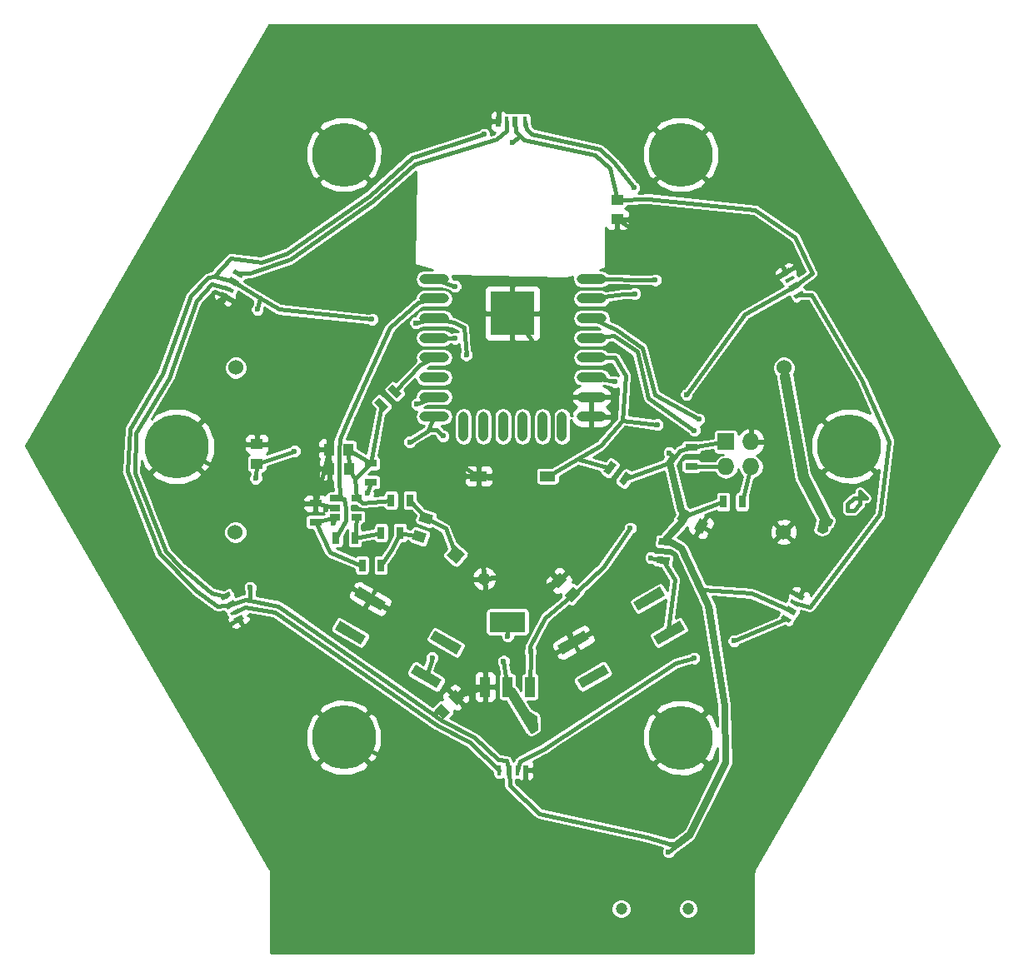
<source format=gtl>
G04 #@! TF.FileFunction,Copper,L1,Top,Signal*
%FSLAX46Y46*%
G04 Gerber Fmt 4.6, Leading zero omitted, Abs format (unit mm)*
G04 Created by KiCad (PCBNEW 4.0.2+dfsg1-stable) date Mon 15 Oct 2018 12:16:37 AM EDT*
%MOMM*%
G01*
G04 APERTURE LIST*
%ADD10C,0.100000*%
%ADD11C,1.524000*%
%ADD12O,3.000000X1.000000*%
%ADD13O,1.000000X3.000000*%
%ADD14C,6.500000*%
%ADD15R,1.000000X1.250000*%
%ADD16R,0.700000X1.300000*%
%ADD17R,1.300000X0.700000*%
%ADD18C,1.200000*%
%ADD19R,1.060000X0.650000*%
%ADD20R,3.657600X2.032000*%
%ADD21R,1.016000X2.032000*%
%ADD22C,1.300000*%
%ADD23R,1.250000X1.000000*%
%ADD24R,4.470400X4.470400*%
%ADD25R,0.450000X1.000000*%
%ADD26R,0.600000X1.000000*%
%ADD27R,0.350000X1.000000*%
%ADD28R,0.500000X1.000000*%
%ADD29R,1.600000X1.000000*%
%ADD30R,1.700000X1.000000*%
%ADD31R,1.727200X1.727200*%
%ADD32O,1.727200X1.727200*%
%ADD33C,0.600000*%
%ADD34C,0.381000*%
%ADD35C,0.254000*%
G04 APERTURE END LIST*
D10*
D11*
X103780000Y-68240000D03*
X48080000Y-68240000D03*
D12*
X68250000Y-59210000D03*
X68250000Y-61210000D03*
X68250000Y-63210000D03*
X68250000Y-65210000D03*
X68250000Y-67210000D03*
X68250000Y-69210000D03*
X68250000Y-71210000D03*
X68250000Y-73210000D03*
D13*
X71250000Y-74210000D03*
X73250000Y-74210000D03*
X75250000Y-74210000D03*
X77250000Y-74210000D03*
X79250000Y-74210000D03*
X81250000Y-74210000D03*
D12*
X84250000Y-73210000D03*
X84250000Y-71210000D03*
X84250000Y-69210000D03*
X84250000Y-67210000D03*
X84250000Y-65210000D03*
X84250000Y-63210000D03*
X84250000Y-61210000D03*
X84250000Y-59210000D03*
D14*
X59080000Y-46570000D03*
D10*
G36*
X92908462Y-83621266D02*
X93533462Y-82538734D01*
X94399488Y-83038734D01*
X93774488Y-84121266D01*
X92908462Y-83621266D01*
X92908462Y-83621266D01*
G37*
G36*
X94640512Y-84621266D02*
X95265512Y-83538734D01*
X96131538Y-84038734D01*
X95506538Y-85121266D01*
X94640512Y-84621266D01*
X94640512Y-84621266D01*
G37*
G36*
X67164278Y-86083302D02*
X65989662Y-85655777D01*
X66331682Y-84716084D01*
X67506298Y-85143609D01*
X67164278Y-86083302D01*
X67164278Y-86083302D01*
G37*
G36*
X67848318Y-84203916D02*
X66673702Y-83776391D01*
X67015722Y-82836698D01*
X68190338Y-83264223D01*
X67848318Y-84203916D01*
X67848318Y-84203916D01*
G37*
D15*
X59570000Y-76550000D03*
X57570000Y-76550000D03*
D10*
G36*
X88337722Y-79173200D02*
X87592073Y-80238098D01*
X87018666Y-79836594D01*
X87764315Y-78771696D01*
X88337722Y-79173200D01*
X88337722Y-79173200D01*
G37*
G36*
X86781334Y-78083406D02*
X86035685Y-79148304D01*
X85462278Y-78746800D01*
X86207927Y-77681902D01*
X86781334Y-78083406D01*
X86781334Y-78083406D01*
G37*
G36*
X91085776Y-85538296D02*
X92380829Y-85651598D01*
X92319820Y-86348934D01*
X91024767Y-86235632D01*
X91085776Y-85538296D01*
X91085776Y-85538296D01*
G37*
G36*
X90920180Y-87431066D02*
X92215233Y-87544368D01*
X92154224Y-88241704D01*
X90859171Y-88128402D01*
X90920180Y-87431066D01*
X90920180Y-87431066D01*
G37*
D16*
X62872000Y-85008000D03*
X64772000Y-85008000D03*
X60940000Y-88320000D03*
X62840000Y-88320000D03*
X58300000Y-85516000D03*
X60200000Y-85516000D03*
X63888000Y-81706000D03*
X65788000Y-81706000D03*
D17*
X61790000Y-77962000D03*
X61790000Y-79862000D03*
X56202000Y-83926000D03*
X56202000Y-82026000D03*
D10*
G36*
X93210482Y-93966538D02*
X93710482Y-94832564D01*
X91025804Y-96382564D01*
X90525804Y-95516538D01*
X93210482Y-93966538D01*
X93210482Y-93966538D01*
G37*
G36*
X91210482Y-90502436D02*
X91710482Y-91368462D01*
X89025804Y-92918462D01*
X88525804Y-92052436D01*
X91210482Y-90502436D01*
X91210482Y-90502436D01*
G37*
G36*
X83494196Y-94957436D02*
X83994196Y-95823462D01*
X81309518Y-97373462D01*
X80809518Y-96507436D01*
X83494196Y-94957436D01*
X83494196Y-94957436D01*
G37*
G36*
X85494196Y-98421538D02*
X85994196Y-99287564D01*
X83309518Y-100837564D01*
X82809518Y-99971538D01*
X85494196Y-98421538D01*
X85494196Y-98421538D01*
G37*
G36*
X69050482Y-99971538D02*
X68550482Y-100837564D01*
X65865804Y-99287564D01*
X66365804Y-98421538D01*
X69050482Y-99971538D01*
X69050482Y-99971538D01*
G37*
G36*
X71050482Y-96507436D02*
X70550482Y-97373462D01*
X67865804Y-95823462D01*
X68365804Y-94957436D01*
X71050482Y-96507436D01*
X71050482Y-96507436D01*
G37*
G36*
X63334196Y-92052436D02*
X62834196Y-92918462D01*
X60149518Y-91368462D01*
X60649518Y-90502436D01*
X63334196Y-92052436D01*
X63334196Y-92052436D01*
G37*
G36*
X61334196Y-95516538D02*
X60834196Y-96382564D01*
X58149518Y-94832564D01*
X58649518Y-93966538D01*
X61334196Y-95516538D01*
X61334196Y-95516538D01*
G37*
D18*
X94070000Y-123250000D03*
X87270000Y-123250000D03*
D19*
X58150000Y-81518000D03*
X58150000Y-82468000D03*
X58150000Y-83418000D03*
X60350000Y-83418000D03*
X60350000Y-81518000D03*
D20*
X75710000Y-94067999D03*
D21*
X75710000Y-100672001D03*
X77996001Y-100672000D03*
X73423999Y-100672000D03*
D10*
G36*
X69524259Y-87310117D02*
X70359883Y-86314259D01*
X71355741Y-87149883D01*
X70520117Y-88145741D01*
X69524259Y-87310117D01*
X69524259Y-87310117D01*
G37*
D22*
X73350969Y-89672593D03*
D23*
X86870000Y-51160000D03*
X86870000Y-53160000D03*
D11*
X48060000Y-84950000D03*
X103760000Y-84950000D03*
D23*
X50250000Y-78000000D03*
X50250000Y-76000000D03*
D14*
X93300000Y-105840000D03*
X42105000Y-76245000D03*
X110420000Y-76210000D03*
X59070000Y-105830000D03*
X93310000Y-46570000D03*
D24*
X76210000Y-62700000D03*
D10*
G36*
X83132602Y-91188719D02*
X82248719Y-92072602D01*
X81541612Y-91365495D01*
X82425495Y-90481612D01*
X83132602Y-91188719D01*
X83132602Y-91188719D01*
G37*
G36*
X81718388Y-89774505D02*
X80834505Y-90658388D01*
X80127398Y-89951281D01*
X81011281Y-89067398D01*
X81718388Y-89774505D01*
X81718388Y-89774505D01*
G37*
D17*
X94410000Y-76340000D03*
X94410000Y-78240000D03*
D10*
G36*
X48020000Y-58220962D02*
X48886026Y-58720962D01*
X48661026Y-59110674D01*
X47795000Y-58610674D01*
X48020000Y-58220962D01*
X48020000Y-58220962D01*
G37*
G36*
X47570000Y-59000384D02*
X48436026Y-59500384D01*
X48136026Y-60020000D01*
X47270000Y-59520000D01*
X47570000Y-59000384D01*
X47570000Y-59000384D01*
G37*
G36*
X47070000Y-59866411D02*
X47936026Y-60366411D01*
X47761026Y-60669519D01*
X46895000Y-60169519D01*
X47070000Y-59866411D01*
X47070000Y-59866411D01*
G37*
G36*
X46695000Y-60515930D02*
X47561026Y-61015930D01*
X47311026Y-61448942D01*
X46445000Y-60948942D01*
X46695000Y-60515930D01*
X46695000Y-60515930D01*
G37*
G36*
X46530000Y-91510962D02*
X47396026Y-91010962D01*
X47621026Y-91400674D01*
X46755000Y-91900674D01*
X46530000Y-91510962D01*
X46530000Y-91510962D01*
G37*
G36*
X46980000Y-92290384D02*
X47846026Y-91790384D01*
X48146026Y-92310000D01*
X47280000Y-92810000D01*
X46980000Y-92290384D01*
X46980000Y-92290384D01*
G37*
G36*
X47480000Y-93156411D02*
X48346026Y-92656411D01*
X48521026Y-92959519D01*
X47655000Y-93459519D01*
X47480000Y-93156411D01*
X47480000Y-93156411D01*
G37*
G36*
X47855000Y-93805930D02*
X48721026Y-93305930D01*
X48971026Y-93738942D01*
X48105000Y-94238942D01*
X47855000Y-93805930D01*
X47855000Y-93805930D01*
G37*
D25*
X74865000Y-109140000D03*
D26*
X75840000Y-109140000D03*
D27*
X76715000Y-109140000D03*
D28*
X77540000Y-109140000D03*
D10*
G36*
X104340000Y-94219038D02*
X103473974Y-93719038D01*
X103698974Y-93329326D01*
X104565000Y-93829326D01*
X104340000Y-94219038D01*
X104340000Y-94219038D01*
G37*
G36*
X104790000Y-93439616D02*
X103923974Y-92939616D01*
X104223974Y-92420000D01*
X105090000Y-92920000D01*
X104790000Y-93439616D01*
X104790000Y-93439616D01*
G37*
G36*
X105290000Y-92573589D02*
X104423974Y-92073589D01*
X104598974Y-91770481D01*
X105465000Y-92270481D01*
X105290000Y-92573589D01*
X105290000Y-92573589D01*
G37*
G36*
X105665000Y-91924070D02*
X104798974Y-91424070D01*
X105048974Y-90991058D01*
X105915000Y-91491058D01*
X105665000Y-91924070D01*
X105665000Y-91924070D01*
G37*
G36*
X105880000Y-60799038D02*
X105013974Y-61299038D01*
X104788974Y-60909326D01*
X105655000Y-60409326D01*
X105880000Y-60799038D01*
X105880000Y-60799038D01*
G37*
G36*
X105430000Y-60019616D02*
X104563974Y-60519616D01*
X104263974Y-60000000D01*
X105130000Y-59500000D01*
X105430000Y-60019616D01*
X105430000Y-60019616D01*
G37*
G36*
X104930000Y-59153589D02*
X104063974Y-59653589D01*
X103888974Y-59350481D01*
X104755000Y-58850481D01*
X104930000Y-59153589D01*
X104930000Y-59153589D01*
G37*
G36*
X104555000Y-58504070D02*
X103688974Y-59004070D01*
X103438974Y-58571058D01*
X104305000Y-58071058D01*
X104555000Y-58504070D01*
X104555000Y-58504070D01*
G37*
D25*
X77485000Y-43190000D03*
D26*
X76510000Y-43190000D03*
D27*
X75635000Y-43190000D03*
D28*
X74810000Y-43190000D03*
D15*
X59600000Y-78500000D03*
X57600000Y-78500000D03*
D10*
G36*
X64039619Y-69921142D02*
X64958858Y-70840381D01*
X64463883Y-71335356D01*
X63544644Y-70416117D01*
X64039619Y-69921142D01*
X64039619Y-69921142D01*
G37*
G36*
X62696117Y-71264644D02*
X63615356Y-72183883D01*
X63120381Y-72678858D01*
X62201142Y-71759619D01*
X62696117Y-71264644D01*
X62696117Y-71264644D01*
G37*
D16*
X97650000Y-81860000D03*
X99550000Y-81860000D03*
D29*
X79780000Y-79270000D03*
D30*
X72780000Y-79270000D03*
D31*
X97900000Y-75770000D03*
D32*
X100440000Y-75770000D03*
X97900000Y-78310000D03*
X100440000Y-78310000D03*
D10*
G36*
X69151281Y-103962602D02*
X68267398Y-103078719D01*
X68974505Y-102371612D01*
X69858388Y-103255495D01*
X69151281Y-103962602D01*
X69151281Y-103962602D01*
G37*
G36*
X70565495Y-102548388D02*
X69681612Y-101664505D01*
X70388719Y-100957398D01*
X71272602Y-101841281D01*
X70565495Y-102548388D01*
X70565495Y-102548388D01*
G37*
D33*
X71522000Y-66946000D03*
X69161237Y-75172213D03*
X65780000Y-75780000D03*
X92140000Y-76890000D03*
X50290000Y-62310000D03*
X54070000Y-76710000D03*
X50140000Y-79480000D03*
X49560000Y-90570000D03*
X73320000Y-44520000D03*
X76200000Y-45340000D03*
X66380000Y-63680000D03*
X61940000Y-63310000D03*
X92380000Y-116690000D03*
X92070000Y-117450000D03*
X92320000Y-77880000D03*
X93900000Y-70960000D03*
X80390000Y-110990000D03*
X72420000Y-112680000D03*
X67670000Y-89330000D03*
X80240000Y-68340000D03*
X62540000Y-97280000D03*
X79400000Y-90480000D03*
X74630000Y-79510000D03*
X45510000Y-61960000D03*
X40980000Y-60910000D03*
X89040000Y-54570000D03*
X62240000Y-83000000D03*
X63950000Y-74860000D03*
X81550000Y-94030000D03*
X56240000Y-80930000D03*
X51640000Y-79110000D03*
X58180000Y-74630000D03*
X60340000Y-73550000D03*
X57250000Y-82710000D03*
X96830000Y-85090000D03*
X88540000Y-49940000D03*
X88630000Y-60730000D03*
X94660000Y-97760000D03*
X98740000Y-96010000D03*
X70390000Y-59950000D03*
X70390000Y-65250000D03*
X90280000Y-87550000D03*
X86670000Y-69680000D03*
X90930000Y-74030000D03*
X94700000Y-74600000D03*
X58010000Y-84010000D03*
X61510000Y-81010000D03*
X90720000Y-59320000D03*
X78040000Y-97090000D03*
X88190000Y-84550000D03*
X78180000Y-103990000D03*
X78210000Y-104760000D03*
X75320000Y-98080000D03*
X75730000Y-95510000D03*
X107700000Y-84510000D03*
X108170000Y-83880000D03*
X66490000Y-71930000D03*
X68050000Y-97720000D03*
X95140000Y-73470000D03*
D34*
X110265000Y-82750000D02*
X110265000Y-82115000D01*
X110265000Y-82115000D02*
X110900000Y-81480000D01*
X110900000Y-81480000D02*
X111535000Y-81480000D01*
X111535000Y-81480000D02*
X111535000Y-80845000D01*
X111535000Y-80845000D02*
X112170000Y-81480000D01*
X112170000Y-81480000D02*
X111535000Y-81480000D01*
X111535000Y-81480000D02*
X111535000Y-82115000D01*
X111535000Y-82115000D02*
X110900000Y-82750000D01*
X110900000Y-82750000D02*
X110265000Y-82750000D01*
X70252000Y-63644000D02*
X68250000Y-63210000D01*
X71268000Y-64152000D02*
X70252000Y-63644000D01*
X71522000Y-66946000D02*
X71268000Y-64152000D01*
X68861238Y-74872214D02*
X69161237Y-75172213D01*
X68551084Y-74562060D02*
X68861238Y-74872214D01*
X67819818Y-74562060D02*
X68551084Y-74562060D01*
X65780000Y-75780000D02*
X67819818Y-74562060D01*
X99840000Y-62790000D02*
X93900000Y-70960000D01*
X92702479Y-77360000D02*
X92140000Y-76890000D01*
X92320000Y-77880000D02*
X92010000Y-77730000D01*
X92010000Y-77730000D02*
X92420000Y-77360000D01*
X92420000Y-77360000D02*
X92702479Y-77360000D01*
X87678194Y-79504897D02*
X92320000Y-77880000D01*
X69062893Y-103167107D02*
X68058265Y-103387390D01*
X50290000Y-62310000D02*
X50523667Y-61123931D01*
X50523667Y-61123931D02*
X50490000Y-61130000D01*
X50490000Y-61130000D02*
X50490000Y-61103588D01*
X50250000Y-78000000D02*
X54070000Y-76710000D01*
X50250000Y-78000000D02*
X50140000Y-79480000D01*
X49560000Y-90570000D02*
X49579355Y-91917270D01*
X47563013Y-92300192D02*
X49010000Y-91810000D01*
X49010000Y-91810000D02*
X49579355Y-91917270D01*
X49579355Y-91917270D02*
X52460000Y-92460000D01*
X52460000Y-92460000D02*
X61070000Y-98500000D01*
X61070000Y-98500000D02*
X68058265Y-103387390D01*
X68058265Y-103387390D02*
X69020000Y-104060000D01*
X69020000Y-104060000D02*
X72310000Y-105790000D01*
X72310000Y-105790000D02*
X74790000Y-108100000D01*
X74790000Y-108100000D02*
X75660000Y-108190000D01*
X75660000Y-108190000D02*
X75840000Y-109140000D01*
X45877241Y-58978150D02*
X47610000Y-57100000D01*
X47610000Y-57100000D02*
X50720000Y-57510000D01*
X50720000Y-57510000D02*
X53370000Y-56560000D01*
X53370000Y-56560000D02*
X61700000Y-50730000D01*
X61700000Y-50730000D02*
X66060000Y-46830000D01*
X66060000Y-46830000D02*
X73320000Y-44520000D01*
X76200000Y-45340000D02*
X76974732Y-44665693D01*
X52470000Y-62300000D02*
X61940000Y-63310000D01*
X52470000Y-62300000D02*
X50490000Y-61103588D01*
X66380000Y-63680000D02*
X68250000Y-63210000D01*
X75840000Y-109140000D02*
X75940000Y-110730000D01*
X75940000Y-110730000D02*
X78940000Y-113580000D01*
X78940000Y-113580000D02*
X89870000Y-115950000D01*
X89870000Y-115950000D02*
X92380000Y-116690000D01*
X86870000Y-51160000D02*
X90000000Y-51060000D01*
X90000000Y-51060000D02*
X100870000Y-52180000D01*
X100870000Y-52180000D02*
X104950000Y-54990000D01*
X104950000Y-54990000D02*
X106680000Y-58640000D01*
X106680000Y-58640000D02*
X104846987Y-60009808D01*
X104846987Y-60009808D02*
X99840000Y-62790000D01*
X104506987Y-92929808D02*
X100520000Y-91180000D01*
X100520000Y-91180000D02*
X95531224Y-90801903D01*
X95531224Y-90801903D02*
X95531224Y-90801904D01*
X92320000Y-77880000D02*
X92702479Y-77360000D01*
X92702479Y-77360000D02*
X93210000Y-76670000D01*
X93210000Y-76670000D02*
X94410000Y-76340000D01*
X94410000Y-76340000D02*
X97900000Y-75770000D01*
X93653975Y-83330000D02*
X97650000Y-81860000D01*
X93653975Y-83330000D02*
X93190000Y-82650000D01*
X93190000Y-82650000D02*
X92130000Y-78270000D01*
X92130000Y-78270000D02*
X92320000Y-77880000D01*
X91702798Y-85943615D02*
X93490000Y-84050000D01*
X93490000Y-84050000D02*
X93653975Y-83330000D01*
X92380000Y-116690000D02*
X92770000Y-116550000D01*
X92770000Y-116550000D02*
X94120000Y-115560000D01*
X94120000Y-115560000D02*
X97700000Y-108260000D01*
X97700000Y-108260000D02*
X97600000Y-102560000D01*
X97600000Y-102560000D02*
X95940000Y-92420000D01*
X95940000Y-92420000D02*
X93250000Y-86660000D01*
X93250000Y-86660000D02*
X91900000Y-85890000D01*
X91900000Y-85890000D02*
X91717798Y-85458615D01*
X91717798Y-85458615D02*
X93480000Y-86490000D01*
X93480000Y-86490000D02*
X95531224Y-90801904D01*
X95531224Y-90801904D02*
X96320000Y-92460000D01*
X96320000Y-92460000D02*
X97900000Y-102580000D01*
X97900000Y-102580000D02*
X98000000Y-108430000D01*
X98000000Y-108430000D02*
X94330000Y-115780000D01*
X94330000Y-115780000D02*
X92070000Y-117450000D01*
X47563013Y-92300192D02*
X46240000Y-92480000D01*
X46240000Y-92480000D02*
X44040000Y-90920000D01*
X44040000Y-90920000D02*
X40370000Y-87190000D01*
X40370000Y-87190000D02*
X37080000Y-78760000D01*
X37080000Y-78760000D02*
X37340000Y-74480000D01*
X37340000Y-74480000D02*
X40660000Y-68880000D01*
X40660000Y-68880000D02*
X43540000Y-60930000D01*
X43540000Y-60930000D02*
X45310000Y-59090000D01*
X45310000Y-59090000D02*
X45877241Y-58978150D01*
X45877241Y-58978150D02*
X46020000Y-58950000D01*
X46020000Y-58950000D02*
X47853013Y-59510192D01*
X67701035Y-74561545D02*
X67819818Y-74562060D01*
X50490000Y-61103588D02*
X47853013Y-59510192D01*
X67701035Y-74561545D02*
X68250000Y-73210000D01*
X86870000Y-51160000D02*
X86140000Y-47950000D01*
X86140000Y-47950000D02*
X84630000Y-46630000D01*
X84630000Y-46630000D02*
X77370000Y-45100000D01*
X77370000Y-45100000D02*
X76974732Y-44665693D01*
X76974732Y-44665693D02*
X76560000Y-44210000D01*
X76560000Y-44210000D02*
X76510000Y-43190000D01*
X93653975Y-83330000D02*
X92320000Y-77880000D01*
X91717798Y-85458615D02*
X93653975Y-83330000D01*
X80390000Y-110990000D02*
X80390000Y-110950000D01*
X59070000Y-105830000D02*
X72420000Y-112680000D01*
X70477107Y-101752893D02*
X73423999Y-100672000D01*
X76210000Y-62700000D02*
X80240000Y-68340000D01*
X62540000Y-97280000D02*
X62530000Y-97260000D01*
X80922893Y-89862893D02*
X79400000Y-90480000D01*
X72780000Y-79270000D02*
X74630000Y-79510000D01*
X47003013Y-60982436D02*
X45510000Y-61960000D01*
X40980000Y-60910000D02*
X40910000Y-60910000D01*
X47003013Y-60982436D02*
X45950000Y-60510000D01*
X72780000Y-79270000D02*
X70010000Y-77500000D01*
X70010000Y-77500000D02*
X68540000Y-77420000D01*
X86870000Y-53160000D02*
X89040000Y-54570000D01*
X62240000Y-83000000D02*
X63800000Y-83420000D01*
X63950000Y-74860000D02*
X63950000Y-74830000D01*
X82331857Y-95790449D02*
X81550000Y-94030000D01*
X56202000Y-82026000D02*
X56240000Y-80930000D01*
X51640000Y-79110000D02*
X50138000Y-80573000D01*
X57570000Y-76550000D02*
X58180000Y-74630000D01*
X60340000Y-73550000D02*
X61425000Y-73070000D01*
X57570000Y-76550000D02*
X56202000Y-82026000D01*
X42105000Y-76245000D02*
X50138000Y-80573000D01*
X57221530Y-82257331D02*
X57250000Y-82710000D01*
X58150000Y-82468000D02*
X57221530Y-82257331D01*
X57221530Y-82257331D02*
X56202000Y-82026000D01*
X96830000Y-85090000D02*
X95386025Y-84330000D01*
X62840000Y-88320000D02*
X63930000Y-86730000D01*
X63930000Y-86730000D02*
X64772000Y-85008000D01*
X64772000Y-85008000D02*
X66747980Y-85399693D01*
X70440000Y-87230000D02*
X69400000Y-84580000D01*
X69400000Y-84580000D02*
X67432020Y-83520307D01*
X67432020Y-83520307D02*
X65788000Y-81706000D01*
X59600000Y-78500000D02*
X59570000Y-76550000D01*
X59600000Y-78500000D02*
X60230000Y-79570000D01*
X62908249Y-71971751D02*
X61790000Y-77962000D01*
X59570000Y-76550000D02*
X61002731Y-77461269D01*
X61002731Y-77461269D02*
X61790000Y-77962000D01*
X60350000Y-81518000D02*
X60990000Y-82010000D01*
X60990000Y-82010000D02*
X63888000Y-81706000D01*
X60350000Y-81518000D02*
X60230000Y-79570000D01*
X60230000Y-79570000D02*
X61790000Y-77962000D01*
X88540000Y-49940000D02*
X86570000Y-47380000D01*
X86570000Y-47380000D02*
X85070000Y-46010000D01*
X85070000Y-46010000D02*
X78200000Y-44470000D01*
X78200000Y-44470000D02*
X77640000Y-43980000D01*
X77640000Y-43980000D02*
X77485000Y-43190000D01*
X84250000Y-61210000D02*
X87500000Y-60750000D01*
X87500000Y-60750000D02*
X88630000Y-60730000D01*
X75635000Y-43190000D02*
X75580000Y-44140000D01*
X75580000Y-44140000D02*
X74580000Y-45040000D01*
X74580000Y-45040000D02*
X66310000Y-47500000D01*
X66310000Y-47500000D02*
X62100000Y-51240000D01*
X62100000Y-51240000D02*
X53700000Y-57170000D01*
X53700000Y-57170000D02*
X49510000Y-58650000D01*
X49510000Y-58650000D02*
X48340513Y-58665818D01*
X47415513Y-60267965D02*
X45640000Y-59760000D01*
X45640000Y-59760000D02*
X44110000Y-61460000D01*
X44110000Y-61460000D02*
X41320000Y-69270000D01*
X41320000Y-69270000D02*
X37930000Y-74890000D01*
X37930000Y-74890000D02*
X37870000Y-78980000D01*
X37870000Y-78980000D02*
X40960000Y-86890000D01*
X40960000Y-86890000D02*
X42550000Y-88510000D01*
X42550000Y-88510000D02*
X45610000Y-91140000D01*
X45610000Y-91140000D02*
X47075513Y-91455818D01*
X74865000Y-109140000D02*
X71870000Y-106280000D01*
X71870000Y-106280000D02*
X68610000Y-104580000D01*
X68610000Y-104580000D02*
X52060000Y-93060000D01*
X52060000Y-93060000D02*
X49010000Y-92570000D01*
X49010000Y-92570000D02*
X48000513Y-93057965D01*
X76715000Y-109140000D02*
X76980000Y-108220000D01*
X76980000Y-108220000D02*
X79340000Y-107030000D01*
X79340000Y-107030000D02*
X92830000Y-98250000D01*
X92830000Y-98250000D02*
X94660000Y-97760000D01*
X98740000Y-96010000D02*
X104019487Y-93774182D01*
X104944487Y-92172035D02*
X106480000Y-92560000D01*
X106480000Y-92560000D02*
X113570000Y-83130000D01*
X113570000Y-83130000D02*
X114480000Y-75730000D01*
X114480000Y-75730000D02*
X111700000Y-69430000D01*
X111700000Y-69430000D02*
X106580000Y-60820000D01*
X106580000Y-60820000D02*
X105334487Y-60854182D01*
X68250000Y-59210000D02*
X70390000Y-59950000D01*
X70390000Y-65250000D02*
X68250000Y-65210000D01*
X58570000Y-76722857D02*
X58570000Y-80090000D01*
X58570000Y-80090000D02*
X58803675Y-81573835D01*
X63750000Y-64140000D02*
X66650000Y-61630000D01*
X66650000Y-61630000D02*
X68250000Y-61210000D01*
X63750000Y-64140000D02*
X63680000Y-64293735D01*
X63680000Y-64293735D02*
X59520000Y-73430000D01*
X59520000Y-73430000D02*
X58670000Y-75480000D01*
X58670000Y-75480000D02*
X58570000Y-76722857D01*
X58570000Y-76722857D02*
X58600000Y-76350000D01*
X58300000Y-85516000D02*
X59260000Y-83780000D01*
X59260000Y-83780000D02*
X59260000Y-82530000D01*
X59260000Y-82530000D02*
X59110000Y-81600000D01*
X59110000Y-81600000D02*
X58803675Y-81573835D01*
X58803675Y-81573835D02*
X58150000Y-81518000D01*
X91537202Y-87836385D02*
X90280000Y-87550000D01*
X86670000Y-69680000D02*
X84250000Y-69210000D01*
X91537202Y-87836385D02*
X92690000Y-89780000D01*
X92690000Y-89780000D02*
X92048143Y-94799551D01*
X82800000Y-77519519D02*
X86121806Y-78415103D01*
X90930000Y-74030000D02*
X87420000Y-73590000D01*
X79780000Y-79270000D02*
X82800000Y-77519519D01*
X82800000Y-77519519D02*
X85180000Y-76140000D01*
X85180000Y-76140000D02*
X87420000Y-73590000D01*
X87420000Y-73590000D02*
X87710000Y-69020000D01*
X87710000Y-69020000D02*
X86670000Y-67220000D01*
X86670000Y-67220000D02*
X84250000Y-67210000D01*
X94700000Y-74600000D02*
X90050000Y-71310000D01*
X90050000Y-71310000D02*
X88890000Y-66630000D01*
X88890000Y-66630000D02*
X86530000Y-65010000D01*
X86530000Y-65010000D02*
X84250000Y-65210000D01*
X97900000Y-78310000D02*
X94410000Y-78240000D01*
X60200000Y-85516000D02*
X62872000Y-85008000D01*
X60200000Y-85516000D02*
X60350000Y-83418000D01*
X60840000Y-88310000D02*
X57670000Y-87000000D01*
X57670000Y-87000000D02*
X56202000Y-83926000D01*
X58150000Y-83418000D02*
X58010000Y-84010000D01*
X61510000Y-81010000D02*
X61790000Y-79862000D01*
X56202000Y-83926000D02*
X58150000Y-83418000D01*
X84250000Y-59210000D02*
X90720000Y-59320000D01*
X81640053Y-91923232D02*
X82337107Y-91277107D01*
X78040000Y-97090000D02*
X77996001Y-100672000D01*
X78040000Y-97090000D02*
X78010000Y-96580000D01*
X88190000Y-84550000D02*
X85409293Y-88510676D01*
X85409293Y-88510676D02*
X85409295Y-88510673D01*
X79520000Y-93650000D02*
X81640053Y-91923232D01*
X81640053Y-91923232D02*
X82970000Y-90840000D01*
X82970000Y-90840000D02*
X85409295Y-88510673D01*
X85409295Y-88510673D02*
X85410000Y-88510000D01*
X78010000Y-96580000D02*
X78010000Y-96579998D01*
X79520000Y-93650000D02*
X78010000Y-96579998D01*
X78180000Y-103990000D02*
X78210000Y-104760000D01*
X75710000Y-100672001D02*
X76010000Y-101740000D01*
X76010000Y-101740000D02*
X78120000Y-105180000D01*
X78120000Y-105180000D02*
X78560000Y-104940000D01*
X78560000Y-104940000D02*
X78520000Y-103740000D01*
X78520000Y-103740000D02*
X78090000Y-103490000D01*
X78090000Y-103490000D02*
X77727477Y-103279231D01*
X78180000Y-103990000D02*
X77727477Y-103279231D01*
X77727477Y-103279231D02*
X76270000Y-100990000D01*
X76270000Y-100990000D02*
X75710000Y-100672001D01*
X75710000Y-100672001D02*
X78210000Y-104760000D01*
X75710000Y-100672001D02*
X75320000Y-98080000D01*
X75730000Y-95510000D02*
X75710000Y-94067999D01*
X108170000Y-83880000D02*
X108530000Y-83750000D01*
X108530000Y-83750000D02*
X108400000Y-84120000D01*
X108400000Y-84120000D02*
X108010000Y-84240000D01*
X108010000Y-84240000D02*
X108020000Y-84680000D01*
X108020000Y-84680000D02*
X107730000Y-84860000D01*
X107730000Y-84860000D02*
X107330000Y-84720000D01*
X107330000Y-84720000D02*
X107647484Y-83635264D01*
X108170000Y-83880000D02*
X108330000Y-83580000D01*
X108330000Y-83580000D02*
X106070000Y-79240000D01*
X106070000Y-79240000D02*
X104180000Y-68990000D01*
X104180000Y-68990000D02*
X103780000Y-68240000D01*
X103780000Y-68240000D02*
X103590000Y-69170000D01*
X103590000Y-69170000D02*
X105440000Y-79480000D01*
X105440000Y-79480000D02*
X107647484Y-83635264D01*
X107647484Y-83635264D02*
X107820000Y-83960000D01*
X107820000Y-83960000D02*
X107700000Y-84510000D01*
X108170000Y-83880000D02*
X105750000Y-79290000D01*
X105750000Y-79290000D02*
X103780000Y-68240000D01*
X68250000Y-71210000D02*
X66490000Y-71930000D01*
X68050000Y-97720000D02*
X67458143Y-99629551D01*
X64251751Y-70628249D02*
X66830000Y-67970000D01*
X66830000Y-67970000D02*
X68250000Y-67210000D01*
X100440000Y-78310000D02*
X99550000Y-81860000D01*
X95140000Y-73470000D02*
X90670000Y-70960000D01*
X90670000Y-70960000D02*
X89450000Y-66270000D01*
X89450000Y-66270000D02*
X86790000Y-64390000D01*
X86790000Y-64390000D02*
X84250000Y-63210000D01*
D35*
G36*
X125649208Y-76200000D02*
X100786906Y-119262770D01*
X100776792Y-119292565D01*
X100759309Y-119318730D01*
X100747137Y-119379924D01*
X100727080Y-119439009D01*
X100729138Y-119470411D01*
X100723000Y-119501270D01*
X100723000Y-127684524D01*
X51677000Y-127684524D01*
X51677000Y-123453387D01*
X86242822Y-123453387D01*
X86398844Y-123830989D01*
X86687492Y-124120140D01*
X87064821Y-124276821D01*
X87473387Y-124277178D01*
X87850989Y-124121156D01*
X88140140Y-123832508D01*
X88296821Y-123455179D01*
X88296822Y-123453387D01*
X93042822Y-123453387D01*
X93198844Y-123830989D01*
X93487492Y-124120140D01*
X93864821Y-124276821D01*
X94273387Y-124277178D01*
X94650989Y-124121156D01*
X94940140Y-123832508D01*
X95096821Y-123455179D01*
X95097178Y-123046613D01*
X94941156Y-122669011D01*
X94652508Y-122379860D01*
X94275179Y-122223179D01*
X93866613Y-122222822D01*
X93489011Y-122378844D01*
X93199860Y-122667492D01*
X93043179Y-123044821D01*
X93042822Y-123453387D01*
X88296822Y-123453387D01*
X88297178Y-123046613D01*
X88141156Y-122669011D01*
X87852508Y-122379860D01*
X87475179Y-122223179D01*
X87066613Y-122222822D01*
X86689011Y-122378844D01*
X86399860Y-122667492D01*
X86243179Y-123044821D01*
X86242822Y-123453387D01*
X51677000Y-123453387D01*
X51677000Y-119501270D01*
X51670862Y-119470411D01*
X51672920Y-119439009D01*
X51652863Y-119379924D01*
X51640691Y-119318730D01*
X51623208Y-119292565D01*
X51613094Y-119262770D01*
X45460971Y-108606978D01*
X56472627Y-108606978D01*
X56845658Y-109107608D01*
X58269262Y-109709333D01*
X59814772Y-109720466D01*
X61246896Y-109139311D01*
X61294342Y-109107608D01*
X61667373Y-108606978D01*
X59070000Y-106009605D01*
X56472627Y-108606978D01*
X45460971Y-108606978D01*
X44287676Y-106574772D01*
X55179534Y-106574772D01*
X55760689Y-108006896D01*
X55792392Y-108054342D01*
X56293022Y-108427373D01*
X58890395Y-105830000D01*
X59249605Y-105830000D01*
X61846978Y-108427373D01*
X62347608Y-108054342D01*
X62949333Y-106630738D01*
X62960466Y-105085228D01*
X62379311Y-103653104D01*
X62347608Y-103605658D01*
X61846978Y-103232627D01*
X59249605Y-105830000D01*
X58890395Y-105830000D01*
X56293022Y-103232627D01*
X55792392Y-103605658D01*
X55190667Y-105029262D01*
X55179534Y-106574772D01*
X44287676Y-106574772D01*
X42254393Y-103053022D01*
X56472627Y-103053022D01*
X59070000Y-105650395D01*
X61667373Y-103053022D01*
X61294342Y-102552392D01*
X59870738Y-101950667D01*
X58325228Y-101939534D01*
X56893104Y-102520689D01*
X56845658Y-102552392D01*
X56472627Y-103053022D01*
X42254393Y-103053022D01*
X37365765Y-94585671D01*
X47571949Y-94585671D01*
X47618229Y-94665829D01*
X47818644Y-94819613D01*
X48062655Y-94884997D01*
X48313113Y-94852023D01*
X48531887Y-94725714D01*
X48608046Y-94681743D01*
X48666153Y-94464887D01*
X48365528Y-93944189D01*
X47630056Y-94368814D01*
X47571949Y-94585671D01*
X37365765Y-94585671D01*
X28221464Y-78747277D01*
X36462631Y-78747277D01*
X36481572Y-78853941D01*
X36496225Y-78961280D01*
X36502559Y-78972131D01*
X36504756Y-78984502D01*
X39794756Y-87414502D01*
X39796872Y-87417814D01*
X39797607Y-87421674D01*
X39861629Y-87519192D01*
X39924457Y-87617549D01*
X39927680Y-87619800D01*
X39929836Y-87623084D01*
X43599836Y-91353084D01*
X43645156Y-91383900D01*
X43682820Y-91423715D01*
X45882820Y-92983715D01*
X45983537Y-93028747D01*
X46082674Y-93077123D01*
X46093173Y-93077767D01*
X46102772Y-93082059D01*
X46213030Y-93085119D01*
X46323159Y-93091875D01*
X46895143Y-93014138D01*
X46902963Y-93027682D01*
X47007866Y-93149832D01*
X47050884Y-93171978D01*
X47047977Y-93210255D01*
X47102963Y-93374094D01*
X47246633Y-93622936D01*
X47208946Y-93763586D01*
X47241920Y-94014043D01*
X47288199Y-94094201D01*
X47505056Y-94152308D01*
X48240528Y-93727683D01*
X48229528Y-93708630D01*
X48449498Y-93581630D01*
X48460498Y-93600683D01*
X48477819Y-93590683D01*
X48602819Y-93807189D01*
X48585498Y-93817189D01*
X48886123Y-94337887D01*
X49102980Y-94395993D01*
X49179139Y-94352023D01*
X49397913Y-94225713D01*
X49551698Y-94025298D01*
X49617080Y-93781286D01*
X49584106Y-93530829D01*
X49537827Y-93450671D01*
X49323705Y-93393297D01*
X49459453Y-93314923D01*
X49429354Y-93262790D01*
X51822898Y-93647326D01*
X68257224Y-105086809D01*
X68293568Y-105102680D01*
X68324480Y-105127526D01*
X71506858Y-106787048D01*
X74204635Y-109363223D01*
X74204635Y-109640000D01*
X74234409Y-109798237D01*
X74327927Y-109943567D01*
X74470619Y-110041064D01*
X74640000Y-110075365D01*
X75090000Y-110075365D01*
X75248237Y-110045591D01*
X75277069Y-110027038D01*
X75323718Y-110768760D01*
X75351708Y-110874333D01*
X75375749Y-110980853D01*
X75382474Y-110990379D01*
X75385462Y-111001651D01*
X75451718Y-111088470D01*
X75514697Y-111177687D01*
X78514697Y-114027687D01*
X78555022Y-114053161D01*
X78588166Y-114087464D01*
X78655931Y-114116907D01*
X78718393Y-114156365D01*
X78765397Y-114164468D01*
X78809146Y-114183476D01*
X89717063Y-116548688D01*
X91445480Y-117058261D01*
X91343126Y-117304756D01*
X91342874Y-117593975D01*
X91453320Y-117861275D01*
X91657650Y-118065961D01*
X91924756Y-118176874D01*
X92213975Y-118177126D01*
X92481275Y-118066680D01*
X92685961Y-117862350D01*
X92745693Y-117718501D01*
X94696975Y-116276625D01*
X94713505Y-116258450D01*
X94734841Y-116246273D01*
X94794059Y-116169885D01*
X94859090Y-116098386D01*
X94867406Y-116075271D01*
X94882459Y-116055854D01*
X98552459Y-108705854D01*
X98559661Y-108679498D01*
X98574452Y-108656522D01*
X98591204Y-108564071D01*
X98615971Y-108473439D01*
X98612539Y-108446331D01*
X98617410Y-108419446D01*
X98517410Y-102569446D01*
X98508332Y-102527563D01*
X98510109Y-102484746D01*
X96930109Y-92364746D01*
X96899460Y-92281100D01*
X96877620Y-92194734D01*
X96546223Y-91498100D01*
X100368298Y-91787773D01*
X103339488Y-93091769D01*
X103321937Y-93111644D01*
X103102342Y-93491994D01*
X98872928Y-95283115D01*
X98596025Y-95282874D01*
X98328725Y-95393320D01*
X98124039Y-95597650D01*
X98013126Y-95864756D01*
X98012874Y-96153975D01*
X98123320Y-96421275D01*
X98327650Y-96625961D01*
X98594756Y-96736874D01*
X98883975Y-96737126D01*
X99151275Y-96626680D01*
X99355961Y-96422350D01*
X99357278Y-96419179D01*
X103927632Y-94483673D01*
X104122318Y-94596075D01*
X104274242Y-94649408D01*
X104446861Y-94641085D01*
X104602641Y-94566259D01*
X104717037Y-94436720D01*
X104942037Y-94047008D01*
X104995370Y-93895084D01*
X104991565Y-93816174D01*
X105052641Y-93786837D01*
X105167037Y-93657298D01*
X105467037Y-93137682D01*
X105520370Y-92985758D01*
X105518842Y-92954057D01*
X106328735Y-93158686D01*
X106447758Y-93164778D01*
X106566602Y-93171396D01*
X106567937Y-93170928D01*
X106569357Y-93171001D01*
X106681684Y-93131068D01*
X106793982Y-93091716D01*
X106795040Y-93090770D01*
X106796375Y-93090295D01*
X106884788Y-93010491D01*
X106973560Y-92931086D01*
X114063560Y-83501086D01*
X114081048Y-83464730D01*
X114107389Y-83434171D01*
X114132819Y-83357101D01*
X114167999Y-83283962D01*
X114170242Y-83243678D01*
X114182883Y-83205368D01*
X115092883Y-75805368D01*
X115089546Y-75760348D01*
X115097339Y-75715878D01*
X115080721Y-75641294D01*
X115075073Y-75565091D01*
X115054760Y-75524771D01*
X115044942Y-75480708D01*
X112264942Y-69180708D01*
X112243312Y-69149886D01*
X112230749Y-69114386D01*
X107110749Y-60504386D01*
X107053751Y-60441057D01*
X107004495Y-60371548D01*
X106973819Y-60352246D01*
X106949568Y-60325302D01*
X106872677Y-60288608D01*
X106800567Y-60243236D01*
X106764833Y-60237142D01*
X106732123Y-60221532D01*
X106647051Y-60217056D01*
X106563060Y-60202732D01*
X106046622Y-60216905D01*
X106032037Y-60191644D01*
X105927134Y-60069494D01*
X105856891Y-60033333D01*
X105857483Y-60025541D01*
X107049645Y-59134640D01*
X107089746Y-59090071D01*
X107137879Y-59054312D01*
X107169545Y-59001382D01*
X107210798Y-58955532D01*
X107230792Y-58899004D01*
X107261574Y-58847551D01*
X107270575Y-58786531D01*
X107291141Y-58728385D01*
X107287982Y-58668515D01*
X107296732Y-58609193D01*
X107281696Y-58549375D01*
X107278446Y-58487784D01*
X107252612Y-58433673D01*
X107237996Y-58375526D01*
X105507996Y-54725525D01*
X105483434Y-54692464D01*
X105468209Y-54654193D01*
X105412214Y-54596600D01*
X105364311Y-54532121D01*
X105328966Y-54510976D01*
X105300255Y-54481445D01*
X101220255Y-51671445D01*
X101189406Y-51658155D01*
X101163535Y-51636728D01*
X101079620Y-51610860D01*
X100998978Y-51576120D01*
X100965391Y-51575648D01*
X100933290Y-51565752D01*
X90063290Y-50445752D01*
X90021596Y-50449669D01*
X89980282Y-50442815D01*
X89035088Y-50473013D01*
X89155961Y-50352350D01*
X89266874Y-50085244D01*
X89267126Y-49796025D01*
X89156680Y-49528725D01*
X88975250Y-49346978D01*
X90712627Y-49346978D01*
X91085658Y-49847608D01*
X92509262Y-50449333D01*
X94054772Y-50460466D01*
X95486896Y-49879311D01*
X95534342Y-49847608D01*
X95907373Y-49346978D01*
X93310000Y-46749605D01*
X90712627Y-49346978D01*
X88975250Y-49346978D01*
X88952350Y-49324039D01*
X88794839Y-49258634D01*
X87298977Y-47314772D01*
X89419534Y-47314772D01*
X90000689Y-48746896D01*
X90032392Y-48794342D01*
X90533022Y-49167373D01*
X93130395Y-46570000D01*
X93489605Y-46570000D01*
X96086978Y-49167373D01*
X96587608Y-48794342D01*
X97189333Y-47370738D01*
X97200466Y-45825228D01*
X96619311Y-44393104D01*
X96587608Y-44345658D01*
X96086978Y-43972627D01*
X93489605Y-46570000D01*
X93130395Y-46570000D01*
X90533022Y-43972627D01*
X90032392Y-44345658D01*
X89430667Y-45769262D01*
X89419534Y-47314772D01*
X87298977Y-47314772D01*
X87059374Y-47003411D01*
X87018562Y-46967720D01*
X86986433Y-46924051D01*
X85486433Y-45554051D01*
X85452627Y-45533612D01*
X85425372Y-45505007D01*
X85350403Y-45471809D01*
X85280250Y-45429396D01*
X85241195Y-45423450D01*
X85205069Y-45407453D01*
X78488382Y-43901820D01*
X78364042Y-43793022D01*
X90712627Y-43793022D01*
X93310000Y-46390395D01*
X95907373Y-43793022D01*
X95534342Y-43292392D01*
X94110738Y-42690667D01*
X92565228Y-42679534D01*
X91133104Y-43260689D01*
X91085658Y-43292392D01*
X90712627Y-43793022D01*
X78364042Y-43793022D01*
X78205343Y-43654160D01*
X78145365Y-43348468D01*
X78145365Y-42690000D01*
X78115591Y-42531763D01*
X78022073Y-42386433D01*
X77879381Y-42288936D01*
X77710000Y-42254635D01*
X77260000Y-42254635D01*
X77101763Y-42284409D01*
X77035325Y-42327161D01*
X76979381Y-42288936D01*
X76810000Y-42254635D01*
X76210000Y-42254635D01*
X76051763Y-42284409D01*
X76011075Y-42310591D01*
X75979381Y-42288936D01*
X75810000Y-42254635D01*
X75522661Y-42254635D01*
X75419698Y-42151673D01*
X75186309Y-42055000D01*
X75093750Y-42055000D01*
X74935000Y-42213750D01*
X74935000Y-43063000D01*
X74957000Y-43063000D01*
X74957000Y-43317000D01*
X74935000Y-43317000D01*
X74935000Y-43337000D01*
X74685000Y-43337000D01*
X74685000Y-43317000D01*
X74083750Y-43317000D01*
X73925000Y-43475750D01*
X73925000Y-43816310D01*
X74021673Y-44049699D01*
X74200302Y-44228327D01*
X74433691Y-44325000D01*
X74451376Y-44325000D01*
X74270442Y-44487841D01*
X74046971Y-44554315D01*
X74047126Y-44376025D01*
X73936680Y-44108725D01*
X73732350Y-43904039D01*
X73465244Y-43793126D01*
X73176025Y-43792874D01*
X72908725Y-43903320D01*
X72762366Y-44049424D01*
X65872772Y-46241568D01*
X65864799Y-46245970D01*
X65855780Y-46247247D01*
X65759612Y-46304036D01*
X65661840Y-46358009D01*
X65656157Y-46365127D01*
X65648316Y-46369758D01*
X61315761Y-50245209D01*
X53083723Y-56006648D01*
X50652418Y-56878248D01*
X47690708Y-56487797D01*
X47637662Y-56491264D01*
X47585157Y-56483001D01*
X47518608Y-56499046D01*
X47450285Y-56503512D01*
X47402606Y-56527014D01*
X47350932Y-56539473D01*
X47295582Y-56579770D01*
X47234177Y-56610038D01*
X47199123Y-56649995D01*
X47156148Y-56681282D01*
X45560050Y-58411304D01*
X45190540Y-58484165D01*
X45128364Y-58509798D01*
X45062677Y-58524193D01*
X45018062Y-58555272D01*
X44967790Y-58575997D01*
X44920159Y-58623470D01*
X44864978Y-58661909D01*
X43094979Y-60501909D01*
X43090618Y-60508718D01*
X43084103Y-60513510D01*
X43025798Y-60609920D01*
X42965030Y-60704797D01*
X42963606Y-60712758D01*
X42959422Y-60719677D01*
X40099206Y-68615064D01*
X36808832Y-74165093D01*
X36800341Y-74189188D01*
X36784882Y-74209535D01*
X36760556Y-74302086D01*
X36728754Y-74392333D01*
X36730131Y-74417847D01*
X36723636Y-74442557D01*
X36463636Y-78722557D01*
X36465336Y-78735007D01*
X36462631Y-78747277D01*
X28221464Y-78747277D01*
X26750792Y-76200000D01*
X42254391Y-49346978D01*
X56482627Y-49346978D01*
X56855658Y-49847608D01*
X58279262Y-50449333D01*
X59824772Y-50460466D01*
X61256896Y-49879311D01*
X61304342Y-49847608D01*
X61677373Y-49346978D01*
X59080000Y-46749605D01*
X56482627Y-49346978D01*
X42254391Y-49346978D01*
X43427686Y-47314772D01*
X55189534Y-47314772D01*
X55770689Y-48746896D01*
X55802392Y-48794342D01*
X56303022Y-49167373D01*
X58900395Y-46570000D01*
X59259605Y-46570000D01*
X61856978Y-49167373D01*
X62357608Y-48794342D01*
X62959333Y-47370738D01*
X62970466Y-45825228D01*
X62389311Y-44393104D01*
X62357608Y-44345658D01*
X61856978Y-43972627D01*
X59259605Y-46570000D01*
X58900395Y-46570000D01*
X56303022Y-43972627D01*
X55802392Y-44345658D01*
X55200667Y-45769262D01*
X55189534Y-47314772D01*
X43427686Y-47314772D01*
X45460969Y-43793022D01*
X56482627Y-43793022D01*
X59080000Y-46390395D01*
X61677373Y-43793022D01*
X61304342Y-43292392D01*
X59880738Y-42690667D01*
X58335228Y-42679534D01*
X56903104Y-43260689D01*
X56855658Y-43292392D01*
X56482627Y-43793022D01*
X45460969Y-43793022D01*
X46170724Y-42563690D01*
X73925000Y-42563690D01*
X73925000Y-42904250D01*
X74083750Y-43063000D01*
X74685000Y-43063000D01*
X74685000Y-42213750D01*
X74526250Y-42055000D01*
X74433691Y-42055000D01*
X74200302Y-42151673D01*
X74021673Y-42330301D01*
X73925000Y-42563690D01*
X46170724Y-42563690D01*
X51475396Y-33375730D01*
X100924604Y-33375730D01*
X125649208Y-76200000D01*
X125649208Y-76200000D01*
G37*
X125649208Y-76200000D02*
X100786906Y-119262770D01*
X100776792Y-119292565D01*
X100759309Y-119318730D01*
X100747137Y-119379924D01*
X100727080Y-119439009D01*
X100729138Y-119470411D01*
X100723000Y-119501270D01*
X100723000Y-127684524D01*
X51677000Y-127684524D01*
X51677000Y-123453387D01*
X86242822Y-123453387D01*
X86398844Y-123830989D01*
X86687492Y-124120140D01*
X87064821Y-124276821D01*
X87473387Y-124277178D01*
X87850989Y-124121156D01*
X88140140Y-123832508D01*
X88296821Y-123455179D01*
X88296822Y-123453387D01*
X93042822Y-123453387D01*
X93198844Y-123830989D01*
X93487492Y-124120140D01*
X93864821Y-124276821D01*
X94273387Y-124277178D01*
X94650989Y-124121156D01*
X94940140Y-123832508D01*
X95096821Y-123455179D01*
X95097178Y-123046613D01*
X94941156Y-122669011D01*
X94652508Y-122379860D01*
X94275179Y-122223179D01*
X93866613Y-122222822D01*
X93489011Y-122378844D01*
X93199860Y-122667492D01*
X93043179Y-123044821D01*
X93042822Y-123453387D01*
X88296822Y-123453387D01*
X88297178Y-123046613D01*
X88141156Y-122669011D01*
X87852508Y-122379860D01*
X87475179Y-122223179D01*
X87066613Y-122222822D01*
X86689011Y-122378844D01*
X86399860Y-122667492D01*
X86243179Y-123044821D01*
X86242822Y-123453387D01*
X51677000Y-123453387D01*
X51677000Y-119501270D01*
X51670862Y-119470411D01*
X51672920Y-119439009D01*
X51652863Y-119379924D01*
X51640691Y-119318730D01*
X51623208Y-119292565D01*
X51613094Y-119262770D01*
X45460971Y-108606978D01*
X56472627Y-108606978D01*
X56845658Y-109107608D01*
X58269262Y-109709333D01*
X59814772Y-109720466D01*
X61246896Y-109139311D01*
X61294342Y-109107608D01*
X61667373Y-108606978D01*
X59070000Y-106009605D01*
X56472627Y-108606978D01*
X45460971Y-108606978D01*
X44287676Y-106574772D01*
X55179534Y-106574772D01*
X55760689Y-108006896D01*
X55792392Y-108054342D01*
X56293022Y-108427373D01*
X58890395Y-105830000D01*
X59249605Y-105830000D01*
X61846978Y-108427373D01*
X62347608Y-108054342D01*
X62949333Y-106630738D01*
X62960466Y-105085228D01*
X62379311Y-103653104D01*
X62347608Y-103605658D01*
X61846978Y-103232627D01*
X59249605Y-105830000D01*
X58890395Y-105830000D01*
X56293022Y-103232627D01*
X55792392Y-103605658D01*
X55190667Y-105029262D01*
X55179534Y-106574772D01*
X44287676Y-106574772D01*
X42254393Y-103053022D01*
X56472627Y-103053022D01*
X59070000Y-105650395D01*
X61667373Y-103053022D01*
X61294342Y-102552392D01*
X59870738Y-101950667D01*
X58325228Y-101939534D01*
X56893104Y-102520689D01*
X56845658Y-102552392D01*
X56472627Y-103053022D01*
X42254393Y-103053022D01*
X37365765Y-94585671D01*
X47571949Y-94585671D01*
X47618229Y-94665829D01*
X47818644Y-94819613D01*
X48062655Y-94884997D01*
X48313113Y-94852023D01*
X48531887Y-94725714D01*
X48608046Y-94681743D01*
X48666153Y-94464887D01*
X48365528Y-93944189D01*
X47630056Y-94368814D01*
X47571949Y-94585671D01*
X37365765Y-94585671D01*
X28221464Y-78747277D01*
X36462631Y-78747277D01*
X36481572Y-78853941D01*
X36496225Y-78961280D01*
X36502559Y-78972131D01*
X36504756Y-78984502D01*
X39794756Y-87414502D01*
X39796872Y-87417814D01*
X39797607Y-87421674D01*
X39861629Y-87519192D01*
X39924457Y-87617549D01*
X39927680Y-87619800D01*
X39929836Y-87623084D01*
X43599836Y-91353084D01*
X43645156Y-91383900D01*
X43682820Y-91423715D01*
X45882820Y-92983715D01*
X45983537Y-93028747D01*
X46082674Y-93077123D01*
X46093173Y-93077767D01*
X46102772Y-93082059D01*
X46213030Y-93085119D01*
X46323159Y-93091875D01*
X46895143Y-93014138D01*
X46902963Y-93027682D01*
X47007866Y-93149832D01*
X47050884Y-93171978D01*
X47047977Y-93210255D01*
X47102963Y-93374094D01*
X47246633Y-93622936D01*
X47208946Y-93763586D01*
X47241920Y-94014043D01*
X47288199Y-94094201D01*
X47505056Y-94152308D01*
X48240528Y-93727683D01*
X48229528Y-93708630D01*
X48449498Y-93581630D01*
X48460498Y-93600683D01*
X48477819Y-93590683D01*
X48602819Y-93807189D01*
X48585498Y-93817189D01*
X48886123Y-94337887D01*
X49102980Y-94395993D01*
X49179139Y-94352023D01*
X49397913Y-94225713D01*
X49551698Y-94025298D01*
X49617080Y-93781286D01*
X49584106Y-93530829D01*
X49537827Y-93450671D01*
X49323705Y-93393297D01*
X49459453Y-93314923D01*
X49429354Y-93262790D01*
X51822898Y-93647326D01*
X68257224Y-105086809D01*
X68293568Y-105102680D01*
X68324480Y-105127526D01*
X71506858Y-106787048D01*
X74204635Y-109363223D01*
X74204635Y-109640000D01*
X74234409Y-109798237D01*
X74327927Y-109943567D01*
X74470619Y-110041064D01*
X74640000Y-110075365D01*
X75090000Y-110075365D01*
X75248237Y-110045591D01*
X75277069Y-110027038D01*
X75323718Y-110768760D01*
X75351708Y-110874333D01*
X75375749Y-110980853D01*
X75382474Y-110990379D01*
X75385462Y-111001651D01*
X75451718Y-111088470D01*
X75514697Y-111177687D01*
X78514697Y-114027687D01*
X78555022Y-114053161D01*
X78588166Y-114087464D01*
X78655931Y-114116907D01*
X78718393Y-114156365D01*
X78765397Y-114164468D01*
X78809146Y-114183476D01*
X89717063Y-116548688D01*
X91445480Y-117058261D01*
X91343126Y-117304756D01*
X91342874Y-117593975D01*
X91453320Y-117861275D01*
X91657650Y-118065961D01*
X91924756Y-118176874D01*
X92213975Y-118177126D01*
X92481275Y-118066680D01*
X92685961Y-117862350D01*
X92745693Y-117718501D01*
X94696975Y-116276625D01*
X94713505Y-116258450D01*
X94734841Y-116246273D01*
X94794059Y-116169885D01*
X94859090Y-116098386D01*
X94867406Y-116075271D01*
X94882459Y-116055854D01*
X98552459Y-108705854D01*
X98559661Y-108679498D01*
X98574452Y-108656522D01*
X98591204Y-108564071D01*
X98615971Y-108473439D01*
X98612539Y-108446331D01*
X98617410Y-108419446D01*
X98517410Y-102569446D01*
X98508332Y-102527563D01*
X98510109Y-102484746D01*
X96930109Y-92364746D01*
X96899460Y-92281100D01*
X96877620Y-92194734D01*
X96546223Y-91498100D01*
X100368298Y-91787773D01*
X103339488Y-93091769D01*
X103321937Y-93111644D01*
X103102342Y-93491994D01*
X98872928Y-95283115D01*
X98596025Y-95282874D01*
X98328725Y-95393320D01*
X98124039Y-95597650D01*
X98013126Y-95864756D01*
X98012874Y-96153975D01*
X98123320Y-96421275D01*
X98327650Y-96625961D01*
X98594756Y-96736874D01*
X98883975Y-96737126D01*
X99151275Y-96626680D01*
X99355961Y-96422350D01*
X99357278Y-96419179D01*
X103927632Y-94483673D01*
X104122318Y-94596075D01*
X104274242Y-94649408D01*
X104446861Y-94641085D01*
X104602641Y-94566259D01*
X104717037Y-94436720D01*
X104942037Y-94047008D01*
X104995370Y-93895084D01*
X104991565Y-93816174D01*
X105052641Y-93786837D01*
X105167037Y-93657298D01*
X105467037Y-93137682D01*
X105520370Y-92985758D01*
X105518842Y-92954057D01*
X106328735Y-93158686D01*
X106447758Y-93164778D01*
X106566602Y-93171396D01*
X106567937Y-93170928D01*
X106569357Y-93171001D01*
X106681684Y-93131068D01*
X106793982Y-93091716D01*
X106795040Y-93090770D01*
X106796375Y-93090295D01*
X106884788Y-93010491D01*
X106973560Y-92931086D01*
X114063560Y-83501086D01*
X114081048Y-83464730D01*
X114107389Y-83434171D01*
X114132819Y-83357101D01*
X114167999Y-83283962D01*
X114170242Y-83243678D01*
X114182883Y-83205368D01*
X115092883Y-75805368D01*
X115089546Y-75760348D01*
X115097339Y-75715878D01*
X115080721Y-75641294D01*
X115075073Y-75565091D01*
X115054760Y-75524771D01*
X115044942Y-75480708D01*
X112264942Y-69180708D01*
X112243312Y-69149886D01*
X112230749Y-69114386D01*
X107110749Y-60504386D01*
X107053751Y-60441057D01*
X107004495Y-60371548D01*
X106973819Y-60352246D01*
X106949568Y-60325302D01*
X106872677Y-60288608D01*
X106800567Y-60243236D01*
X106764833Y-60237142D01*
X106732123Y-60221532D01*
X106647051Y-60217056D01*
X106563060Y-60202732D01*
X106046622Y-60216905D01*
X106032037Y-60191644D01*
X105927134Y-60069494D01*
X105856891Y-60033333D01*
X105857483Y-60025541D01*
X107049645Y-59134640D01*
X107089746Y-59090071D01*
X107137879Y-59054312D01*
X107169545Y-59001382D01*
X107210798Y-58955532D01*
X107230792Y-58899004D01*
X107261574Y-58847551D01*
X107270575Y-58786531D01*
X107291141Y-58728385D01*
X107287982Y-58668515D01*
X107296732Y-58609193D01*
X107281696Y-58549375D01*
X107278446Y-58487784D01*
X107252612Y-58433673D01*
X107237996Y-58375526D01*
X105507996Y-54725525D01*
X105483434Y-54692464D01*
X105468209Y-54654193D01*
X105412214Y-54596600D01*
X105364311Y-54532121D01*
X105328966Y-54510976D01*
X105300255Y-54481445D01*
X101220255Y-51671445D01*
X101189406Y-51658155D01*
X101163535Y-51636728D01*
X101079620Y-51610860D01*
X100998978Y-51576120D01*
X100965391Y-51575648D01*
X100933290Y-51565752D01*
X90063290Y-50445752D01*
X90021596Y-50449669D01*
X89980282Y-50442815D01*
X89035088Y-50473013D01*
X89155961Y-50352350D01*
X89266874Y-50085244D01*
X89267126Y-49796025D01*
X89156680Y-49528725D01*
X88975250Y-49346978D01*
X90712627Y-49346978D01*
X91085658Y-49847608D01*
X92509262Y-50449333D01*
X94054772Y-50460466D01*
X95486896Y-49879311D01*
X95534342Y-49847608D01*
X95907373Y-49346978D01*
X93310000Y-46749605D01*
X90712627Y-49346978D01*
X88975250Y-49346978D01*
X88952350Y-49324039D01*
X88794839Y-49258634D01*
X87298977Y-47314772D01*
X89419534Y-47314772D01*
X90000689Y-48746896D01*
X90032392Y-48794342D01*
X90533022Y-49167373D01*
X93130395Y-46570000D01*
X93489605Y-46570000D01*
X96086978Y-49167373D01*
X96587608Y-48794342D01*
X97189333Y-47370738D01*
X97200466Y-45825228D01*
X96619311Y-44393104D01*
X96587608Y-44345658D01*
X96086978Y-43972627D01*
X93489605Y-46570000D01*
X93130395Y-46570000D01*
X90533022Y-43972627D01*
X90032392Y-44345658D01*
X89430667Y-45769262D01*
X89419534Y-47314772D01*
X87298977Y-47314772D01*
X87059374Y-47003411D01*
X87018562Y-46967720D01*
X86986433Y-46924051D01*
X85486433Y-45554051D01*
X85452627Y-45533612D01*
X85425372Y-45505007D01*
X85350403Y-45471809D01*
X85280250Y-45429396D01*
X85241195Y-45423450D01*
X85205069Y-45407453D01*
X78488382Y-43901820D01*
X78364042Y-43793022D01*
X90712627Y-43793022D01*
X93310000Y-46390395D01*
X95907373Y-43793022D01*
X95534342Y-43292392D01*
X94110738Y-42690667D01*
X92565228Y-42679534D01*
X91133104Y-43260689D01*
X91085658Y-43292392D01*
X90712627Y-43793022D01*
X78364042Y-43793022D01*
X78205343Y-43654160D01*
X78145365Y-43348468D01*
X78145365Y-42690000D01*
X78115591Y-42531763D01*
X78022073Y-42386433D01*
X77879381Y-42288936D01*
X77710000Y-42254635D01*
X77260000Y-42254635D01*
X77101763Y-42284409D01*
X77035325Y-42327161D01*
X76979381Y-42288936D01*
X76810000Y-42254635D01*
X76210000Y-42254635D01*
X76051763Y-42284409D01*
X76011075Y-42310591D01*
X75979381Y-42288936D01*
X75810000Y-42254635D01*
X75522661Y-42254635D01*
X75419698Y-42151673D01*
X75186309Y-42055000D01*
X75093750Y-42055000D01*
X74935000Y-42213750D01*
X74935000Y-43063000D01*
X74957000Y-43063000D01*
X74957000Y-43317000D01*
X74935000Y-43317000D01*
X74935000Y-43337000D01*
X74685000Y-43337000D01*
X74685000Y-43317000D01*
X74083750Y-43317000D01*
X73925000Y-43475750D01*
X73925000Y-43816310D01*
X74021673Y-44049699D01*
X74200302Y-44228327D01*
X74433691Y-44325000D01*
X74451376Y-44325000D01*
X74270442Y-44487841D01*
X74046971Y-44554315D01*
X74047126Y-44376025D01*
X73936680Y-44108725D01*
X73732350Y-43904039D01*
X73465244Y-43793126D01*
X73176025Y-43792874D01*
X72908725Y-43903320D01*
X72762366Y-44049424D01*
X65872772Y-46241568D01*
X65864799Y-46245970D01*
X65855780Y-46247247D01*
X65759612Y-46304036D01*
X65661840Y-46358009D01*
X65656157Y-46365127D01*
X65648316Y-46369758D01*
X61315761Y-50245209D01*
X53083723Y-56006648D01*
X50652418Y-56878248D01*
X47690708Y-56487797D01*
X47637662Y-56491264D01*
X47585157Y-56483001D01*
X47518608Y-56499046D01*
X47450285Y-56503512D01*
X47402606Y-56527014D01*
X47350932Y-56539473D01*
X47295582Y-56579770D01*
X47234177Y-56610038D01*
X47199123Y-56649995D01*
X47156148Y-56681282D01*
X45560050Y-58411304D01*
X45190540Y-58484165D01*
X45128364Y-58509798D01*
X45062677Y-58524193D01*
X45018062Y-58555272D01*
X44967790Y-58575997D01*
X44920159Y-58623470D01*
X44864978Y-58661909D01*
X43094979Y-60501909D01*
X43090618Y-60508718D01*
X43084103Y-60513510D01*
X43025798Y-60609920D01*
X42965030Y-60704797D01*
X42963606Y-60712758D01*
X42959422Y-60719677D01*
X40099206Y-68615064D01*
X36808832Y-74165093D01*
X36800341Y-74189188D01*
X36784882Y-74209535D01*
X36760556Y-74302086D01*
X36728754Y-74392333D01*
X36730131Y-74417847D01*
X36723636Y-74442557D01*
X36463636Y-78722557D01*
X36465336Y-78735007D01*
X36462631Y-78747277D01*
X28221464Y-78747277D01*
X26750792Y-76200000D01*
X42254391Y-49346978D01*
X56482627Y-49346978D01*
X56855658Y-49847608D01*
X58279262Y-50449333D01*
X59824772Y-50460466D01*
X61256896Y-49879311D01*
X61304342Y-49847608D01*
X61677373Y-49346978D01*
X59080000Y-46749605D01*
X56482627Y-49346978D01*
X42254391Y-49346978D01*
X43427686Y-47314772D01*
X55189534Y-47314772D01*
X55770689Y-48746896D01*
X55802392Y-48794342D01*
X56303022Y-49167373D01*
X58900395Y-46570000D01*
X59259605Y-46570000D01*
X61856978Y-49167373D01*
X62357608Y-48794342D01*
X62959333Y-47370738D01*
X62970466Y-45825228D01*
X62389311Y-44393104D01*
X62357608Y-44345658D01*
X61856978Y-43972627D01*
X59259605Y-46570000D01*
X58900395Y-46570000D01*
X56303022Y-43972627D01*
X55802392Y-44345658D01*
X55200667Y-45769262D01*
X55189534Y-47314772D01*
X43427686Y-47314772D01*
X45460969Y-43793022D01*
X56482627Y-43793022D01*
X59080000Y-46390395D01*
X61677373Y-43793022D01*
X61304342Y-43292392D01*
X59880738Y-42690667D01*
X58335228Y-42679534D01*
X56903104Y-43260689D01*
X56855658Y-43292392D01*
X56482627Y-43793022D01*
X45460969Y-43793022D01*
X46170724Y-42563690D01*
X73925000Y-42563690D01*
X73925000Y-42904250D01*
X74083750Y-43063000D01*
X74685000Y-43063000D01*
X74685000Y-42213750D01*
X74526250Y-42055000D01*
X74433691Y-42055000D01*
X74200302Y-42151673D01*
X74021673Y-42330301D01*
X73925000Y-42563690D01*
X46170724Y-42563690D01*
X51475396Y-33375730D01*
X100924604Y-33375730D01*
X125649208Y-76200000D01*
G36*
X66233011Y-57638355D02*
X66247244Y-57698439D01*
X66278864Y-57737703D01*
X66323268Y-57761572D01*
X68049056Y-58283000D01*
X67212248Y-58283000D01*
X66857500Y-58353564D01*
X66556760Y-58554512D01*
X66355812Y-58855252D01*
X66285248Y-59210000D01*
X66355812Y-59564748D01*
X66556760Y-59865488D01*
X66857500Y-60066436D01*
X67212248Y-60137000D01*
X69041290Y-60137000D01*
X69817313Y-60405345D01*
X69977650Y-60565961D01*
X70244756Y-60676874D01*
X70533975Y-60677126D01*
X70801275Y-60566680D01*
X71005961Y-60362350D01*
X71015868Y-60338490D01*
X73339800Y-60338490D01*
X73339800Y-62414250D01*
X73498550Y-62573000D01*
X76083000Y-62573000D01*
X76083000Y-59988550D01*
X76337000Y-59988550D01*
X76337000Y-62573000D01*
X78921450Y-62573000D01*
X79080200Y-62414250D01*
X79080200Y-61210000D01*
X82285248Y-61210000D01*
X82355812Y-61564748D01*
X82556760Y-61865488D01*
X82857500Y-62066436D01*
X83212248Y-62137000D01*
X85287752Y-62137000D01*
X85642500Y-62066436D01*
X85943240Y-61865488D01*
X86143593Y-61565638D01*
X87548918Y-61366731D01*
X88238285Y-61354529D01*
X88484756Y-61456874D01*
X88773975Y-61457126D01*
X89041275Y-61346680D01*
X89245961Y-61142350D01*
X89356874Y-60875244D01*
X89357126Y-60586025D01*
X89246680Y-60318725D01*
X89042350Y-60114039D01*
X88775244Y-60003126D01*
X88486025Y-60002874D01*
X88218725Y-60113320D01*
X88212236Y-60119798D01*
X87489073Y-60132597D01*
X87451675Y-60140726D01*
X87413462Y-60138594D01*
X85686576Y-60383015D01*
X85642500Y-60353564D01*
X85287752Y-60283000D01*
X83212248Y-60283000D01*
X82857500Y-60353564D01*
X82556760Y-60554512D01*
X82355812Y-60855252D01*
X82285248Y-61210000D01*
X79080200Y-61210000D01*
X79080200Y-60338490D01*
X78983527Y-60105101D01*
X78804898Y-59926473D01*
X78571509Y-59829800D01*
X76495750Y-59829800D01*
X76337000Y-59988550D01*
X76083000Y-59988550D01*
X75924250Y-59829800D01*
X73848491Y-59829800D01*
X73615102Y-59926473D01*
X73436473Y-60105101D01*
X73339800Y-60338490D01*
X71015868Y-60338490D01*
X71116874Y-60095244D01*
X71117126Y-59806025D01*
X71006680Y-59538725D01*
X70802350Y-59334039D01*
X70535244Y-59223126D01*
X70246025Y-59222874D01*
X70214451Y-59235920D01*
X70209909Y-59234349D01*
X70214752Y-59210000D01*
X70152744Y-58898266D01*
X81657035Y-59166965D01*
X81691916Y-59162924D01*
X82327434Y-58997918D01*
X82285248Y-59210000D01*
X82355812Y-59564748D01*
X82556760Y-59865488D01*
X82857500Y-60066436D01*
X83212248Y-60137000D01*
X85287752Y-60137000D01*
X85642500Y-60066436D01*
X85943240Y-59865488D01*
X85949259Y-59856479D01*
X90302184Y-59930486D01*
X90307650Y-59935961D01*
X90574756Y-60046874D01*
X90863975Y-60047126D01*
X91131275Y-59936680D01*
X91335961Y-59732350D01*
X91446874Y-59465244D01*
X91447126Y-59176025D01*
X91336680Y-58908725D01*
X91132350Y-58704039D01*
X90865244Y-58593126D01*
X90576025Y-58592874D01*
X90327093Y-58695731D01*
X85988310Y-58621964D01*
X85943240Y-58554512D01*
X85904631Y-58528714D01*
X102792920Y-58528714D01*
X102825894Y-58779171D01*
X102872173Y-58859329D01*
X103089030Y-58917436D01*
X103824502Y-58492811D01*
X103523877Y-57972113D01*
X103307020Y-57914007D01*
X103230861Y-57957977D01*
X103012087Y-58084287D01*
X102858302Y-58284702D01*
X102792920Y-58528714D01*
X85904631Y-58528714D01*
X85642500Y-58353564D01*
X85287752Y-58283000D01*
X85080930Y-58283000D01*
X85581916Y-58152924D01*
X85638553Y-58121035D01*
X85666994Y-58079410D01*
X85677000Y-58030000D01*
X85677000Y-57845113D01*
X103743847Y-57845113D01*
X104044472Y-58365811D01*
X104779944Y-57941186D01*
X104838051Y-57724329D01*
X104791771Y-57644171D01*
X104591356Y-57490387D01*
X104347345Y-57425003D01*
X104096887Y-57457977D01*
X103878113Y-57584286D01*
X103801954Y-57628257D01*
X103743847Y-57845113D01*
X85677000Y-57845113D01*
X85677000Y-53948061D01*
X85706673Y-54019698D01*
X85885301Y-54198327D01*
X86118690Y-54295000D01*
X86584250Y-54295000D01*
X86743000Y-54136250D01*
X86743000Y-53287000D01*
X86997000Y-53287000D01*
X86997000Y-54136250D01*
X87155750Y-54295000D01*
X87621310Y-54295000D01*
X87854699Y-54198327D01*
X88033327Y-54019698D01*
X88130000Y-53786309D01*
X88130000Y-53445750D01*
X87971250Y-53287000D01*
X86997000Y-53287000D01*
X86743000Y-53287000D01*
X86723000Y-53287000D01*
X86723000Y-53033000D01*
X86743000Y-53033000D01*
X86743000Y-53013000D01*
X86997000Y-53013000D01*
X86997000Y-53033000D01*
X87971250Y-53033000D01*
X88130000Y-52874250D01*
X88130000Y-52533691D01*
X88033327Y-52300302D01*
X87854699Y-52121673D01*
X87679110Y-52048942D01*
X87798567Y-51972073D01*
X87896064Y-51829381D01*
X87913256Y-51744484D01*
X89978115Y-51678514D01*
X100649720Y-52778072D01*
X104463078Y-55404428D01*
X105905576Y-58447850D01*
X105290594Y-58907426D01*
X105163367Y-58687064D01*
X105201054Y-58546414D01*
X105168080Y-58295957D01*
X105121801Y-58215799D01*
X104904944Y-58157692D01*
X104169472Y-58582317D01*
X104180472Y-58601370D01*
X103960502Y-58728370D01*
X103949502Y-58709317D01*
X103214030Y-59133942D01*
X103155923Y-59350799D01*
X103202203Y-59430957D01*
X103402618Y-59584741D01*
X103543267Y-59622429D01*
X103686937Y-59871272D01*
X103731342Y-59922977D01*
X99540236Y-62250141D01*
X99530057Y-62258771D01*
X99517532Y-62263387D01*
X99438520Y-62336377D01*
X99356459Y-62405949D01*
X99350355Y-62417822D01*
X99340553Y-62426877D01*
X93626201Y-70286516D01*
X93488725Y-70343320D01*
X93284039Y-70547650D01*
X93173126Y-70814756D01*
X93172874Y-71103975D01*
X93283320Y-71371275D01*
X93487650Y-71575961D01*
X93754756Y-71686874D01*
X94043975Y-71687126D01*
X94311275Y-71576680D01*
X94515961Y-71372350D01*
X94626874Y-71105244D01*
X94626957Y-71010201D01*
X96469834Y-68475469D01*
X102590794Y-68475469D01*
X102771427Y-68912635D01*
X102984584Y-69126164D01*
X102984394Y-69162744D01*
X102982207Y-69279061D01*
X104832207Y-79589061D01*
X104867144Y-79678105D01*
X104894676Y-79769703D01*
X106984248Y-83703017D01*
X106737362Y-84546545D01*
X106728118Y-84650867D01*
X106713468Y-84754577D01*
X106717531Y-84770333D01*
X106716095Y-84786541D01*
X106747479Y-84886466D01*
X106773632Y-84987881D01*
X106783415Y-85000883D01*
X106788291Y-85016407D01*
X106855523Y-85096713D01*
X106918496Y-85180403D01*
X106932511Y-85188671D01*
X106942956Y-85201148D01*
X107035803Y-85249613D01*
X107126009Y-85302833D01*
X107526008Y-85442832D01*
X107558970Y-85447488D01*
X107589281Y-85461252D01*
X107677338Y-85464208D01*
X107764576Y-85476531D01*
X107796809Y-85468219D01*
X107830082Y-85469336D01*
X107912575Y-85438366D01*
X107997880Y-85416368D01*
X108024477Y-85396355D01*
X108055647Y-85384653D01*
X108345647Y-85204653D01*
X108402610Y-85151390D01*
X108466446Y-85106605D01*
X108489816Y-85069848D01*
X108521634Y-85040097D01*
X108553876Y-84969094D01*
X108595718Y-84903284D01*
X108603244Y-84860376D01*
X108621252Y-84820718D01*
X108623868Y-84742785D01*
X108633965Y-84685221D01*
X108667211Y-84676690D01*
X108727397Y-84631517D01*
X108793632Y-84595774D01*
X108822868Y-84559859D01*
X108859908Y-84532058D01*
X108898232Y-84467278D01*
X108945738Y-84408920D01*
X108959004Y-84364556D01*
X108982587Y-84324693D01*
X109112586Y-83954693D01*
X109125263Y-83865724D01*
X109146842Y-83778494D01*
X109142129Y-83747352D01*
X109146573Y-83716166D01*
X109124237Y-83629119D01*
X109110792Y-83540270D01*
X109094519Y-83513299D01*
X109086690Y-83482789D01*
X109032749Y-83410922D01*
X108986322Y-83333975D01*
X108960966Y-83315285D01*
X108942058Y-83290093D01*
X108864715Y-83244337D01*
X108843128Y-83228424D01*
X108263327Y-82115000D01*
X109647500Y-82115000D01*
X109647500Y-82750000D01*
X109694504Y-82986307D01*
X109828362Y-83186638D01*
X110028693Y-83320496D01*
X110265000Y-83367500D01*
X110900000Y-83367500D01*
X111136307Y-83320496D01*
X111336638Y-83186638D01*
X111971639Y-82551638D01*
X112105496Y-82351307D01*
X112152500Y-82115000D01*
X112152500Y-82097500D01*
X112170000Y-82097500D01*
X112406308Y-82050496D01*
X112606639Y-81916639D01*
X112740496Y-81716308D01*
X112787500Y-81480000D01*
X112740496Y-81243693D01*
X112606639Y-81043362D01*
X111971638Y-80408362D01*
X111771307Y-80274504D01*
X111535000Y-80227500D01*
X111298693Y-80274504D01*
X111098362Y-80408362D01*
X110964504Y-80608693D01*
X110917500Y-80845000D01*
X110917500Y-80862500D01*
X110900000Y-80862500D01*
X110663693Y-80909504D01*
X110463362Y-81043361D01*
X109828363Y-81678361D01*
X109828362Y-81678362D01*
X109694504Y-81878693D01*
X109647500Y-82115000D01*
X108263327Y-82115000D01*
X106660469Y-79036945D01*
X106651256Y-78986978D01*
X107822627Y-78986978D01*
X108195658Y-79487608D01*
X109619262Y-80089333D01*
X111164772Y-80100466D01*
X112596896Y-79519311D01*
X112644342Y-79487608D01*
X113017373Y-78986978D01*
X110420000Y-76389605D01*
X107822627Y-78986978D01*
X106651256Y-78986978D01*
X106276537Y-76954772D01*
X106529534Y-76954772D01*
X107110689Y-78386896D01*
X107142392Y-78434342D01*
X107643022Y-78807373D01*
X110240395Y-76210000D01*
X107643022Y-73612627D01*
X107142392Y-73985658D01*
X106540667Y-75409262D01*
X106529534Y-76954772D01*
X106276537Y-76954772D01*
X104791948Y-68903434D01*
X104968793Y-68477544D01*
X104969206Y-68004531D01*
X104788573Y-67567365D01*
X104454394Y-67232603D01*
X104017544Y-67051207D01*
X103544531Y-67050794D01*
X103107365Y-67231427D01*
X102772603Y-67565606D01*
X102591207Y-68002456D01*
X102590794Y-68475469D01*
X96469834Y-68475469D01*
X100259148Y-63263570D01*
X104364036Y-60984279D01*
X104411937Y-61127008D01*
X104636937Y-61516720D01*
X104741840Y-61638870D01*
X104895494Y-61717971D01*
X105067817Y-61731061D01*
X105231656Y-61676075D01*
X105597788Y-61464689D01*
X106234546Y-61447214D01*
X111150149Y-69713492D01*
X112553635Y-72894052D01*
X111220738Y-72330667D01*
X109675228Y-72319534D01*
X108243104Y-72900689D01*
X108195658Y-72932392D01*
X107822627Y-73433022D01*
X110420000Y-76030395D01*
X110434143Y-76016253D01*
X110613748Y-76195858D01*
X110599605Y-76210000D01*
X113196978Y-78807373D01*
X113507905Y-78575694D01*
X112977261Y-82890827D01*
X106556301Y-91430975D01*
X106495672Y-91204702D01*
X106341887Y-91004287D01*
X106123113Y-90877977D01*
X106046954Y-90834007D01*
X105830097Y-90892113D01*
X105529472Y-91412811D01*
X105546793Y-91422811D01*
X105421793Y-91639317D01*
X105404472Y-91629317D01*
X105393472Y-91648370D01*
X105173502Y-91521370D01*
X105184502Y-91502317D01*
X104449030Y-91077692D01*
X104232173Y-91135799D01*
X104185894Y-91215957D01*
X104152920Y-91466414D01*
X104190607Y-91607064D01*
X104046937Y-91855906D01*
X103993604Y-92007831D01*
X103994703Y-92030625D01*
X100835990Y-90644329D01*
X104515923Y-90644329D01*
X104574030Y-90861186D01*
X105309502Y-91285811D01*
X105610127Y-90765113D01*
X105552020Y-90548257D01*
X105475861Y-90504286D01*
X105257087Y-90377977D01*
X105006629Y-90345003D01*
X104762618Y-90410387D01*
X104562203Y-90564171D01*
X104515923Y-90644329D01*
X100835990Y-90644329D01*
X100768160Y-90614560D01*
X100666723Y-90592172D01*
X100566666Y-90564266D01*
X95934997Y-90213234D01*
X94037620Y-86224734D01*
X93999787Y-86173960D01*
X93972116Y-86117000D01*
X93928501Y-86078291D01*
X93893661Y-86031534D01*
X93839276Y-85999103D01*
X93791915Y-85957069D01*
X93746030Y-85930213D01*
X102959392Y-85930213D01*
X103028857Y-86172397D01*
X103552302Y-86359144D01*
X104107368Y-86331362D01*
X104491143Y-86172397D01*
X104560608Y-85930213D01*
X103760000Y-85129605D01*
X102959392Y-85930213D01*
X93746030Y-85930213D01*
X92984953Y-85484769D01*
X93114781Y-85347210D01*
X94945385Y-85347210D01*
X95003492Y-85564067D01*
X95298425Y-85734347D01*
X95548882Y-85767320D01*
X95792893Y-85701938D01*
X95993309Y-85548154D01*
X96119618Y-85329379D01*
X96226089Y-85144967D01*
X96167982Y-84928110D01*
X95846154Y-84742302D01*
X102350856Y-84742302D01*
X102378638Y-85297368D01*
X102537603Y-85681143D01*
X102779787Y-85750608D01*
X103580395Y-84950000D01*
X103939605Y-84950000D01*
X104740213Y-85750608D01*
X104982397Y-85681143D01*
X105169144Y-85157698D01*
X105141362Y-84602632D01*
X104982397Y-84218857D01*
X104740213Y-84149392D01*
X103939605Y-84950000D01*
X103580395Y-84950000D01*
X102779787Y-84149392D01*
X102537603Y-84218857D01*
X102350856Y-84742302D01*
X95846154Y-84742302D01*
X95432510Y-84503485D01*
X94945385Y-85347210D01*
X93114781Y-85347210D01*
X93873129Y-84543709D01*
X93881349Y-84543313D01*
X94019000Y-84477195D01*
X93994458Y-84663611D01*
X94059841Y-84907622D01*
X94213625Y-85108038D01*
X94508558Y-85278317D01*
X94725415Y-85220210D01*
X95212540Y-84376485D01*
X95195219Y-84366485D01*
X95243121Y-84283515D01*
X95559510Y-84283515D01*
X96294982Y-84708140D01*
X96511839Y-84650033D01*
X96618309Y-84465621D01*
X96744619Y-84246846D01*
X96777592Y-83996389D01*
X96770464Y-83969787D01*
X102959392Y-83969787D01*
X103760000Y-84770395D01*
X104560608Y-83969787D01*
X104491143Y-83727603D01*
X103967698Y-83540856D01*
X103412632Y-83568638D01*
X103028857Y-83727603D01*
X102959392Y-83969787D01*
X96770464Y-83969787D01*
X96712209Y-83752378D01*
X96558425Y-83551962D01*
X96263492Y-83381683D01*
X96046635Y-83439790D01*
X95559510Y-84283515D01*
X95243121Y-84283515D01*
X95322219Y-84146515D01*
X95339540Y-84156515D01*
X95826665Y-83312790D01*
X95796398Y-83199833D01*
X96960841Y-82771474D01*
X96987927Y-82813567D01*
X97130619Y-82911064D01*
X97300000Y-82945365D01*
X98000000Y-82945365D01*
X98158237Y-82915591D01*
X98303567Y-82822073D01*
X98401064Y-82679381D01*
X98435365Y-82510000D01*
X98435365Y-81210000D01*
X98405591Y-81051763D01*
X98312073Y-80906433D01*
X98169381Y-80808936D01*
X98000000Y-80774635D01*
X97300000Y-80774635D01*
X97141763Y-80804409D01*
X96996433Y-80897927D01*
X96898936Y-81040619D01*
X96864635Y-81210000D01*
X96864635Y-81490952D01*
X94253253Y-82451590D01*
X94045313Y-82331535D01*
X93011896Y-78109479D01*
X93046874Y-78025244D01*
X93046954Y-77933833D01*
X93199911Y-77725880D01*
X93580421Y-77208558D01*
X93882941Y-77125365D01*
X95060000Y-77125365D01*
X95218237Y-77095591D01*
X95363567Y-77002073D01*
X95461064Y-76859381D01*
X95474753Y-76791782D01*
X96601035Y-76607833D01*
X96601035Y-76633600D01*
X96630809Y-76791837D01*
X96724327Y-76937167D01*
X96867019Y-77034664D01*
X97036400Y-77068965D01*
X97625536Y-77068965D01*
X97380825Y-77117641D01*
X96962124Y-77397408D01*
X96780042Y-77669912D01*
X95408084Y-77642394D01*
X95372073Y-77586433D01*
X95229381Y-77488936D01*
X95060000Y-77454635D01*
X93760000Y-77454635D01*
X93601763Y-77484409D01*
X93456433Y-77577927D01*
X93358936Y-77720619D01*
X93324635Y-77890000D01*
X93324635Y-78590000D01*
X93354409Y-78748237D01*
X93447927Y-78893567D01*
X93590619Y-78991064D01*
X93760000Y-79025365D01*
X95060000Y-79025365D01*
X95218237Y-78995591D01*
X95363567Y-78902073D01*
X95380635Y-78877093D01*
X96749616Y-78904551D01*
X96962124Y-79222592D01*
X97380825Y-79502359D01*
X97874716Y-79600600D01*
X97925284Y-79600600D01*
X98419175Y-79502359D01*
X98837876Y-79222592D01*
X99117643Y-78803891D01*
X99170000Y-78540675D01*
X99222357Y-78803891D01*
X99502124Y-79222592D01*
X99564200Y-79264070D01*
X99184777Y-80777499D01*
X99041763Y-80804409D01*
X98896433Y-80897927D01*
X98798936Y-81040619D01*
X98764635Y-81210000D01*
X98764635Y-82510000D01*
X98794409Y-82668237D01*
X98887927Y-82813567D01*
X99030619Y-82911064D01*
X99200000Y-82945365D01*
X99900000Y-82945365D01*
X100058237Y-82915591D01*
X100203567Y-82822073D01*
X100301064Y-82679381D01*
X100335365Y-82510000D01*
X100335365Y-81266653D01*
X100768155Y-79540355D01*
X100959175Y-79502359D01*
X101377876Y-79222592D01*
X101657643Y-78803891D01*
X101755884Y-78310000D01*
X101657643Y-77816109D01*
X101377876Y-77397408D01*
X100987560Y-77136607D01*
X101328490Y-76976821D01*
X101722688Y-76544947D01*
X101894958Y-76129026D01*
X101773817Y-75897000D01*
X100567000Y-75897000D01*
X100567000Y-75917000D01*
X100313000Y-75917000D01*
X100313000Y-75897000D01*
X100293000Y-75897000D01*
X100293000Y-75643000D01*
X100313000Y-75643000D01*
X100313000Y-74435531D01*
X100567000Y-74435531D01*
X100567000Y-75643000D01*
X101773817Y-75643000D01*
X101894958Y-75410974D01*
X101722688Y-74995053D01*
X101328490Y-74563179D01*
X100799027Y-74315032D01*
X100567000Y-74435531D01*
X100313000Y-74435531D01*
X100080973Y-74315032D01*
X99551510Y-74563179D01*
X99198965Y-74949419D01*
X99198965Y-74906400D01*
X99169191Y-74748163D01*
X99075673Y-74602833D01*
X98932981Y-74505336D01*
X98763600Y-74471035D01*
X97036400Y-74471035D01*
X96878163Y-74500809D01*
X96732833Y-74594327D01*
X96635336Y-74737019D01*
X96601035Y-74906400D01*
X96601035Y-75356471D01*
X95206306Y-75584263D01*
X95060000Y-75554635D01*
X93760000Y-75554635D01*
X93601763Y-75584409D01*
X93456433Y-75677927D01*
X93358936Y-75820619D01*
X93324635Y-75990000D01*
X93324635Y-75998052D01*
X93046266Y-76074603D01*
X92970322Y-76112677D01*
X92890449Y-76141612D01*
X92863505Y-76166227D01*
X92830881Y-76182583D01*
X92775292Y-76246817D01*
X92712568Y-76304120D01*
X92657337Y-76379209D01*
X92552350Y-76274039D01*
X92285244Y-76163126D01*
X91996025Y-76162874D01*
X91728725Y-76273320D01*
X91524039Y-76477650D01*
X91413126Y-76744756D01*
X91412874Y-77033975D01*
X91523320Y-77301275D01*
X91552438Y-77330444D01*
X91525525Y-77366569D01*
X91454152Y-77461041D01*
X91453620Y-77463087D01*
X91452355Y-77464785D01*
X91434414Y-77535765D01*
X88316838Y-78627094D01*
X88014030Y-78415066D01*
X87867332Y-78348695D01*
X87694645Y-78341942D01*
X87532935Y-78402906D01*
X87407685Y-78521981D01*
X86662036Y-79586879D01*
X86595665Y-79733576D01*
X86588912Y-79906264D01*
X86649876Y-80067973D01*
X86768951Y-80193224D01*
X87342358Y-80594728D01*
X87489056Y-80661099D01*
X87661743Y-80667852D01*
X87823453Y-80606888D01*
X87948703Y-80487813D01*
X88341405Y-79926976D01*
X91618087Y-78779950D01*
X92589826Y-82795248D01*
X92636460Y-82895921D01*
X92679923Y-82998034D01*
X92726315Y-83066025D01*
X92531425Y-83403584D01*
X92478092Y-83555508D01*
X92484940Y-83697526D01*
X91261000Y-85043114D01*
X91227717Y-85098419D01*
X91215143Y-85112586D01*
X91123720Y-85104588D01*
X90963491Y-85120457D01*
X90810563Y-85200953D01*
X90701000Y-85334604D01*
X90652068Y-85500351D01*
X90591059Y-86197687D01*
X90606928Y-86357917D01*
X90687424Y-86510845D01*
X90821075Y-86620408D01*
X90986823Y-86669340D01*
X92207218Y-86776110D01*
X92773563Y-87099137D01*
X95344398Y-92603975D01*
X96983380Y-102615586D01*
X97019491Y-104673899D01*
X96609311Y-103663104D01*
X96577608Y-103615658D01*
X96076978Y-103242627D01*
X93479605Y-105840000D01*
X96076978Y-108437373D01*
X96577608Y-108064342D01*
X97058992Y-106925450D01*
X97079982Y-108121871D01*
X93632420Y-115151814D01*
X92525782Y-115963349D01*
X92525244Y-115963126D01*
X92236025Y-115962874D01*
X92178254Y-115986744D01*
X90044621Y-115357705D01*
X90021837Y-115355641D01*
X90000854Y-115346524D01*
X79239898Y-113013179D01*
X76541065Y-110449287D01*
X76517258Y-110070760D01*
X76540000Y-110075365D01*
X76827339Y-110075365D01*
X76930302Y-110178327D01*
X77163691Y-110275000D01*
X77256250Y-110275000D01*
X77415000Y-110116250D01*
X77415000Y-109267000D01*
X77665000Y-109267000D01*
X77665000Y-110116250D01*
X77823750Y-110275000D01*
X77916309Y-110275000D01*
X78149698Y-110178327D01*
X78328327Y-109999699D01*
X78425000Y-109766310D01*
X78425000Y-109425750D01*
X78266250Y-109267000D01*
X77665000Y-109267000D01*
X77415000Y-109267000D01*
X77393000Y-109267000D01*
X77393000Y-109017124D01*
X77394188Y-109013000D01*
X77415000Y-109013000D01*
X77415000Y-108993000D01*
X77665000Y-108993000D01*
X77665000Y-109013000D01*
X78266250Y-109013000D01*
X78425000Y-108854250D01*
X78425000Y-108616978D01*
X90702627Y-108616978D01*
X91075658Y-109117608D01*
X92499262Y-109719333D01*
X94044772Y-109730466D01*
X95476896Y-109149311D01*
X95524342Y-109117608D01*
X95897373Y-108616978D01*
X93300000Y-106019605D01*
X90702627Y-108616978D01*
X78425000Y-108616978D01*
X78425000Y-108513690D01*
X78328327Y-108280301D01*
X78296006Y-108247980D01*
X79618021Y-107581371D01*
X79645023Y-107560269D01*
X79676840Y-107547537D01*
X81156076Y-106584772D01*
X89409534Y-106584772D01*
X89990689Y-108016896D01*
X90022392Y-108064342D01*
X90523022Y-108437373D01*
X93120395Y-105840000D01*
X90523022Y-103242627D01*
X90022392Y-103615658D01*
X89420667Y-105039262D01*
X89409534Y-106584772D01*
X81156076Y-106584772D01*
X86567056Y-103063022D01*
X90702627Y-103063022D01*
X93300000Y-105660395D01*
X95897373Y-103063022D01*
X95524342Y-102562392D01*
X94100738Y-101960667D01*
X92555228Y-101949534D01*
X91123104Y-102530689D01*
X91075658Y-102562392D01*
X90702627Y-103063022D01*
X86567056Y-103063022D01*
X93084554Y-98821093D01*
X94443407Y-98457247D01*
X94514756Y-98486874D01*
X94803975Y-98487126D01*
X95071275Y-98376680D01*
X95275961Y-98172350D01*
X95386874Y-97905244D01*
X95387126Y-97616025D01*
X95276680Y-97348725D01*
X95072350Y-97144039D01*
X94805244Y-97033126D01*
X94516025Y-97032874D01*
X94248725Y-97143320D01*
X94128876Y-97262961D01*
X92670285Y-97653513D01*
X92583249Y-97696415D01*
X92493160Y-97732463D01*
X79031641Y-106493926D01*
X76701978Y-107668629D01*
X76692606Y-107675954D01*
X76681278Y-107679565D01*
X76598016Y-107749879D01*
X76512141Y-107816994D01*
X76506288Y-107827344D01*
X76497200Y-107835018D01*
X76447174Y-107931866D01*
X76393531Y-108026713D01*
X76392084Y-108038515D01*
X76386625Y-108049083D01*
X76328229Y-108251815D01*
X76309381Y-108238936D01*
X76297295Y-108236489D01*
X76266706Y-108075045D01*
X76254757Y-108045440D01*
X76251784Y-108013651D01*
X76210008Y-107934564D01*
X76176532Y-107851619D01*
X76154161Y-107828838D01*
X76139250Y-107800609D01*
X76070387Y-107743526D01*
X76007720Y-107679710D01*
X75978339Y-107667225D01*
X75953756Y-107646848D01*
X75868292Y-107620465D01*
X75785972Y-107585485D01*
X75754043Y-107585195D01*
X75723540Y-107575778D01*
X75059421Y-107507076D01*
X72730877Y-105338149D01*
X72661126Y-105295041D01*
X72597393Y-105243455D01*
X69902958Y-103826625D01*
X70166238Y-103563345D01*
X70257074Y-103430401D01*
X70293711Y-103261509D01*
X70265473Y-103111434D01*
X70439186Y-103183388D01*
X70691805Y-103183388D01*
X70925194Y-103086715D01*
X71166006Y-102845903D01*
X71166006Y-102621397D01*
X70477107Y-101932498D01*
X70462965Y-101946641D01*
X70283359Y-101767035D01*
X70297502Y-101752893D01*
X70656712Y-101752893D01*
X71345611Y-102441792D01*
X71570117Y-102441792D01*
X71810929Y-102200980D01*
X71907602Y-101967591D01*
X71907602Y-101714972D01*
X71810930Y-101481583D01*
X71632301Y-101302955D01*
X71481729Y-101152383D01*
X71257223Y-101152383D01*
X70656712Y-101752893D01*
X70297502Y-101752893D01*
X69608603Y-101063994D01*
X69384097Y-101063994D01*
X69143285Y-101304806D01*
X69046612Y-101538195D01*
X69046612Y-101790814D01*
X69119343Y-101966403D01*
X68980519Y-101936289D01*
X68810680Y-101968246D01*
X68666655Y-102063762D01*
X68080799Y-102649618D01*
X63179520Y-99221805D01*
X65435434Y-99221805D01*
X65443757Y-99394424D01*
X65518583Y-99550205D01*
X65648121Y-99664601D01*
X68332799Y-101214601D01*
X68484724Y-101267934D01*
X68657343Y-101259611D01*
X68813123Y-101184785D01*
X68927519Y-101055246D01*
X69155781Y-100659883D01*
X69788208Y-100659883D01*
X69788208Y-100884389D01*
X70477107Y-101573288D01*
X71077617Y-100972777D01*
X71077617Y-100957750D01*
X72280999Y-100957750D01*
X72280999Y-101814310D01*
X72377672Y-102047699D01*
X72556301Y-102226327D01*
X72789690Y-102323000D01*
X73138249Y-102323000D01*
X73296999Y-102164250D01*
X73296999Y-100799000D01*
X73550999Y-100799000D01*
X73550999Y-102164250D01*
X73709749Y-102323000D01*
X74058308Y-102323000D01*
X74291697Y-102226327D01*
X74470326Y-102047699D01*
X74566999Y-101814310D01*
X74566999Y-100957750D01*
X74408249Y-100799000D01*
X73550999Y-100799000D01*
X73296999Y-100799000D01*
X72439749Y-100799000D01*
X72280999Y-100957750D01*
X71077617Y-100957750D01*
X71077617Y-100748271D01*
X70927045Y-100597699D01*
X70748417Y-100419070D01*
X70515028Y-100322398D01*
X70262409Y-100322398D01*
X70029020Y-100419071D01*
X69788208Y-100659883D01*
X69155781Y-100659883D01*
X69427519Y-100189220D01*
X69480852Y-100037297D01*
X69472529Y-99864678D01*
X69397703Y-99708897D01*
X69268165Y-99594501D01*
X69155910Y-99529690D01*
X72280999Y-99529690D01*
X72280999Y-100386250D01*
X72439749Y-100545000D01*
X73296999Y-100545000D01*
X73296999Y-99179750D01*
X73550999Y-99179750D01*
X73550999Y-100545000D01*
X74408249Y-100545000D01*
X74566999Y-100386250D01*
X74566999Y-99529690D01*
X74470326Y-99296301D01*
X74291697Y-99117673D01*
X74058308Y-99021000D01*
X73709749Y-99021000D01*
X73550999Y-99179750D01*
X73296999Y-99179750D01*
X73138249Y-99021000D01*
X72789690Y-99021000D01*
X72556301Y-99117673D01*
X72377672Y-99296301D01*
X72280999Y-99529690D01*
X69155910Y-99529690D01*
X68290447Y-99030015D01*
X68525088Y-98272978D01*
X68574176Y-98223975D01*
X74592874Y-98223975D01*
X74703320Y-98491275D01*
X74767034Y-98555100D01*
X74888017Y-99359172D01*
X74800936Y-99486620D01*
X74766635Y-99656001D01*
X74766635Y-101688001D01*
X74796409Y-101846238D01*
X74889927Y-101991568D01*
X75032619Y-102089065D01*
X75202000Y-102123366D01*
X75520741Y-102123366D01*
X77593628Y-105502861D01*
X77664979Y-105579984D01*
X77732320Y-105660636D01*
X77746432Y-105668026D01*
X77757249Y-105679718D01*
X77852672Y-105723660D01*
X77945762Y-105772408D01*
X77961631Y-105773835D01*
X77976097Y-105780497D01*
X78081066Y-105784578D01*
X78185730Y-105793992D01*
X78200936Y-105789238D01*
X78216851Y-105789857D01*
X78315394Y-105753456D01*
X78415691Y-105722101D01*
X78855692Y-105482100D01*
X78931120Y-105419121D01*
X79010942Y-105361849D01*
X79023035Y-105342376D01*
X79040636Y-105327680D01*
X79086219Y-105240634D01*
X79138052Y-105157169D01*
X79141773Y-105134545D01*
X79152408Y-105114237D01*
X79161210Y-105016380D01*
X79177157Y-104919428D01*
X79137157Y-103719428D01*
X79121288Y-103651552D01*
X79116940Y-103581986D01*
X79094125Y-103535365D01*
X79082307Y-103484818D01*
X79041671Y-103428183D01*
X79011032Y-103365575D01*
X78972108Y-103331230D01*
X78941849Y-103289058D01*
X78882636Y-103252286D01*
X78830368Y-103206167D01*
X78400368Y-102956167D01*
X78167699Y-102820894D01*
X77723605Y-102123365D01*
X78504001Y-102123365D01*
X78662238Y-102093591D01*
X78807568Y-102000073D01*
X78905065Y-101857381D01*
X78939366Y-101688000D01*
X78939366Y-100025381D01*
X82377495Y-100025381D01*
X82432481Y-100189220D01*
X82932481Y-101055246D01*
X83037384Y-101177396D01*
X83191039Y-101256498D01*
X83363362Y-101269587D01*
X83527201Y-101214601D01*
X86211879Y-99664601D01*
X86334028Y-99559698D01*
X86413129Y-99406044D01*
X86426219Y-99233721D01*
X86371233Y-99069882D01*
X85871233Y-98203856D01*
X85766330Y-98081706D01*
X85612675Y-98002604D01*
X85440352Y-97989515D01*
X85276513Y-98044501D01*
X82591835Y-99594501D01*
X82469686Y-99699404D01*
X82390585Y-99853058D01*
X82377495Y-100025381D01*
X78939366Y-100025381D01*
X78939366Y-99656000D01*
X78909592Y-99497763D01*
X78816074Y-99352433D01*
X78673382Y-99254936D01*
X78631059Y-99246365D01*
X78652438Y-97505867D01*
X78652889Y-97505416D01*
X80652466Y-97505416D01*
X80696437Y-97581575D01*
X80822746Y-97800349D01*
X81023162Y-97954134D01*
X81267174Y-98019516D01*
X81517631Y-97986542D01*
X82721890Y-97291263D01*
X82779997Y-97074406D01*
X82355372Y-96338934D01*
X80710573Y-97288559D01*
X80652466Y-97505416D01*
X78652889Y-97505416D01*
X78655961Y-97502350D01*
X78766874Y-97235244D01*
X78767126Y-96946025D01*
X78656680Y-96678725D01*
X78654780Y-96676821D01*
X78763896Y-96465091D01*
X80163463Y-96465091D01*
X80196436Y-96715549D01*
X80322746Y-96934323D01*
X80366716Y-97010482D01*
X80583573Y-97068589D01*
X82067343Y-96211934D01*
X82575342Y-96211934D01*
X82999967Y-96947406D01*
X83216824Y-97005513D01*
X84421083Y-96310233D01*
X84574867Y-96109818D01*
X84640251Y-95865807D01*
X84607278Y-95615349D01*
X84480968Y-95396575D01*
X84436998Y-95320416D01*
X84220141Y-95262309D01*
X82575342Y-96211934D01*
X82067343Y-96211934D01*
X82228372Y-96118964D01*
X81803747Y-95383492D01*
X81586890Y-95325385D01*
X80382631Y-96020665D01*
X80228847Y-96221080D01*
X80163463Y-96465091D01*
X78763896Y-96465091D01*
X79386758Y-95256492D01*
X82023717Y-95256492D01*
X82448342Y-95991964D01*
X84093141Y-95042339D01*
X84151248Y-94825482D01*
X84107277Y-94749323D01*
X83980968Y-94530549D01*
X83780552Y-94376764D01*
X83536540Y-94311382D01*
X83286083Y-94344356D01*
X82081824Y-95039635D01*
X82023717Y-95256492D01*
X79386758Y-95256492D01*
X80009869Y-94047412D01*
X82003746Y-92423414D01*
X82073813Y-92471288D01*
X82242705Y-92507925D01*
X82412544Y-92475968D01*
X82556569Y-92380452D01*
X82830742Y-92106279D01*
X88093781Y-92106279D01*
X88148767Y-92270118D01*
X88648767Y-93136144D01*
X88753670Y-93258294D01*
X88907325Y-93337396D01*
X89079648Y-93350485D01*
X89243487Y-93295499D01*
X91807211Y-91815332D01*
X91467757Y-94469985D01*
X90308121Y-95139501D01*
X90185972Y-95244404D01*
X90106871Y-95398058D01*
X90093781Y-95570381D01*
X90148767Y-95734220D01*
X90648767Y-96600246D01*
X90753670Y-96722396D01*
X90907325Y-96801498D01*
X91079648Y-96814587D01*
X91243487Y-96759601D01*
X93928165Y-95209601D01*
X94050314Y-95104698D01*
X94129415Y-94951044D01*
X94142505Y-94778721D01*
X94087519Y-94614882D01*
X93587519Y-93748856D01*
X93482616Y-93626706D01*
X93328961Y-93547604D01*
X93156638Y-93534515D01*
X92992799Y-93589501D01*
X92812059Y-93693852D01*
X93302513Y-89858323D01*
X93296762Y-89775309D01*
X93301229Y-89692214D01*
X93288505Y-89656129D01*
X93285861Y-89617963D01*
X93248780Y-89543471D01*
X93221107Y-89464990D01*
X92564711Y-88358307D01*
X92587932Y-88279649D01*
X92648941Y-87582313D01*
X92633072Y-87422083D01*
X92552576Y-87269155D01*
X92418925Y-87159592D01*
X92253177Y-87110660D01*
X90958124Y-86997358D01*
X90797895Y-87013227D01*
X90780527Y-87022369D01*
X90692350Y-86934039D01*
X90425244Y-86823126D01*
X90136025Y-86822874D01*
X89868725Y-86933320D01*
X89664039Y-87137650D01*
X89553126Y-87404756D01*
X89552874Y-87693975D01*
X89663320Y-87961275D01*
X89867650Y-88165961D01*
X90134756Y-88276874D01*
X90423975Y-88277126D01*
X90449662Y-88266512D01*
X90521828Y-88403615D01*
X90655479Y-88513178D01*
X90821227Y-88562110D01*
X91273149Y-88601648D01*
X92050549Y-89912343D01*
X91927606Y-90873802D01*
X91587519Y-90284754D01*
X91482616Y-90162604D01*
X91328961Y-90083502D01*
X91156638Y-90070413D01*
X90992799Y-90125399D01*
X88308121Y-91675399D01*
X88185972Y-91780302D01*
X88106871Y-91933956D01*
X88093781Y-92106279D01*
X82830742Y-92106279D01*
X83440452Y-91496569D01*
X83531288Y-91363625D01*
X83567925Y-91194733D01*
X83556460Y-91133799D01*
X85835751Y-88957262D01*
X85836384Y-88956657D01*
X85871360Y-88906855D01*
X85914675Y-88865494D01*
X88474862Y-85218913D01*
X88601275Y-85166680D01*
X88805961Y-84962350D01*
X88916874Y-84695244D01*
X88917126Y-84406025D01*
X88806680Y-84138725D01*
X88602350Y-83934039D01*
X88335244Y-83823126D01*
X88046025Y-83822874D01*
X87778725Y-83933320D01*
X87574039Y-84137650D01*
X87463126Y-84404756D01*
X87463034Y-84510795D01*
X84938857Y-88106084D01*
X82752990Y-90193407D01*
X82733345Y-90173762D01*
X82600401Y-90082926D01*
X82431509Y-90046289D01*
X82281434Y-90074527D01*
X82353388Y-89900814D01*
X82353388Y-89648195D01*
X82256715Y-89414806D01*
X82015903Y-89173994D01*
X81791397Y-89173994D01*
X81102498Y-89862893D01*
X81116641Y-89877035D01*
X80937035Y-90056641D01*
X80922893Y-90042498D01*
X80233994Y-90731397D01*
X80233994Y-90955903D01*
X80474806Y-91196715D01*
X80708195Y-91293388D01*
X80960814Y-91293388D01*
X81136403Y-91220657D01*
X81106289Y-91359481D01*
X81138246Y-91529320D01*
X81140926Y-91533361D01*
X79130035Y-93171217D01*
X79126286Y-93175751D01*
X79121139Y-93178602D01*
X79049652Y-93268425D01*
X78976496Y-93356895D01*
X78974767Y-93362519D01*
X78971104Y-93367122D01*
X77461105Y-96297120D01*
X77453938Y-96322089D01*
X77439504Y-96343691D01*
X77435915Y-96361734D01*
X77426612Y-96377601D01*
X77415993Y-96454290D01*
X77394634Y-96528706D01*
X77397568Y-96554518D01*
X77392500Y-96579998D01*
X77392500Y-96580000D01*
X77396089Y-96598042D01*
X77393566Y-96616261D01*
X77400510Y-96734313D01*
X77313126Y-96944756D01*
X77312874Y-97233975D01*
X77417573Y-97487366D01*
X77396070Y-99237933D01*
X77329764Y-99250409D01*
X77184434Y-99343927D01*
X77086937Y-99486619D01*
X77052636Y-99656000D01*
X77052636Y-101069488D01*
X76790889Y-100658367D01*
X76770457Y-100637011D01*
X76757195Y-100610596D01*
X76687769Y-100550584D01*
X76653365Y-100514624D01*
X76653365Y-99656001D01*
X76623591Y-99497764D01*
X76530073Y-99352434D01*
X76387381Y-99254937D01*
X76218000Y-99220636D01*
X76116074Y-99220636D01*
X75987734Y-98367667D01*
X76046874Y-98225244D01*
X76047126Y-97936025D01*
X75936680Y-97668725D01*
X75732350Y-97464039D01*
X75465244Y-97353126D01*
X75176025Y-97352874D01*
X74908725Y-97463320D01*
X74704039Y-97667650D01*
X74593126Y-97934756D01*
X74592874Y-98223975D01*
X68574176Y-98223975D01*
X68665961Y-98132350D01*
X68776874Y-97865244D01*
X68777126Y-97576025D01*
X68666680Y-97308725D01*
X68462350Y-97104039D01*
X68195244Y-96993126D01*
X67906025Y-96992874D01*
X67638725Y-97103320D01*
X67434039Y-97307650D01*
X67323126Y-97574756D01*
X67322874Y-97863975D01*
X67343456Y-97913787D01*
X67193739Y-98396830D01*
X66583487Y-98044501D01*
X66431562Y-97991168D01*
X66258943Y-97999491D01*
X66103163Y-98074317D01*
X65988767Y-98203856D01*
X65488767Y-99069882D01*
X65435434Y-99221805D01*
X63179520Y-99221805D01*
X61424505Y-97994399D01*
X56823581Y-94766805D01*
X57719148Y-94766805D01*
X57727471Y-94939424D01*
X57802297Y-95095205D01*
X57931835Y-95209601D01*
X60616513Y-96759601D01*
X60768438Y-96812934D01*
X60941057Y-96804611D01*
X61096837Y-96729785D01*
X61211233Y-96600246D01*
X61697675Y-95757703D01*
X67435434Y-95757703D01*
X67443757Y-95930322D01*
X67518583Y-96086103D01*
X67648121Y-96200499D01*
X70332799Y-97750499D01*
X70484724Y-97803832D01*
X70657343Y-97795509D01*
X70813123Y-97720683D01*
X70927519Y-97591144D01*
X71427519Y-96725118D01*
X71480852Y-96573195D01*
X71472529Y-96400576D01*
X71397703Y-96244795D01*
X71268165Y-96130399D01*
X68583487Y-94580399D01*
X68431562Y-94527066D01*
X68258943Y-94535389D01*
X68103163Y-94610215D01*
X67988767Y-94739754D01*
X67488767Y-95605780D01*
X67435434Y-95757703D01*
X61697675Y-95757703D01*
X61711233Y-95734220D01*
X61764566Y-95582297D01*
X61756243Y-95409678D01*
X61681417Y-95253897D01*
X61551879Y-95139501D01*
X58867201Y-93589501D01*
X58715276Y-93536168D01*
X58542657Y-93544491D01*
X58386877Y-93619317D01*
X58272481Y-93748856D01*
X57772481Y-94614882D01*
X57719148Y-94766805D01*
X56823581Y-94766805D01*
X53762471Y-92619406D01*
X61363717Y-92619406D01*
X61421824Y-92836263D01*
X62626083Y-93531542D01*
X62876540Y-93564516D01*
X63120552Y-93499134D01*
X63320968Y-93345349D01*
X63447277Y-93126575D01*
X63490334Y-93051999D01*
X73445835Y-93051999D01*
X73445835Y-95083999D01*
X73475609Y-95242236D01*
X73569127Y-95387566D01*
X73711819Y-95485063D01*
X73881200Y-95519364D01*
X75002991Y-95519364D01*
X75002874Y-95653975D01*
X75113320Y-95921275D01*
X75317650Y-96125961D01*
X75584756Y-96236874D01*
X75873975Y-96237126D01*
X76141275Y-96126680D01*
X76345961Y-95922350D01*
X76456874Y-95655244D01*
X76456992Y-95519364D01*
X77538800Y-95519364D01*
X77697037Y-95489590D01*
X77842367Y-95396072D01*
X77939864Y-95253380D01*
X77974165Y-95083999D01*
X77974165Y-93051999D01*
X77944391Y-92893762D01*
X77850873Y-92748432D01*
X77708181Y-92650935D01*
X77538800Y-92616634D01*
X73881200Y-92616634D01*
X73722963Y-92646408D01*
X73577633Y-92739926D01*
X73480136Y-92882618D01*
X73445835Y-93051999D01*
X63490334Y-93051999D01*
X63491248Y-93050416D01*
X63433141Y-92833559D01*
X61788342Y-91883934D01*
X61363717Y-92619406D01*
X53762471Y-92619406D01*
X52814625Y-91954483D01*
X52805204Y-91950328D01*
X52797848Y-91943119D01*
X52695298Y-91901853D01*
X52594178Y-91857254D01*
X52583883Y-91857020D01*
X52574329Y-91853176D01*
X50226368Y-91410807D01*
X59503463Y-91410807D01*
X59568847Y-91654818D01*
X59722631Y-91855233D01*
X60926890Y-92550513D01*
X61143747Y-92492406D01*
X61568372Y-91756934D01*
X61407344Y-91663964D01*
X61915342Y-91663964D01*
X63560141Y-92613589D01*
X63776998Y-92555482D01*
X63820968Y-92479323D01*
X63947278Y-92260549D01*
X63980251Y-92010091D01*
X63914867Y-91766080D01*
X63761083Y-91565665D01*
X62556824Y-90870385D01*
X62339967Y-90928492D01*
X61915342Y-91663964D01*
X61407344Y-91663964D01*
X59923573Y-90807309D01*
X59706716Y-90865416D01*
X59662746Y-90941575D01*
X59536436Y-91160349D01*
X59503463Y-91410807D01*
X50226368Y-91410807D01*
X50189543Y-91403869D01*
X50183236Y-90964831D01*
X50286874Y-90715244D01*
X50287126Y-90426025D01*
X50264177Y-90370482D01*
X59992466Y-90370482D01*
X60050573Y-90587339D01*
X61695372Y-91536964D01*
X62119997Y-90801492D01*
X62061890Y-90584635D01*
X61242029Y-90111288D01*
X72116423Y-90111288D01*
X72378279Y-90550335D01*
X72788218Y-90855753D01*
X73133315Y-90964562D01*
X73324193Y-90823707D01*
X73235521Y-89810179D01*
X72221993Y-89898851D01*
X72116423Y-90111288D01*
X61242029Y-90111288D01*
X60857631Y-89889356D01*
X60607174Y-89856382D01*
X60363162Y-89921764D01*
X60162746Y-90075549D01*
X60036437Y-90294323D01*
X59992466Y-90370482D01*
X50264177Y-90370482D01*
X50176680Y-90158725D01*
X49972350Y-89954039D01*
X49705244Y-89843126D01*
X49416025Y-89842874D01*
X49148725Y-89953320D01*
X48944039Y-90157650D01*
X48833126Y-90424756D01*
X48832874Y-90713975D01*
X48943320Y-90981275D01*
X48948418Y-90986382D01*
X48951558Y-91204926D01*
X48883405Y-91205616D01*
X48848979Y-91220286D01*
X48811871Y-91225148D01*
X48124548Y-91457991D01*
X48118160Y-91450552D01*
X48047917Y-91414391D01*
X48053049Y-91346831D01*
X47998063Y-91182992D01*
X47773063Y-90793280D01*
X47668160Y-90671130D01*
X47514506Y-90592029D01*
X47342183Y-90578939D01*
X47178344Y-90633925D01*
X46910478Y-90788578D01*
X45893486Y-90569416D01*
X44984358Y-89788041D01*
X73488555Y-89788041D01*
X73577227Y-90801569D01*
X73789664Y-90907139D01*
X74228711Y-90645283D01*
X74534129Y-90235344D01*
X74642938Y-89890247D01*
X74594770Y-89824972D01*
X79492398Y-89824972D01*
X79492398Y-90077591D01*
X79589071Y-90310980D01*
X79829883Y-90551792D01*
X80054389Y-90551792D01*
X80743288Y-89862893D01*
X80142777Y-89262383D01*
X79918271Y-89262383D01*
X79767699Y-89412955D01*
X79589070Y-89591583D01*
X79492398Y-89824972D01*
X74594770Y-89824972D01*
X74502083Y-89699369D01*
X73488555Y-89788041D01*
X44984358Y-89788041D01*
X44596794Y-89454939D01*
X72059000Y-89454939D01*
X72199855Y-89645817D01*
X73213383Y-89557145D01*
X73124711Y-88543617D01*
X73080164Y-88521479D01*
X73377745Y-88521479D01*
X73466417Y-89535007D01*
X74479945Y-89446335D01*
X74585515Y-89233898D01*
X74361484Y-88858271D01*
X80322383Y-88858271D01*
X80322383Y-89082777D01*
X80922893Y-89683288D01*
X81611792Y-88994389D01*
X81611792Y-88769883D01*
X81370980Y-88529071D01*
X81137591Y-88432398D01*
X80884972Y-88432398D01*
X80651583Y-88529070D01*
X80472955Y-88707699D01*
X80322383Y-88858271D01*
X74361484Y-88858271D01*
X74323659Y-88794851D01*
X73913720Y-88489433D01*
X73568623Y-88380624D01*
X73377745Y-88521479D01*
X73080164Y-88521479D01*
X72912274Y-88438047D01*
X72473227Y-88699903D01*
X72167809Y-89109842D01*
X72059000Y-89454939D01*
X44596794Y-89454939D01*
X42972362Y-88058777D01*
X41489198Y-86547629D01*
X40957078Y-85185469D01*
X46870794Y-85185469D01*
X47051427Y-85622635D01*
X47385606Y-85957397D01*
X47822456Y-86138793D01*
X48295469Y-86139206D01*
X48732635Y-85958573D01*
X49067397Y-85624394D01*
X49248793Y-85187544D01*
X49249206Y-84714531D01*
X49068573Y-84277365D01*
X48734394Y-83942603D01*
X48297544Y-83761207D01*
X47824531Y-83760794D01*
X47387365Y-83941427D01*
X47052603Y-84275606D01*
X46871207Y-84712456D01*
X46870794Y-85185469D01*
X40957078Y-85185469D01*
X40328348Y-83576000D01*
X55116635Y-83576000D01*
X55116635Y-84276000D01*
X55146409Y-84434237D01*
X55239927Y-84579567D01*
X55382619Y-84677064D01*
X55552000Y-84711365D01*
X55892754Y-84711365D01*
X57112779Y-87266103D01*
X57175477Y-87349983D01*
X57233721Y-87436998D01*
X57247274Y-87446038D01*
X57257028Y-87459087D01*
X57347047Y-87512585D01*
X57434163Y-87570690D01*
X60154635Y-88694923D01*
X60154635Y-88970000D01*
X60184409Y-89128237D01*
X60277927Y-89273567D01*
X60420619Y-89371064D01*
X60590000Y-89405365D01*
X61290000Y-89405365D01*
X61448237Y-89375591D01*
X61593567Y-89282073D01*
X61691064Y-89139381D01*
X61725365Y-88970000D01*
X61725365Y-87670000D01*
X62054635Y-87670000D01*
X62054635Y-88970000D01*
X62084409Y-89128237D01*
X62177927Y-89273567D01*
X62320619Y-89371064D01*
X62490000Y-89405365D01*
X63190000Y-89405365D01*
X63348237Y-89375591D01*
X63493567Y-89282073D01*
X63591064Y-89139381D01*
X63625365Y-88970000D01*
X63625365Y-88266470D01*
X64439313Y-87079151D01*
X64457199Y-87037384D01*
X64484735Y-87001247D01*
X64928659Y-86093365D01*
X65122000Y-86093365D01*
X65280237Y-86063591D01*
X65425567Y-85970073D01*
X65523064Y-85827381D01*
X65531043Y-85787978D01*
X65584491Y-85798573D01*
X65592583Y-85834302D01*
X65693324Y-85974722D01*
X65840758Y-86064886D01*
X67015374Y-86492411D01*
X67174252Y-86518553D01*
X67342803Y-86480381D01*
X67483223Y-86379640D01*
X67573387Y-86232205D01*
X67915407Y-85292512D01*
X67941549Y-85133635D01*
X67903377Y-84965084D01*
X67802636Y-84824664D01*
X67655202Y-84734500D01*
X66480586Y-84306975D01*
X66321708Y-84280833D01*
X66153157Y-84319005D01*
X66012737Y-84419746D01*
X65922573Y-84567181D01*
X65909205Y-84603910D01*
X65557365Y-84534166D01*
X65557365Y-84358000D01*
X65527591Y-84199763D01*
X65434073Y-84054433D01*
X65291381Y-83956936D01*
X65122000Y-83922635D01*
X64422000Y-83922635D01*
X64263763Y-83952409D01*
X64118433Y-84045927D01*
X64020936Y-84188619D01*
X63986635Y-84358000D01*
X63986635Y-85208421D01*
X63395127Y-86418133D01*
X62835386Y-87234635D01*
X62490000Y-87234635D01*
X62331763Y-87264409D01*
X62186433Y-87357927D01*
X62088936Y-87500619D01*
X62054635Y-87670000D01*
X61725365Y-87670000D01*
X61695591Y-87511763D01*
X61602073Y-87366433D01*
X61459381Y-87268936D01*
X61290000Y-87234635D01*
X60590000Y-87234635D01*
X60431763Y-87264409D01*
X60286433Y-87357927D01*
X60257041Y-87400943D01*
X58322184Y-86601365D01*
X58650000Y-86601365D01*
X58808237Y-86571591D01*
X58953567Y-86478073D01*
X59051064Y-86335381D01*
X59085365Y-86166000D01*
X59085365Y-85371809D01*
X59443270Y-84724597D01*
X59414635Y-84866000D01*
X59414635Y-86166000D01*
X59444409Y-86324237D01*
X59537927Y-86469567D01*
X59680619Y-86567064D01*
X59850000Y-86601365D01*
X60550000Y-86601365D01*
X60708237Y-86571591D01*
X60853567Y-86478073D01*
X60951064Y-86335381D01*
X60985365Y-86166000D01*
X60985365Y-85995248D01*
X62109865Y-85781458D01*
X62116409Y-85816237D01*
X62209927Y-85961567D01*
X62352619Y-86059064D01*
X62522000Y-86093365D01*
X63222000Y-86093365D01*
X63380237Y-86063591D01*
X63525567Y-85970073D01*
X63623064Y-85827381D01*
X63657365Y-85658000D01*
X63657365Y-84358000D01*
X63627591Y-84199763D01*
X63534073Y-84054433D01*
X63391381Y-83956936D01*
X63222000Y-83922635D01*
X62522000Y-83922635D01*
X62363763Y-83952409D01*
X62218433Y-84045927D01*
X62120936Y-84188619D01*
X62086635Y-84358000D01*
X62086635Y-84528752D01*
X60962135Y-84742542D01*
X60955591Y-84707763D01*
X60884735Y-84597651D01*
X60915186Y-84171744D01*
X61038237Y-84148591D01*
X61183567Y-84055073D01*
X61281064Y-83912381D01*
X61315365Y-83743000D01*
X61315365Y-83093000D01*
X61285591Y-82934763D01*
X61192073Y-82789433D01*
X61049381Y-82691936D01*
X60880000Y-82657635D01*
X59877500Y-82657635D01*
X59877500Y-82530000D01*
X59867812Y-82481296D01*
X59869621Y-82431674D01*
X59844894Y-82278365D01*
X60325919Y-82278365D01*
X60613651Y-82499559D01*
X60714737Y-82549522D01*
X60814501Y-82602036D01*
X60822470Y-82602770D01*
X60829645Y-82606316D01*
X60942131Y-82613789D01*
X61054422Y-82624130D01*
X63112465Y-82408241D01*
X63132409Y-82514237D01*
X63225927Y-82659567D01*
X63368619Y-82757064D01*
X63538000Y-82791365D01*
X64238000Y-82791365D01*
X64396237Y-82761591D01*
X64541567Y-82668073D01*
X64639064Y-82525381D01*
X64673365Y-82356000D01*
X64673365Y-81056000D01*
X65002635Y-81056000D01*
X65002635Y-82356000D01*
X65032409Y-82514237D01*
X65125927Y-82659567D01*
X65268619Y-82757064D01*
X65438000Y-82791365D01*
X65938192Y-82791365D01*
X66388173Y-83287955D01*
X66264593Y-83627488D01*
X66238451Y-83786365D01*
X66276623Y-83954916D01*
X66377364Y-84095336D01*
X66524798Y-84185500D01*
X67699414Y-84613025D01*
X67858292Y-84639167D01*
X68026843Y-84600995D01*
X68073873Y-84567255D01*
X68907895Y-85016349D01*
X69536537Y-86618177D01*
X69190750Y-87030270D01*
X69111846Y-87170625D01*
X69090068Y-87342066D01*
X69136706Y-87508474D01*
X69244412Y-87643626D01*
X70240270Y-88479250D01*
X70380625Y-88558154D01*
X70552066Y-88579932D01*
X70718474Y-88533294D01*
X70853626Y-88425588D01*
X71689250Y-87429730D01*
X71768154Y-87289375D01*
X71789932Y-87117934D01*
X71743294Y-86951526D01*
X71635588Y-86816374D01*
X70639730Y-85980750D01*
X70605535Y-85961526D01*
X69974818Y-84354411D01*
X69923274Y-84274053D01*
X69878535Y-84189730D01*
X69858656Y-84173313D01*
X69844734Y-84151609D01*
X69766361Y-84097094D01*
X69692759Y-84036311D01*
X68588956Y-83441949D01*
X68599447Y-83413126D01*
X68625589Y-83254249D01*
X68587417Y-83085698D01*
X68486676Y-82945278D01*
X68339242Y-82855114D01*
X67329563Y-82487621D01*
X66573365Y-81653096D01*
X66573365Y-81056000D01*
X66543591Y-80897763D01*
X66450073Y-80752433D01*
X66307381Y-80654936D01*
X66138000Y-80620635D01*
X65438000Y-80620635D01*
X65279763Y-80650409D01*
X65134433Y-80743927D01*
X65036936Y-80886619D01*
X65002635Y-81056000D01*
X64673365Y-81056000D01*
X64643591Y-80897763D01*
X64550073Y-80752433D01*
X64407381Y-80654936D01*
X64238000Y-80620635D01*
X63538000Y-80620635D01*
X63379763Y-80650409D01*
X63234433Y-80743927D01*
X63136936Y-80886619D01*
X63102635Y-81056000D01*
X63102635Y-81167497D01*
X62192126Y-81263009D01*
X62236874Y-81155244D01*
X62237126Y-80866025D01*
X62201656Y-80780180D01*
X62234049Y-80647365D01*
X62440000Y-80647365D01*
X62598237Y-80617591D01*
X62743567Y-80524073D01*
X62841064Y-80381381D01*
X62875365Y-80212000D01*
X62875365Y-79555750D01*
X71295000Y-79555750D01*
X71295000Y-79896310D01*
X71391673Y-80129699D01*
X71570302Y-80308327D01*
X71803691Y-80405000D01*
X72494250Y-80405000D01*
X72653000Y-80246250D01*
X72653000Y-79397000D01*
X72907000Y-79397000D01*
X72907000Y-80246250D01*
X73065750Y-80405000D01*
X73756309Y-80405000D01*
X73989698Y-80308327D01*
X74168327Y-80129699D01*
X74265000Y-79896310D01*
X74265000Y-79555750D01*
X74106250Y-79397000D01*
X72907000Y-79397000D01*
X72653000Y-79397000D01*
X71453750Y-79397000D01*
X71295000Y-79555750D01*
X62875365Y-79555750D01*
X62875365Y-79512000D01*
X62845591Y-79353763D01*
X62752073Y-79208433D01*
X62609381Y-79110936D01*
X62440000Y-79076635D01*
X61568979Y-79076635D01*
X61888420Y-78747365D01*
X62440000Y-78747365D01*
X62598237Y-78717591D01*
X62713081Y-78643690D01*
X71295000Y-78643690D01*
X71295000Y-78984250D01*
X71453750Y-79143000D01*
X72653000Y-79143000D01*
X72653000Y-78293750D01*
X72907000Y-78293750D01*
X72907000Y-79143000D01*
X74106250Y-79143000D01*
X74265000Y-78984250D01*
X74265000Y-78770000D01*
X78544635Y-78770000D01*
X78544635Y-79770000D01*
X78574409Y-79928237D01*
X78667927Y-80073567D01*
X78810619Y-80171064D01*
X78980000Y-80205365D01*
X80580000Y-80205365D01*
X80738237Y-80175591D01*
X80883567Y-80082073D01*
X80981064Y-79939381D01*
X81015365Y-79770000D01*
X81015365Y-79267679D01*
X82887354Y-78182619D01*
X85034672Y-78761552D01*
X85032524Y-78816470D01*
X85093488Y-78978179D01*
X85212563Y-79103430D01*
X85785970Y-79504934D01*
X85932668Y-79571305D01*
X86105355Y-79578058D01*
X86267065Y-79517094D01*
X86392315Y-79398019D01*
X87137964Y-78333121D01*
X87204335Y-78186424D01*
X87211088Y-78013736D01*
X87150124Y-77852027D01*
X87031049Y-77726776D01*
X86457642Y-77325272D01*
X86310944Y-77258901D01*
X86138257Y-77252148D01*
X85976547Y-77313112D01*
X85851297Y-77432187D01*
X85692007Y-77659677D01*
X84393526Y-77309597D01*
X85489663Y-76674243D01*
X85564647Y-76608256D01*
X85643926Y-76547527D01*
X87667933Y-74243413D01*
X90465939Y-74594160D01*
X90517650Y-74645961D01*
X90784756Y-74756874D01*
X91073975Y-74757126D01*
X91341275Y-74646680D01*
X91545961Y-74442350D01*
X91656874Y-74175244D01*
X91657126Y-73886025D01*
X91546680Y-73618725D01*
X91342350Y-73414039D01*
X91075244Y-73303126D01*
X90786025Y-73302874D01*
X90624953Y-73369427D01*
X88073038Y-73049529D01*
X88326260Y-69059106D01*
X88318268Y-68999361D01*
X88322192Y-68939204D01*
X88302450Y-68881109D01*
X88294316Y-68820297D01*
X88264067Y-68768156D01*
X88244672Y-68711079D01*
X87204672Y-66911079D01*
X87152289Y-66851387D01*
X87108439Y-66785170D01*
X87073526Y-66761632D01*
X87045753Y-66729984D01*
X86974519Y-66694884D01*
X86908663Y-66650485D01*
X86867395Y-66642099D01*
X86829629Y-66623490D01*
X86750384Y-66618321D01*
X86672552Y-66602505D01*
X85973377Y-66599616D01*
X85943240Y-66554512D01*
X85642500Y-66353564D01*
X85287752Y-66283000D01*
X83212248Y-66283000D01*
X82857500Y-66353564D01*
X82556760Y-66554512D01*
X82355812Y-66855252D01*
X82285248Y-67210000D01*
X82355812Y-67564748D01*
X82556760Y-67865488D01*
X82857500Y-68066436D01*
X83212248Y-68137000D01*
X85287752Y-68137000D01*
X85642500Y-68066436D01*
X85943240Y-67865488D01*
X85963887Y-67834588D01*
X86312768Y-67836029D01*
X87003325Y-69031225D01*
X86815244Y-68953126D01*
X86526025Y-68952874D01*
X86410574Y-69000577D01*
X86163552Y-68952602D01*
X86144188Y-68855252D01*
X85943240Y-68554512D01*
X85642500Y-68353564D01*
X85287752Y-68283000D01*
X83212248Y-68283000D01*
X82857500Y-68353564D01*
X82556760Y-68554512D01*
X82355812Y-68855252D01*
X82285248Y-69210000D01*
X82355812Y-69564748D01*
X82556760Y-69865488D01*
X82857500Y-70066436D01*
X83037381Y-70102217D01*
X82698322Y-70209998D01*
X82357632Y-70497237D01*
X82155881Y-70908126D01*
X82282046Y-71083000D01*
X84123000Y-71083000D01*
X84123000Y-71063000D01*
X84377000Y-71063000D01*
X84377000Y-71083000D01*
X86217954Y-71083000D01*
X86344119Y-70908126D01*
X86142368Y-70497237D01*
X85801678Y-70209998D01*
X85462619Y-70102217D01*
X85533002Y-70088217D01*
X86174672Y-70212838D01*
X86257650Y-70295961D01*
X86524756Y-70406874D01*
X86813975Y-70407126D01*
X87008331Y-70326820D01*
X86817078Y-73340704D01*
X84782830Y-75656479D01*
X82490337Y-76985276D01*
X82490334Y-76985279D01*
X80162369Y-78334635D01*
X78980000Y-78334635D01*
X78821763Y-78364409D01*
X78676433Y-78457927D01*
X78578936Y-78600619D01*
X78544635Y-78770000D01*
X74265000Y-78770000D01*
X74265000Y-78643690D01*
X74168327Y-78410301D01*
X73989698Y-78231673D01*
X73756309Y-78135000D01*
X73065750Y-78135000D01*
X72907000Y-78293750D01*
X72653000Y-78293750D01*
X72494250Y-78135000D01*
X71803691Y-78135000D01*
X71570302Y-78231673D01*
X71391673Y-78410301D01*
X71295000Y-78643690D01*
X62713081Y-78643690D01*
X62743567Y-78624073D01*
X62841064Y-78481381D01*
X62875365Y-78312000D01*
X62875365Y-77612000D01*
X62845591Y-77453763D01*
X62752073Y-77308433D01*
X62609381Y-77210936D01*
X62560233Y-77200983D01*
X62798622Y-75923975D01*
X65052874Y-75923975D01*
X65163320Y-76191275D01*
X65367650Y-76395961D01*
X65634756Y-76506874D01*
X65923975Y-76507126D01*
X66191275Y-76396680D01*
X66395961Y-76192350D01*
X66429604Y-76111330D01*
X67990142Y-75179560D01*
X68295308Y-75179560D01*
X68435643Y-75319895D01*
X68544557Y-75583488D01*
X68748887Y-75788174D01*
X69015993Y-75899087D01*
X69305212Y-75899339D01*
X69572512Y-75788893D01*
X69777198Y-75584563D01*
X69888111Y-75317457D01*
X69888363Y-75028238D01*
X69777917Y-74760938D01*
X69573587Y-74556252D01*
X69308461Y-74446161D01*
X68999300Y-74137000D01*
X69287752Y-74137000D01*
X69642500Y-74066436D01*
X69943240Y-73865488D01*
X70144188Y-73564748D01*
X70214752Y-73210000D01*
X70207243Y-73172248D01*
X70323000Y-73172248D01*
X70323000Y-75247752D01*
X70393564Y-75602500D01*
X70594512Y-75903240D01*
X70895252Y-76104188D01*
X71250000Y-76174752D01*
X71604748Y-76104188D01*
X71905488Y-75903240D01*
X72106436Y-75602500D01*
X72177000Y-75247752D01*
X72177000Y-73172248D01*
X72323000Y-73172248D01*
X72323000Y-75247752D01*
X72393564Y-75602500D01*
X72594512Y-75903240D01*
X72895252Y-76104188D01*
X73250000Y-76174752D01*
X73604748Y-76104188D01*
X73905488Y-75903240D01*
X74106436Y-75602500D01*
X74177000Y-75247752D01*
X74177000Y-73172248D01*
X74323000Y-73172248D01*
X74323000Y-75247752D01*
X74393564Y-75602500D01*
X74594512Y-75903240D01*
X74895252Y-76104188D01*
X75250000Y-76174752D01*
X75604748Y-76104188D01*
X75905488Y-75903240D01*
X76106436Y-75602500D01*
X76177000Y-75247752D01*
X76177000Y-73172248D01*
X76323000Y-73172248D01*
X76323000Y-75247752D01*
X76393564Y-75602500D01*
X76594512Y-75903240D01*
X76895252Y-76104188D01*
X77250000Y-76174752D01*
X77604748Y-76104188D01*
X77905488Y-75903240D01*
X78106436Y-75602500D01*
X78177000Y-75247752D01*
X78177000Y-73172248D01*
X78323000Y-73172248D01*
X78323000Y-75247752D01*
X78393564Y-75602500D01*
X78594512Y-75903240D01*
X78895252Y-76104188D01*
X79250000Y-76174752D01*
X79604748Y-76104188D01*
X79905488Y-75903240D01*
X80106436Y-75602500D01*
X80177000Y-75247752D01*
X80177000Y-73172248D01*
X80323000Y-73172248D01*
X80323000Y-75247752D01*
X80393564Y-75602500D01*
X80594512Y-75903240D01*
X80895252Y-76104188D01*
X81250000Y-76174752D01*
X81604748Y-76104188D01*
X81905488Y-75903240D01*
X82106436Y-75602500D01*
X82177000Y-75247752D01*
X82177000Y-73554885D01*
X82357632Y-73922763D01*
X82698322Y-74210002D01*
X83123000Y-74345000D01*
X84123000Y-74345000D01*
X84123000Y-73337000D01*
X84377000Y-73337000D01*
X84377000Y-74345000D01*
X85377000Y-74345000D01*
X85801678Y-74210002D01*
X86142368Y-73922763D01*
X86344119Y-73511874D01*
X86217954Y-73337000D01*
X84377000Y-73337000D01*
X84123000Y-73337000D01*
X84103000Y-73337000D01*
X84103000Y-73083000D01*
X84123000Y-73083000D01*
X84123000Y-71337000D01*
X84377000Y-71337000D01*
X84377000Y-73083000D01*
X86217954Y-73083000D01*
X86344119Y-72908126D01*
X86142368Y-72497237D01*
X85801680Y-72210000D01*
X86142368Y-71922763D01*
X86344119Y-71511874D01*
X86217954Y-71337000D01*
X84377000Y-71337000D01*
X84123000Y-71337000D01*
X82282046Y-71337000D01*
X82155881Y-71511874D01*
X82357632Y-71922763D01*
X82698320Y-72210000D01*
X82357632Y-72497237D01*
X82155881Y-72908126D01*
X82282045Y-73082998D01*
X82159247Y-73082998D01*
X82106436Y-72817500D01*
X81905488Y-72516760D01*
X81604748Y-72315812D01*
X81250000Y-72245248D01*
X80895252Y-72315812D01*
X80594512Y-72516760D01*
X80393564Y-72817500D01*
X80323000Y-73172248D01*
X80177000Y-73172248D01*
X80106436Y-72817500D01*
X79905488Y-72516760D01*
X79604748Y-72315812D01*
X79250000Y-72245248D01*
X78895252Y-72315812D01*
X78594512Y-72516760D01*
X78393564Y-72817500D01*
X78323000Y-73172248D01*
X78177000Y-73172248D01*
X78106436Y-72817500D01*
X77905488Y-72516760D01*
X77604748Y-72315812D01*
X77250000Y-72245248D01*
X76895252Y-72315812D01*
X76594512Y-72516760D01*
X76393564Y-72817500D01*
X76323000Y-73172248D01*
X76177000Y-73172248D01*
X76106436Y-72817500D01*
X75905488Y-72516760D01*
X75604748Y-72315812D01*
X75250000Y-72245248D01*
X74895252Y-72315812D01*
X74594512Y-72516760D01*
X74393564Y-72817500D01*
X74323000Y-73172248D01*
X74177000Y-73172248D01*
X74106436Y-72817500D01*
X73905488Y-72516760D01*
X73604748Y-72315812D01*
X73250000Y-72245248D01*
X72895252Y-72315812D01*
X72594512Y-72516760D01*
X72393564Y-72817500D01*
X72323000Y-73172248D01*
X72177000Y-73172248D01*
X72106436Y-72817500D01*
X71905488Y-72516760D01*
X71604748Y-72315812D01*
X71250000Y-72245248D01*
X70895252Y-72315812D01*
X70594512Y-72516760D01*
X70393564Y-72817500D01*
X70323000Y-73172248D01*
X70207243Y-73172248D01*
X70144188Y-72855252D01*
X69943240Y-72554512D01*
X69642500Y-72353564D01*
X69287752Y-72283000D01*
X67257978Y-72283000D01*
X67614867Y-72137000D01*
X69287752Y-72137000D01*
X69642500Y-72066436D01*
X69943240Y-71865488D01*
X70144188Y-71564748D01*
X70214752Y-71210000D01*
X70144188Y-70855252D01*
X69943240Y-70554512D01*
X69642500Y-70353564D01*
X69287752Y-70283000D01*
X67212248Y-70283000D01*
X66857500Y-70353564D01*
X66556760Y-70554512D01*
X66355812Y-70855252D01*
X66285248Y-71210000D01*
X66288554Y-71226620D01*
X66078725Y-71313320D01*
X65874039Y-71517650D01*
X65763126Y-71784756D01*
X65762874Y-72073975D01*
X65873320Y-72341275D01*
X66077650Y-72545961D01*
X66344756Y-72656874D01*
X66488280Y-72656999D01*
X66355812Y-72855252D01*
X66285248Y-73210000D01*
X66355812Y-73564748D01*
X66556760Y-73865488D01*
X66857500Y-74066436D01*
X67207375Y-74136031D01*
X67168493Y-74231757D01*
X65793050Y-75053011D01*
X65636025Y-75052874D01*
X65368725Y-75163320D01*
X65164039Y-75367650D01*
X65053126Y-75634756D01*
X65052874Y-75923975D01*
X62798622Y-75923975D01*
X63335461Y-73048232D01*
X63428231Y-72986708D01*
X63923206Y-72491733D01*
X64014042Y-72358789D01*
X64050679Y-72189897D01*
X64018722Y-72020058D01*
X63923206Y-71876033D01*
X63003967Y-70956794D01*
X62871023Y-70865958D01*
X62702131Y-70829321D01*
X62532292Y-70861278D01*
X62388267Y-70956794D01*
X61893292Y-71451769D01*
X61802456Y-71584713D01*
X61765819Y-71753605D01*
X61797776Y-71923444D01*
X61893292Y-72067469D01*
X62204177Y-72378354D01*
X61350617Y-76950717D01*
X61334130Y-76940231D01*
X60505365Y-76413106D01*
X60505365Y-75925000D01*
X60475591Y-75766763D01*
X60382073Y-75621433D01*
X60239381Y-75523936D01*
X60070000Y-75489635D01*
X59334482Y-75489635D01*
X60086372Y-73676254D01*
X61573543Y-70410103D01*
X63109321Y-70410103D01*
X63141278Y-70579942D01*
X63236794Y-70723967D01*
X64156033Y-71643206D01*
X64288977Y-71734042D01*
X64457869Y-71770679D01*
X64627708Y-71738722D01*
X64771733Y-71643206D01*
X65266708Y-71148231D01*
X65357544Y-71015287D01*
X65394181Y-70846395D01*
X65362224Y-70676556D01*
X65266708Y-70532531D01*
X65235294Y-70501117D01*
X66319677Y-69383086D01*
X66355812Y-69564748D01*
X66556760Y-69865488D01*
X66857500Y-70066436D01*
X67212248Y-70137000D01*
X69287752Y-70137000D01*
X69642500Y-70066436D01*
X69943240Y-69865488D01*
X70144188Y-69564748D01*
X70214752Y-69210000D01*
X70144188Y-68855252D01*
X69943240Y-68554512D01*
X69642500Y-68353564D01*
X69287752Y-68283000D01*
X67553789Y-68283000D01*
X67826578Y-68137000D01*
X69287752Y-68137000D01*
X69642500Y-68066436D01*
X69943240Y-67865488D01*
X70144188Y-67564748D01*
X70214752Y-67210000D01*
X70144188Y-66855252D01*
X69943240Y-66554512D01*
X69642500Y-66353564D01*
X69287752Y-66283000D01*
X67212248Y-66283000D01*
X66857500Y-66353564D01*
X66556760Y-66554512D01*
X66355812Y-66855252D01*
X66285248Y-67210000D01*
X66355812Y-67564748D01*
X66358670Y-67569026D01*
X64361915Y-69627738D01*
X64347469Y-69613292D01*
X64214525Y-69522456D01*
X64045633Y-69485819D01*
X63875794Y-69517776D01*
X63731769Y-69613292D01*
X63236794Y-70108267D01*
X63145958Y-70241211D01*
X63109321Y-70410103D01*
X61573543Y-70410103D01*
X64241986Y-64549623D01*
X64241987Y-64549618D01*
X64256093Y-64518638D01*
X65058691Y-63823975D01*
X65652874Y-63823975D01*
X65763320Y-64091275D01*
X65967650Y-64295961D01*
X66234756Y-64406874D01*
X66523975Y-64407126D01*
X66791275Y-64296680D01*
X66902857Y-64185292D01*
X67146796Y-64123981D01*
X67212248Y-64137000D01*
X69287752Y-64137000D01*
X69456600Y-64103414D01*
X70045295Y-64231033D01*
X70684179Y-64550475D01*
X70687438Y-64586323D01*
X70535244Y-64523126D01*
X70246025Y-64522874D01*
X69998673Y-64625078D01*
X69990286Y-64624921D01*
X69943240Y-64554512D01*
X69642500Y-64353564D01*
X69287752Y-64283000D01*
X67212248Y-64283000D01*
X66857500Y-64353564D01*
X66556760Y-64554512D01*
X66355812Y-64855252D01*
X66285248Y-65210000D01*
X66355812Y-65564748D01*
X66556760Y-65865488D01*
X66857500Y-66066436D01*
X67212248Y-66137000D01*
X69287752Y-66137000D01*
X69642500Y-66066436D01*
X69943240Y-65865488D01*
X69947352Y-65859334D01*
X69971485Y-65859785D01*
X69977650Y-65865961D01*
X70244756Y-65976874D01*
X70533975Y-65977126D01*
X70801275Y-65866680D01*
X70803621Y-65864338D01*
X70871934Y-66615783D01*
X70795126Y-66800756D01*
X70794874Y-67089975D01*
X70905320Y-67357275D01*
X71109650Y-67561961D01*
X71376756Y-67672874D01*
X71665975Y-67673126D01*
X71933275Y-67562680D01*
X72137961Y-67358350D01*
X72248874Y-67091244D01*
X72249126Y-66802025D01*
X72138680Y-66534725D01*
X72101249Y-66497229D01*
X71882964Y-64096094D01*
X71862745Y-64027592D01*
X71853812Y-63956730D01*
X71828964Y-63913140D01*
X71814759Y-63865013D01*
X71769864Y-63809463D01*
X71734493Y-63747413D01*
X71694850Y-63716646D01*
X71663313Y-63677624D01*
X71600584Y-63643486D01*
X71544155Y-63599691D01*
X70528154Y-63091691D01*
X70453660Y-63071291D01*
X70382825Y-63040518D01*
X70171947Y-62994803D01*
X70170147Y-62985750D01*
X73339800Y-62985750D01*
X73339800Y-65061510D01*
X73436473Y-65294899D01*
X73615102Y-65473527D01*
X73848491Y-65570200D01*
X75924250Y-65570200D01*
X76083000Y-65411450D01*
X76083000Y-62827000D01*
X76337000Y-62827000D01*
X76337000Y-65411450D01*
X76495750Y-65570200D01*
X78571509Y-65570200D01*
X78804898Y-65473527D01*
X78983527Y-65294899D01*
X79080200Y-65061510D01*
X79080200Y-63210000D01*
X82285248Y-63210000D01*
X82355812Y-63564748D01*
X82556760Y-63865488D01*
X82857500Y-64066436D01*
X83212248Y-64137000D01*
X84779778Y-64137000D01*
X85094049Y-64283000D01*
X83212248Y-64283000D01*
X82857500Y-64353564D01*
X82556760Y-64554512D01*
X82355812Y-64855252D01*
X82285248Y-65210000D01*
X82355812Y-65564748D01*
X82556760Y-65865488D01*
X82857500Y-66066436D01*
X83212248Y-66137000D01*
X85287752Y-66137000D01*
X85642500Y-66066436D01*
X85943240Y-65865488D01*
X86073944Y-65669876D01*
X86363221Y-65644501D01*
X88347087Y-67006307D01*
X89450637Y-71458560D01*
X89492426Y-71547483D01*
X89527588Y-71639230D01*
X89543361Y-71655869D01*
X89553112Y-71676618D01*
X89625747Y-71742777D01*
X89693345Y-71814087D01*
X94030091Y-74882452D01*
X94083320Y-75011275D01*
X94287650Y-75215961D01*
X94554756Y-75326874D01*
X94843975Y-75327126D01*
X95111275Y-75216680D01*
X95315961Y-75012350D01*
X95426874Y-74745244D01*
X95427126Y-74456025D01*
X95316680Y-74188725D01*
X95313067Y-74185106D01*
X95551275Y-74086680D01*
X95755961Y-73882350D01*
X95866874Y-73615244D01*
X95867126Y-73326025D01*
X95756680Y-73058725D01*
X95552350Y-72854039D01*
X95285244Y-72743126D01*
X95106451Y-72742970D01*
X91201459Y-70550234D01*
X90047612Y-66114544D01*
X90006254Y-66029110D01*
X89972245Y-65940505D01*
X89954109Y-65921393D01*
X89942631Y-65897682D01*
X89871739Y-65834589D01*
X89806399Y-65765732D01*
X87146400Y-63885733D01*
X87095312Y-63862986D01*
X87050166Y-63829982D01*
X86172530Y-63422262D01*
X86214752Y-63210000D01*
X86144188Y-62855252D01*
X85943240Y-62554512D01*
X85642500Y-62353564D01*
X85287752Y-62283000D01*
X83212248Y-62283000D01*
X82857500Y-62353564D01*
X82556760Y-62554512D01*
X82355812Y-62855252D01*
X82285248Y-63210000D01*
X79080200Y-63210000D01*
X79080200Y-62985750D01*
X78921450Y-62827000D01*
X76337000Y-62827000D01*
X76083000Y-62827000D01*
X73498550Y-62827000D01*
X73339800Y-62985750D01*
X70170147Y-62985750D01*
X70144188Y-62855252D01*
X69943240Y-62554512D01*
X69642500Y-62353564D01*
X69287752Y-62283000D01*
X67212248Y-62283000D01*
X66857500Y-62353564D01*
X66556760Y-62554512D01*
X66355812Y-62855252D01*
X66336376Y-62952961D01*
X66236025Y-62952874D01*
X65968725Y-63063320D01*
X65764039Y-63267650D01*
X65653126Y-63534756D01*
X65652874Y-63823975D01*
X65058691Y-63823975D01*
X66945596Y-62190826D01*
X67177204Y-62130029D01*
X67212248Y-62137000D01*
X69287752Y-62137000D01*
X69642500Y-62066436D01*
X69943240Y-61865488D01*
X70144188Y-61564748D01*
X70214752Y-61210000D01*
X70144188Y-60855252D01*
X69943240Y-60554512D01*
X69642500Y-60353564D01*
X69287752Y-60283000D01*
X67212248Y-60283000D01*
X66857500Y-60353564D01*
X66556760Y-60554512D01*
X66355812Y-60855252D01*
X66301990Y-61125831D01*
X66276589Y-61138197D01*
X66263304Y-61153191D01*
X66245887Y-61163096D01*
X63345887Y-63673096D01*
X63338687Y-63682354D01*
X63328717Y-63688528D01*
X63264985Y-63777119D01*
X63197972Y-63863284D01*
X63194863Y-63874593D01*
X63188015Y-63884112D01*
X63118015Y-64037847D01*
X58958015Y-73174112D01*
X58955558Y-73184562D01*
X58949589Y-73193488D01*
X58099589Y-75243488D01*
X58090320Y-75290000D01*
X57855750Y-75290000D01*
X57697000Y-75448750D01*
X57697000Y-76423000D01*
X57717000Y-76423000D01*
X57717000Y-76677000D01*
X57697000Y-76677000D01*
X57697000Y-77651250D01*
X57727000Y-77681250D01*
X57727000Y-78373000D01*
X57747000Y-78373000D01*
X57747000Y-78627000D01*
X57727000Y-78627000D01*
X57727000Y-79601250D01*
X57885750Y-79760000D01*
X57952500Y-79760000D01*
X57952500Y-80090000D01*
X57961965Y-80137582D01*
X57960017Y-80186060D01*
X58050029Y-80757635D01*
X57620000Y-80757635D01*
X57461763Y-80787409D01*
X57316433Y-80880927D01*
X57218936Y-81023619D01*
X57197067Y-81131612D01*
X56978310Y-81041000D01*
X56487750Y-81041000D01*
X56329000Y-81199750D01*
X56329000Y-81899000D01*
X56349000Y-81899000D01*
X56349000Y-82153000D01*
X56329000Y-82153000D01*
X56329000Y-82852250D01*
X56487750Y-83011000D01*
X56978310Y-83011000D01*
X57016438Y-82995207D01*
X57046438Y-83067635D01*
X56766510Y-83140635D01*
X55552000Y-83140635D01*
X55393763Y-83170409D01*
X55248433Y-83263927D01*
X55150936Y-83406619D01*
X55116635Y-83576000D01*
X40328348Y-83576000D01*
X39834475Y-82311750D01*
X54917000Y-82311750D01*
X54917000Y-82502309D01*
X55013673Y-82735698D01*
X55192301Y-82914327D01*
X55425690Y-83011000D01*
X55916250Y-83011000D01*
X56075000Y-82852250D01*
X56075000Y-82153000D01*
X55075750Y-82153000D01*
X54917000Y-82311750D01*
X39834475Y-82311750D01*
X39536781Y-81549691D01*
X54917000Y-81549691D01*
X54917000Y-81740250D01*
X55075750Y-81899000D01*
X56075000Y-81899000D01*
X56075000Y-81199750D01*
X55916250Y-81041000D01*
X55425690Y-81041000D01*
X55192301Y-81137673D01*
X55013673Y-81316302D01*
X54917000Y-81549691D01*
X39536781Y-81549691D01*
X38549343Y-79021978D01*
X39507627Y-79021978D01*
X39880658Y-79522608D01*
X41304262Y-80124333D01*
X42849772Y-80135466D01*
X44281896Y-79554311D01*
X44329342Y-79522608D01*
X44702373Y-79021978D01*
X42105000Y-76424605D01*
X39507627Y-79021978D01*
X38549343Y-79021978D01*
X38489209Y-78868044D01*
X38506219Y-77708563D01*
X38795689Y-78421896D01*
X38827392Y-78469342D01*
X39328022Y-78842373D01*
X41925395Y-76245000D01*
X42284605Y-76245000D01*
X44881978Y-78842373D01*
X45382608Y-78469342D01*
X45984333Y-77045738D01*
X45989807Y-76285750D01*
X48990000Y-76285750D01*
X48990000Y-76626309D01*
X49086673Y-76859698D01*
X49265301Y-77038327D01*
X49440890Y-77111058D01*
X49321433Y-77187927D01*
X49223936Y-77330619D01*
X49189635Y-77500000D01*
X49189635Y-78500000D01*
X49219409Y-78658237D01*
X49312927Y-78803567D01*
X49455619Y-78901064D01*
X49562222Y-78922652D01*
X49553641Y-79038099D01*
X49524039Y-79067650D01*
X49413126Y-79334756D01*
X49412874Y-79623975D01*
X49523320Y-79891275D01*
X49727650Y-80095961D01*
X49994756Y-80206874D01*
X50283975Y-80207126D01*
X50551275Y-80096680D01*
X50755961Y-79892350D01*
X50866874Y-79625244D01*
X50867126Y-79336025D01*
X50784726Y-79136601D01*
X50799682Y-78935365D01*
X50875000Y-78935365D01*
X51033237Y-78905591D01*
X51178567Y-78812073D01*
X51196552Y-78785750D01*
X56465000Y-78785750D01*
X56465000Y-79251310D01*
X56561673Y-79484699D01*
X56740302Y-79663327D01*
X56973691Y-79760000D01*
X57314250Y-79760000D01*
X57473000Y-79601250D01*
X57473000Y-78627000D01*
X56623750Y-78627000D01*
X56465000Y-78785750D01*
X51196552Y-78785750D01*
X51276064Y-78669381D01*
X51310365Y-78500000D01*
X51310365Y-78293678D01*
X53890136Y-77422499D01*
X53924756Y-77436874D01*
X54213975Y-77437126D01*
X54481275Y-77326680D01*
X54685961Y-77122350D01*
X54796874Y-76855244D01*
X54796890Y-76835750D01*
X56435000Y-76835750D01*
X56435000Y-77301310D01*
X56531673Y-77534699D01*
X56547205Y-77550231D01*
X56465000Y-77748690D01*
X56465000Y-78214250D01*
X56623750Y-78373000D01*
X57473000Y-78373000D01*
X57473000Y-77398750D01*
X57443000Y-77368750D01*
X57443000Y-76677000D01*
X56593750Y-76677000D01*
X56435000Y-76835750D01*
X54796890Y-76835750D01*
X54797126Y-76566025D01*
X54686680Y-76298725D01*
X54482350Y-76094039D01*
X54215244Y-75983126D01*
X53926025Y-75982874D01*
X53658725Y-76093320D01*
X53501576Y-76250195D01*
X51268846Y-77004180D01*
X51413327Y-76859698D01*
X51510000Y-76626309D01*
X51510000Y-76285750D01*
X51351250Y-76127000D01*
X50377000Y-76127000D01*
X50377000Y-76147000D01*
X50123000Y-76147000D01*
X50123000Y-76127000D01*
X49148750Y-76127000D01*
X48990000Y-76285750D01*
X45989807Y-76285750D01*
X45995466Y-75500228D01*
X45944118Y-75373691D01*
X48990000Y-75373691D01*
X48990000Y-75714250D01*
X49148750Y-75873000D01*
X50123000Y-75873000D01*
X50123000Y-75023750D01*
X50377000Y-75023750D01*
X50377000Y-75873000D01*
X51351250Y-75873000D01*
X51425560Y-75798690D01*
X56435000Y-75798690D01*
X56435000Y-76264250D01*
X56593750Y-76423000D01*
X57443000Y-76423000D01*
X57443000Y-75448750D01*
X57284250Y-75290000D01*
X56943691Y-75290000D01*
X56710302Y-75386673D01*
X56531673Y-75565301D01*
X56435000Y-75798690D01*
X51425560Y-75798690D01*
X51510000Y-75714250D01*
X51510000Y-75373691D01*
X51413327Y-75140302D01*
X51234699Y-74961673D01*
X51001310Y-74865000D01*
X50535750Y-74865000D01*
X50377000Y-75023750D01*
X50123000Y-75023750D01*
X49964250Y-74865000D01*
X49498690Y-74865000D01*
X49265301Y-74961673D01*
X49086673Y-75140302D01*
X48990000Y-75373691D01*
X45944118Y-75373691D01*
X45414311Y-74068104D01*
X45382608Y-74020658D01*
X44881978Y-73647627D01*
X42284605Y-76245000D01*
X41925395Y-76245000D01*
X41911253Y-76230858D01*
X42090858Y-76051253D01*
X42105000Y-76065395D01*
X44702373Y-73468022D01*
X44329342Y-72967392D01*
X42905738Y-72365667D01*
X41360228Y-72354534D01*
X39928104Y-72935689D01*
X39880658Y-72967392D01*
X39514220Y-73459174D01*
X41848753Y-69588945D01*
X41869746Y-69530789D01*
X41901509Y-69477735D01*
X42259552Y-68475469D01*
X46890794Y-68475469D01*
X47071427Y-68912635D01*
X47405606Y-69247397D01*
X47842456Y-69428793D01*
X48315469Y-69429206D01*
X48752635Y-69248573D01*
X49087397Y-68914394D01*
X49268793Y-68477544D01*
X49269206Y-68004531D01*
X49088573Y-67567365D01*
X48754394Y-67232603D01*
X48317544Y-67051207D01*
X47844531Y-67050794D01*
X47407365Y-67231427D01*
X47072603Y-67565606D01*
X46891207Y-68002456D01*
X46890794Y-68475469D01*
X42259552Y-68475469D01*
X44650511Y-61782501D01*
X44747363Y-61674887D01*
X46749873Y-61674887D01*
X46807980Y-61891743D01*
X46884139Y-61935714D01*
X47102913Y-62062023D01*
X47353371Y-62094997D01*
X47597382Y-62029613D01*
X47797797Y-61875829D01*
X47844077Y-61795671D01*
X47785970Y-61578814D01*
X47050498Y-61154189D01*
X46749873Y-61674887D01*
X44747363Y-61674887D01*
X45840968Y-60459770D01*
X45972468Y-60497392D01*
X45956573Y-60524923D01*
X46092321Y-60603297D01*
X45878199Y-60660671D01*
X45831920Y-60740829D01*
X45798946Y-60991286D01*
X45864328Y-61235298D01*
X46018113Y-61435713D01*
X46236887Y-61562023D01*
X46313046Y-61605993D01*
X46529903Y-61547887D01*
X46830528Y-61027189D01*
X46813207Y-61017189D01*
X46938207Y-60800683D01*
X46955528Y-60810683D01*
X46966528Y-60791630D01*
X47186498Y-60918630D01*
X47175498Y-60937683D01*
X47910970Y-61362308D01*
X48127827Y-61304201D01*
X48174106Y-61224043D01*
X48207080Y-60973586D01*
X48169393Y-60832936D01*
X48313063Y-60584094D01*
X48334622Y-60522680D01*
X49834232Y-61428817D01*
X49758473Y-61813363D01*
X49674039Y-61897650D01*
X49563126Y-62164756D01*
X49562874Y-62453975D01*
X49673320Y-62721275D01*
X49877650Y-62925961D01*
X50144756Y-63036874D01*
X50433975Y-63037126D01*
X50701275Y-62926680D01*
X50905961Y-62722350D01*
X51016874Y-62455244D01*
X51017126Y-62166025D01*
X51004766Y-62136111D01*
X52150649Y-62828509D01*
X52163793Y-62833265D01*
X52174524Y-62842218D01*
X52276625Y-62874093D01*
X52377210Y-62910489D01*
X52391172Y-62909853D01*
X52404513Y-62914018D01*
X61484150Y-63882385D01*
X61527650Y-63925961D01*
X61794756Y-64036874D01*
X62083975Y-64037126D01*
X62351275Y-63926680D01*
X62555961Y-63722350D01*
X62666874Y-63455244D01*
X62667126Y-63166025D01*
X62556680Y-62898725D01*
X62352350Y-62694039D01*
X62085244Y-62583126D01*
X61796025Y-62582874D01*
X61621418Y-62655020D01*
X52671918Y-61700533D01*
X50809351Y-60575079D01*
X48936472Y-59443395D01*
X49038063Y-59328356D01*
X49069727Y-59273512D01*
X49518351Y-59267444D01*
X49616426Y-59246553D01*
X49715662Y-59232245D01*
X53905661Y-57752245D01*
X53978604Y-57708928D01*
X54056125Y-57674461D01*
X62456125Y-51744461D01*
X62480087Y-51719236D01*
X62510109Y-51701646D01*
X66354123Y-48286773D01*
X66233011Y-57638355D01*
X66233011Y-57638355D01*
G37*
X66233011Y-57638355D02*
X66247244Y-57698439D01*
X66278864Y-57737703D01*
X66323268Y-57761572D01*
X68049056Y-58283000D01*
X67212248Y-58283000D01*
X66857500Y-58353564D01*
X66556760Y-58554512D01*
X66355812Y-58855252D01*
X66285248Y-59210000D01*
X66355812Y-59564748D01*
X66556760Y-59865488D01*
X66857500Y-60066436D01*
X67212248Y-60137000D01*
X69041290Y-60137000D01*
X69817313Y-60405345D01*
X69977650Y-60565961D01*
X70244756Y-60676874D01*
X70533975Y-60677126D01*
X70801275Y-60566680D01*
X71005961Y-60362350D01*
X71015868Y-60338490D01*
X73339800Y-60338490D01*
X73339800Y-62414250D01*
X73498550Y-62573000D01*
X76083000Y-62573000D01*
X76083000Y-59988550D01*
X76337000Y-59988550D01*
X76337000Y-62573000D01*
X78921450Y-62573000D01*
X79080200Y-62414250D01*
X79080200Y-61210000D01*
X82285248Y-61210000D01*
X82355812Y-61564748D01*
X82556760Y-61865488D01*
X82857500Y-62066436D01*
X83212248Y-62137000D01*
X85287752Y-62137000D01*
X85642500Y-62066436D01*
X85943240Y-61865488D01*
X86143593Y-61565638D01*
X87548918Y-61366731D01*
X88238285Y-61354529D01*
X88484756Y-61456874D01*
X88773975Y-61457126D01*
X89041275Y-61346680D01*
X89245961Y-61142350D01*
X89356874Y-60875244D01*
X89357126Y-60586025D01*
X89246680Y-60318725D01*
X89042350Y-60114039D01*
X88775244Y-60003126D01*
X88486025Y-60002874D01*
X88218725Y-60113320D01*
X88212236Y-60119798D01*
X87489073Y-60132597D01*
X87451675Y-60140726D01*
X87413462Y-60138594D01*
X85686576Y-60383015D01*
X85642500Y-60353564D01*
X85287752Y-60283000D01*
X83212248Y-60283000D01*
X82857500Y-60353564D01*
X82556760Y-60554512D01*
X82355812Y-60855252D01*
X82285248Y-61210000D01*
X79080200Y-61210000D01*
X79080200Y-60338490D01*
X78983527Y-60105101D01*
X78804898Y-59926473D01*
X78571509Y-59829800D01*
X76495750Y-59829800D01*
X76337000Y-59988550D01*
X76083000Y-59988550D01*
X75924250Y-59829800D01*
X73848491Y-59829800D01*
X73615102Y-59926473D01*
X73436473Y-60105101D01*
X73339800Y-60338490D01*
X71015868Y-60338490D01*
X71116874Y-60095244D01*
X71117126Y-59806025D01*
X71006680Y-59538725D01*
X70802350Y-59334039D01*
X70535244Y-59223126D01*
X70246025Y-59222874D01*
X70214451Y-59235920D01*
X70209909Y-59234349D01*
X70214752Y-59210000D01*
X70152744Y-58898266D01*
X81657035Y-59166965D01*
X81691916Y-59162924D01*
X82327434Y-58997918D01*
X82285248Y-59210000D01*
X82355812Y-59564748D01*
X82556760Y-59865488D01*
X82857500Y-60066436D01*
X83212248Y-60137000D01*
X85287752Y-60137000D01*
X85642500Y-60066436D01*
X85943240Y-59865488D01*
X85949259Y-59856479D01*
X90302184Y-59930486D01*
X90307650Y-59935961D01*
X90574756Y-60046874D01*
X90863975Y-60047126D01*
X91131275Y-59936680D01*
X91335961Y-59732350D01*
X91446874Y-59465244D01*
X91447126Y-59176025D01*
X91336680Y-58908725D01*
X91132350Y-58704039D01*
X90865244Y-58593126D01*
X90576025Y-58592874D01*
X90327093Y-58695731D01*
X85988310Y-58621964D01*
X85943240Y-58554512D01*
X85904631Y-58528714D01*
X102792920Y-58528714D01*
X102825894Y-58779171D01*
X102872173Y-58859329D01*
X103089030Y-58917436D01*
X103824502Y-58492811D01*
X103523877Y-57972113D01*
X103307020Y-57914007D01*
X103230861Y-57957977D01*
X103012087Y-58084287D01*
X102858302Y-58284702D01*
X102792920Y-58528714D01*
X85904631Y-58528714D01*
X85642500Y-58353564D01*
X85287752Y-58283000D01*
X85080930Y-58283000D01*
X85581916Y-58152924D01*
X85638553Y-58121035D01*
X85666994Y-58079410D01*
X85677000Y-58030000D01*
X85677000Y-57845113D01*
X103743847Y-57845113D01*
X104044472Y-58365811D01*
X104779944Y-57941186D01*
X104838051Y-57724329D01*
X104791771Y-57644171D01*
X104591356Y-57490387D01*
X104347345Y-57425003D01*
X104096887Y-57457977D01*
X103878113Y-57584286D01*
X103801954Y-57628257D01*
X103743847Y-57845113D01*
X85677000Y-57845113D01*
X85677000Y-53948061D01*
X85706673Y-54019698D01*
X85885301Y-54198327D01*
X86118690Y-54295000D01*
X86584250Y-54295000D01*
X86743000Y-54136250D01*
X86743000Y-53287000D01*
X86997000Y-53287000D01*
X86997000Y-54136250D01*
X87155750Y-54295000D01*
X87621310Y-54295000D01*
X87854699Y-54198327D01*
X88033327Y-54019698D01*
X88130000Y-53786309D01*
X88130000Y-53445750D01*
X87971250Y-53287000D01*
X86997000Y-53287000D01*
X86743000Y-53287000D01*
X86723000Y-53287000D01*
X86723000Y-53033000D01*
X86743000Y-53033000D01*
X86743000Y-53013000D01*
X86997000Y-53013000D01*
X86997000Y-53033000D01*
X87971250Y-53033000D01*
X88130000Y-52874250D01*
X88130000Y-52533691D01*
X88033327Y-52300302D01*
X87854699Y-52121673D01*
X87679110Y-52048942D01*
X87798567Y-51972073D01*
X87896064Y-51829381D01*
X87913256Y-51744484D01*
X89978115Y-51678514D01*
X100649720Y-52778072D01*
X104463078Y-55404428D01*
X105905576Y-58447850D01*
X105290594Y-58907426D01*
X105163367Y-58687064D01*
X105201054Y-58546414D01*
X105168080Y-58295957D01*
X105121801Y-58215799D01*
X104904944Y-58157692D01*
X104169472Y-58582317D01*
X104180472Y-58601370D01*
X103960502Y-58728370D01*
X103949502Y-58709317D01*
X103214030Y-59133942D01*
X103155923Y-59350799D01*
X103202203Y-59430957D01*
X103402618Y-59584741D01*
X103543267Y-59622429D01*
X103686937Y-59871272D01*
X103731342Y-59922977D01*
X99540236Y-62250141D01*
X99530057Y-62258771D01*
X99517532Y-62263387D01*
X99438520Y-62336377D01*
X99356459Y-62405949D01*
X99350355Y-62417822D01*
X99340553Y-62426877D01*
X93626201Y-70286516D01*
X93488725Y-70343320D01*
X93284039Y-70547650D01*
X93173126Y-70814756D01*
X93172874Y-71103975D01*
X93283320Y-71371275D01*
X93487650Y-71575961D01*
X93754756Y-71686874D01*
X94043975Y-71687126D01*
X94311275Y-71576680D01*
X94515961Y-71372350D01*
X94626874Y-71105244D01*
X94626957Y-71010201D01*
X96469834Y-68475469D01*
X102590794Y-68475469D01*
X102771427Y-68912635D01*
X102984584Y-69126164D01*
X102984394Y-69162744D01*
X102982207Y-69279061D01*
X104832207Y-79589061D01*
X104867144Y-79678105D01*
X104894676Y-79769703D01*
X106984248Y-83703017D01*
X106737362Y-84546545D01*
X106728118Y-84650867D01*
X106713468Y-84754577D01*
X106717531Y-84770333D01*
X106716095Y-84786541D01*
X106747479Y-84886466D01*
X106773632Y-84987881D01*
X106783415Y-85000883D01*
X106788291Y-85016407D01*
X106855523Y-85096713D01*
X106918496Y-85180403D01*
X106932511Y-85188671D01*
X106942956Y-85201148D01*
X107035803Y-85249613D01*
X107126009Y-85302833D01*
X107526008Y-85442832D01*
X107558970Y-85447488D01*
X107589281Y-85461252D01*
X107677338Y-85464208D01*
X107764576Y-85476531D01*
X107796809Y-85468219D01*
X107830082Y-85469336D01*
X107912575Y-85438366D01*
X107997880Y-85416368D01*
X108024477Y-85396355D01*
X108055647Y-85384653D01*
X108345647Y-85204653D01*
X108402610Y-85151390D01*
X108466446Y-85106605D01*
X108489816Y-85069848D01*
X108521634Y-85040097D01*
X108553876Y-84969094D01*
X108595718Y-84903284D01*
X108603244Y-84860376D01*
X108621252Y-84820718D01*
X108623868Y-84742785D01*
X108633965Y-84685221D01*
X108667211Y-84676690D01*
X108727397Y-84631517D01*
X108793632Y-84595774D01*
X108822868Y-84559859D01*
X108859908Y-84532058D01*
X108898232Y-84467278D01*
X108945738Y-84408920D01*
X108959004Y-84364556D01*
X108982587Y-84324693D01*
X109112586Y-83954693D01*
X109125263Y-83865724D01*
X109146842Y-83778494D01*
X109142129Y-83747352D01*
X109146573Y-83716166D01*
X109124237Y-83629119D01*
X109110792Y-83540270D01*
X109094519Y-83513299D01*
X109086690Y-83482789D01*
X109032749Y-83410922D01*
X108986322Y-83333975D01*
X108960966Y-83315285D01*
X108942058Y-83290093D01*
X108864715Y-83244337D01*
X108843128Y-83228424D01*
X108263327Y-82115000D01*
X109647500Y-82115000D01*
X109647500Y-82750000D01*
X109694504Y-82986307D01*
X109828362Y-83186638D01*
X110028693Y-83320496D01*
X110265000Y-83367500D01*
X110900000Y-83367500D01*
X111136307Y-83320496D01*
X111336638Y-83186638D01*
X111971639Y-82551638D01*
X112105496Y-82351307D01*
X112152500Y-82115000D01*
X112152500Y-82097500D01*
X112170000Y-82097500D01*
X112406308Y-82050496D01*
X112606639Y-81916639D01*
X112740496Y-81716308D01*
X112787500Y-81480000D01*
X112740496Y-81243693D01*
X112606639Y-81043362D01*
X111971638Y-80408362D01*
X111771307Y-80274504D01*
X111535000Y-80227500D01*
X111298693Y-80274504D01*
X111098362Y-80408362D01*
X110964504Y-80608693D01*
X110917500Y-80845000D01*
X110917500Y-80862500D01*
X110900000Y-80862500D01*
X110663693Y-80909504D01*
X110463362Y-81043361D01*
X109828363Y-81678361D01*
X109828362Y-81678362D01*
X109694504Y-81878693D01*
X109647500Y-82115000D01*
X108263327Y-82115000D01*
X106660469Y-79036945D01*
X106651256Y-78986978D01*
X107822627Y-78986978D01*
X108195658Y-79487608D01*
X109619262Y-80089333D01*
X111164772Y-80100466D01*
X112596896Y-79519311D01*
X112644342Y-79487608D01*
X113017373Y-78986978D01*
X110420000Y-76389605D01*
X107822627Y-78986978D01*
X106651256Y-78986978D01*
X106276537Y-76954772D01*
X106529534Y-76954772D01*
X107110689Y-78386896D01*
X107142392Y-78434342D01*
X107643022Y-78807373D01*
X110240395Y-76210000D01*
X107643022Y-73612627D01*
X107142392Y-73985658D01*
X106540667Y-75409262D01*
X106529534Y-76954772D01*
X106276537Y-76954772D01*
X104791948Y-68903434D01*
X104968793Y-68477544D01*
X104969206Y-68004531D01*
X104788573Y-67567365D01*
X104454394Y-67232603D01*
X104017544Y-67051207D01*
X103544531Y-67050794D01*
X103107365Y-67231427D01*
X102772603Y-67565606D01*
X102591207Y-68002456D01*
X102590794Y-68475469D01*
X96469834Y-68475469D01*
X100259148Y-63263570D01*
X104364036Y-60984279D01*
X104411937Y-61127008D01*
X104636937Y-61516720D01*
X104741840Y-61638870D01*
X104895494Y-61717971D01*
X105067817Y-61731061D01*
X105231656Y-61676075D01*
X105597788Y-61464689D01*
X106234546Y-61447214D01*
X111150149Y-69713492D01*
X112553635Y-72894052D01*
X111220738Y-72330667D01*
X109675228Y-72319534D01*
X108243104Y-72900689D01*
X108195658Y-72932392D01*
X107822627Y-73433022D01*
X110420000Y-76030395D01*
X110434143Y-76016253D01*
X110613748Y-76195858D01*
X110599605Y-76210000D01*
X113196978Y-78807373D01*
X113507905Y-78575694D01*
X112977261Y-82890827D01*
X106556301Y-91430975D01*
X106495672Y-91204702D01*
X106341887Y-91004287D01*
X106123113Y-90877977D01*
X106046954Y-90834007D01*
X105830097Y-90892113D01*
X105529472Y-91412811D01*
X105546793Y-91422811D01*
X105421793Y-91639317D01*
X105404472Y-91629317D01*
X105393472Y-91648370D01*
X105173502Y-91521370D01*
X105184502Y-91502317D01*
X104449030Y-91077692D01*
X104232173Y-91135799D01*
X104185894Y-91215957D01*
X104152920Y-91466414D01*
X104190607Y-91607064D01*
X104046937Y-91855906D01*
X103993604Y-92007831D01*
X103994703Y-92030625D01*
X100835990Y-90644329D01*
X104515923Y-90644329D01*
X104574030Y-90861186D01*
X105309502Y-91285811D01*
X105610127Y-90765113D01*
X105552020Y-90548257D01*
X105475861Y-90504286D01*
X105257087Y-90377977D01*
X105006629Y-90345003D01*
X104762618Y-90410387D01*
X104562203Y-90564171D01*
X104515923Y-90644329D01*
X100835990Y-90644329D01*
X100768160Y-90614560D01*
X100666723Y-90592172D01*
X100566666Y-90564266D01*
X95934997Y-90213234D01*
X94037620Y-86224734D01*
X93999787Y-86173960D01*
X93972116Y-86117000D01*
X93928501Y-86078291D01*
X93893661Y-86031534D01*
X93839276Y-85999103D01*
X93791915Y-85957069D01*
X93746030Y-85930213D01*
X102959392Y-85930213D01*
X103028857Y-86172397D01*
X103552302Y-86359144D01*
X104107368Y-86331362D01*
X104491143Y-86172397D01*
X104560608Y-85930213D01*
X103760000Y-85129605D01*
X102959392Y-85930213D01*
X93746030Y-85930213D01*
X92984953Y-85484769D01*
X93114781Y-85347210D01*
X94945385Y-85347210D01*
X95003492Y-85564067D01*
X95298425Y-85734347D01*
X95548882Y-85767320D01*
X95792893Y-85701938D01*
X95993309Y-85548154D01*
X96119618Y-85329379D01*
X96226089Y-85144967D01*
X96167982Y-84928110D01*
X95846154Y-84742302D01*
X102350856Y-84742302D01*
X102378638Y-85297368D01*
X102537603Y-85681143D01*
X102779787Y-85750608D01*
X103580395Y-84950000D01*
X103939605Y-84950000D01*
X104740213Y-85750608D01*
X104982397Y-85681143D01*
X105169144Y-85157698D01*
X105141362Y-84602632D01*
X104982397Y-84218857D01*
X104740213Y-84149392D01*
X103939605Y-84950000D01*
X103580395Y-84950000D01*
X102779787Y-84149392D01*
X102537603Y-84218857D01*
X102350856Y-84742302D01*
X95846154Y-84742302D01*
X95432510Y-84503485D01*
X94945385Y-85347210D01*
X93114781Y-85347210D01*
X93873129Y-84543709D01*
X93881349Y-84543313D01*
X94019000Y-84477195D01*
X93994458Y-84663611D01*
X94059841Y-84907622D01*
X94213625Y-85108038D01*
X94508558Y-85278317D01*
X94725415Y-85220210D01*
X95212540Y-84376485D01*
X95195219Y-84366485D01*
X95243121Y-84283515D01*
X95559510Y-84283515D01*
X96294982Y-84708140D01*
X96511839Y-84650033D01*
X96618309Y-84465621D01*
X96744619Y-84246846D01*
X96777592Y-83996389D01*
X96770464Y-83969787D01*
X102959392Y-83969787D01*
X103760000Y-84770395D01*
X104560608Y-83969787D01*
X104491143Y-83727603D01*
X103967698Y-83540856D01*
X103412632Y-83568638D01*
X103028857Y-83727603D01*
X102959392Y-83969787D01*
X96770464Y-83969787D01*
X96712209Y-83752378D01*
X96558425Y-83551962D01*
X96263492Y-83381683D01*
X96046635Y-83439790D01*
X95559510Y-84283515D01*
X95243121Y-84283515D01*
X95322219Y-84146515D01*
X95339540Y-84156515D01*
X95826665Y-83312790D01*
X95796398Y-83199833D01*
X96960841Y-82771474D01*
X96987927Y-82813567D01*
X97130619Y-82911064D01*
X97300000Y-82945365D01*
X98000000Y-82945365D01*
X98158237Y-82915591D01*
X98303567Y-82822073D01*
X98401064Y-82679381D01*
X98435365Y-82510000D01*
X98435365Y-81210000D01*
X98405591Y-81051763D01*
X98312073Y-80906433D01*
X98169381Y-80808936D01*
X98000000Y-80774635D01*
X97300000Y-80774635D01*
X97141763Y-80804409D01*
X96996433Y-80897927D01*
X96898936Y-81040619D01*
X96864635Y-81210000D01*
X96864635Y-81490952D01*
X94253253Y-82451590D01*
X94045313Y-82331535D01*
X93011896Y-78109479D01*
X93046874Y-78025244D01*
X93046954Y-77933833D01*
X93199911Y-77725880D01*
X93580421Y-77208558D01*
X93882941Y-77125365D01*
X95060000Y-77125365D01*
X95218237Y-77095591D01*
X95363567Y-77002073D01*
X95461064Y-76859381D01*
X95474753Y-76791782D01*
X96601035Y-76607833D01*
X96601035Y-76633600D01*
X96630809Y-76791837D01*
X96724327Y-76937167D01*
X96867019Y-77034664D01*
X97036400Y-77068965D01*
X97625536Y-77068965D01*
X97380825Y-77117641D01*
X96962124Y-77397408D01*
X96780042Y-77669912D01*
X95408084Y-77642394D01*
X95372073Y-77586433D01*
X95229381Y-77488936D01*
X95060000Y-77454635D01*
X93760000Y-77454635D01*
X93601763Y-77484409D01*
X93456433Y-77577927D01*
X93358936Y-77720619D01*
X93324635Y-77890000D01*
X93324635Y-78590000D01*
X93354409Y-78748237D01*
X93447927Y-78893567D01*
X93590619Y-78991064D01*
X93760000Y-79025365D01*
X95060000Y-79025365D01*
X95218237Y-78995591D01*
X95363567Y-78902073D01*
X95380635Y-78877093D01*
X96749616Y-78904551D01*
X96962124Y-79222592D01*
X97380825Y-79502359D01*
X97874716Y-79600600D01*
X97925284Y-79600600D01*
X98419175Y-79502359D01*
X98837876Y-79222592D01*
X99117643Y-78803891D01*
X99170000Y-78540675D01*
X99222357Y-78803891D01*
X99502124Y-79222592D01*
X99564200Y-79264070D01*
X99184777Y-80777499D01*
X99041763Y-80804409D01*
X98896433Y-80897927D01*
X98798936Y-81040619D01*
X98764635Y-81210000D01*
X98764635Y-82510000D01*
X98794409Y-82668237D01*
X98887927Y-82813567D01*
X99030619Y-82911064D01*
X99200000Y-82945365D01*
X99900000Y-82945365D01*
X100058237Y-82915591D01*
X100203567Y-82822073D01*
X100301064Y-82679381D01*
X100335365Y-82510000D01*
X100335365Y-81266653D01*
X100768155Y-79540355D01*
X100959175Y-79502359D01*
X101377876Y-79222592D01*
X101657643Y-78803891D01*
X101755884Y-78310000D01*
X101657643Y-77816109D01*
X101377876Y-77397408D01*
X100987560Y-77136607D01*
X101328490Y-76976821D01*
X101722688Y-76544947D01*
X101894958Y-76129026D01*
X101773817Y-75897000D01*
X100567000Y-75897000D01*
X100567000Y-75917000D01*
X100313000Y-75917000D01*
X100313000Y-75897000D01*
X100293000Y-75897000D01*
X100293000Y-75643000D01*
X100313000Y-75643000D01*
X100313000Y-74435531D01*
X100567000Y-74435531D01*
X100567000Y-75643000D01*
X101773817Y-75643000D01*
X101894958Y-75410974D01*
X101722688Y-74995053D01*
X101328490Y-74563179D01*
X100799027Y-74315032D01*
X100567000Y-74435531D01*
X100313000Y-74435531D01*
X100080973Y-74315032D01*
X99551510Y-74563179D01*
X99198965Y-74949419D01*
X99198965Y-74906400D01*
X99169191Y-74748163D01*
X99075673Y-74602833D01*
X98932981Y-74505336D01*
X98763600Y-74471035D01*
X97036400Y-74471035D01*
X96878163Y-74500809D01*
X96732833Y-74594327D01*
X96635336Y-74737019D01*
X96601035Y-74906400D01*
X96601035Y-75356471D01*
X95206306Y-75584263D01*
X95060000Y-75554635D01*
X93760000Y-75554635D01*
X93601763Y-75584409D01*
X93456433Y-75677927D01*
X93358936Y-75820619D01*
X93324635Y-75990000D01*
X93324635Y-75998052D01*
X93046266Y-76074603D01*
X92970322Y-76112677D01*
X92890449Y-76141612D01*
X92863505Y-76166227D01*
X92830881Y-76182583D01*
X92775292Y-76246817D01*
X92712568Y-76304120D01*
X92657337Y-76379209D01*
X92552350Y-76274039D01*
X92285244Y-76163126D01*
X91996025Y-76162874D01*
X91728725Y-76273320D01*
X91524039Y-76477650D01*
X91413126Y-76744756D01*
X91412874Y-77033975D01*
X91523320Y-77301275D01*
X91552438Y-77330444D01*
X91525525Y-77366569D01*
X91454152Y-77461041D01*
X91453620Y-77463087D01*
X91452355Y-77464785D01*
X91434414Y-77535765D01*
X88316838Y-78627094D01*
X88014030Y-78415066D01*
X87867332Y-78348695D01*
X87694645Y-78341942D01*
X87532935Y-78402906D01*
X87407685Y-78521981D01*
X86662036Y-79586879D01*
X86595665Y-79733576D01*
X86588912Y-79906264D01*
X86649876Y-80067973D01*
X86768951Y-80193224D01*
X87342358Y-80594728D01*
X87489056Y-80661099D01*
X87661743Y-80667852D01*
X87823453Y-80606888D01*
X87948703Y-80487813D01*
X88341405Y-79926976D01*
X91618087Y-78779950D01*
X92589826Y-82795248D01*
X92636460Y-82895921D01*
X92679923Y-82998034D01*
X92726315Y-83066025D01*
X92531425Y-83403584D01*
X92478092Y-83555508D01*
X92484940Y-83697526D01*
X91261000Y-85043114D01*
X91227717Y-85098419D01*
X91215143Y-85112586D01*
X91123720Y-85104588D01*
X90963491Y-85120457D01*
X90810563Y-85200953D01*
X90701000Y-85334604D01*
X90652068Y-85500351D01*
X90591059Y-86197687D01*
X90606928Y-86357917D01*
X90687424Y-86510845D01*
X90821075Y-86620408D01*
X90986823Y-86669340D01*
X92207218Y-86776110D01*
X92773563Y-87099137D01*
X95344398Y-92603975D01*
X96983380Y-102615586D01*
X97019491Y-104673899D01*
X96609311Y-103663104D01*
X96577608Y-103615658D01*
X96076978Y-103242627D01*
X93479605Y-105840000D01*
X96076978Y-108437373D01*
X96577608Y-108064342D01*
X97058992Y-106925450D01*
X97079982Y-108121871D01*
X93632420Y-115151814D01*
X92525782Y-115963349D01*
X92525244Y-115963126D01*
X92236025Y-115962874D01*
X92178254Y-115986744D01*
X90044621Y-115357705D01*
X90021837Y-115355641D01*
X90000854Y-115346524D01*
X79239898Y-113013179D01*
X76541065Y-110449287D01*
X76517258Y-110070760D01*
X76540000Y-110075365D01*
X76827339Y-110075365D01*
X76930302Y-110178327D01*
X77163691Y-110275000D01*
X77256250Y-110275000D01*
X77415000Y-110116250D01*
X77415000Y-109267000D01*
X77665000Y-109267000D01*
X77665000Y-110116250D01*
X77823750Y-110275000D01*
X77916309Y-110275000D01*
X78149698Y-110178327D01*
X78328327Y-109999699D01*
X78425000Y-109766310D01*
X78425000Y-109425750D01*
X78266250Y-109267000D01*
X77665000Y-109267000D01*
X77415000Y-109267000D01*
X77393000Y-109267000D01*
X77393000Y-109017124D01*
X77394188Y-109013000D01*
X77415000Y-109013000D01*
X77415000Y-108993000D01*
X77665000Y-108993000D01*
X77665000Y-109013000D01*
X78266250Y-109013000D01*
X78425000Y-108854250D01*
X78425000Y-108616978D01*
X90702627Y-108616978D01*
X91075658Y-109117608D01*
X92499262Y-109719333D01*
X94044772Y-109730466D01*
X95476896Y-109149311D01*
X95524342Y-109117608D01*
X95897373Y-108616978D01*
X93300000Y-106019605D01*
X90702627Y-108616978D01*
X78425000Y-108616978D01*
X78425000Y-108513690D01*
X78328327Y-108280301D01*
X78296006Y-108247980D01*
X79618021Y-107581371D01*
X79645023Y-107560269D01*
X79676840Y-107547537D01*
X81156076Y-106584772D01*
X89409534Y-106584772D01*
X89990689Y-108016896D01*
X90022392Y-108064342D01*
X90523022Y-108437373D01*
X93120395Y-105840000D01*
X90523022Y-103242627D01*
X90022392Y-103615658D01*
X89420667Y-105039262D01*
X89409534Y-106584772D01*
X81156076Y-106584772D01*
X86567056Y-103063022D01*
X90702627Y-103063022D01*
X93300000Y-105660395D01*
X95897373Y-103063022D01*
X95524342Y-102562392D01*
X94100738Y-101960667D01*
X92555228Y-101949534D01*
X91123104Y-102530689D01*
X91075658Y-102562392D01*
X90702627Y-103063022D01*
X86567056Y-103063022D01*
X93084554Y-98821093D01*
X94443407Y-98457247D01*
X94514756Y-98486874D01*
X94803975Y-98487126D01*
X95071275Y-98376680D01*
X95275961Y-98172350D01*
X95386874Y-97905244D01*
X95387126Y-97616025D01*
X95276680Y-97348725D01*
X95072350Y-97144039D01*
X94805244Y-97033126D01*
X94516025Y-97032874D01*
X94248725Y-97143320D01*
X94128876Y-97262961D01*
X92670285Y-97653513D01*
X92583249Y-97696415D01*
X92493160Y-97732463D01*
X79031641Y-106493926D01*
X76701978Y-107668629D01*
X76692606Y-107675954D01*
X76681278Y-107679565D01*
X76598016Y-107749879D01*
X76512141Y-107816994D01*
X76506288Y-107827344D01*
X76497200Y-107835018D01*
X76447174Y-107931866D01*
X76393531Y-108026713D01*
X76392084Y-108038515D01*
X76386625Y-108049083D01*
X76328229Y-108251815D01*
X76309381Y-108238936D01*
X76297295Y-108236489D01*
X76266706Y-108075045D01*
X76254757Y-108045440D01*
X76251784Y-108013651D01*
X76210008Y-107934564D01*
X76176532Y-107851619D01*
X76154161Y-107828838D01*
X76139250Y-107800609D01*
X76070387Y-107743526D01*
X76007720Y-107679710D01*
X75978339Y-107667225D01*
X75953756Y-107646848D01*
X75868292Y-107620465D01*
X75785972Y-107585485D01*
X75754043Y-107585195D01*
X75723540Y-107575778D01*
X75059421Y-107507076D01*
X72730877Y-105338149D01*
X72661126Y-105295041D01*
X72597393Y-105243455D01*
X69902958Y-103826625D01*
X70166238Y-103563345D01*
X70257074Y-103430401D01*
X70293711Y-103261509D01*
X70265473Y-103111434D01*
X70439186Y-103183388D01*
X70691805Y-103183388D01*
X70925194Y-103086715D01*
X71166006Y-102845903D01*
X71166006Y-102621397D01*
X70477107Y-101932498D01*
X70462965Y-101946641D01*
X70283359Y-101767035D01*
X70297502Y-101752893D01*
X70656712Y-101752893D01*
X71345611Y-102441792D01*
X71570117Y-102441792D01*
X71810929Y-102200980D01*
X71907602Y-101967591D01*
X71907602Y-101714972D01*
X71810930Y-101481583D01*
X71632301Y-101302955D01*
X71481729Y-101152383D01*
X71257223Y-101152383D01*
X70656712Y-101752893D01*
X70297502Y-101752893D01*
X69608603Y-101063994D01*
X69384097Y-101063994D01*
X69143285Y-101304806D01*
X69046612Y-101538195D01*
X69046612Y-101790814D01*
X69119343Y-101966403D01*
X68980519Y-101936289D01*
X68810680Y-101968246D01*
X68666655Y-102063762D01*
X68080799Y-102649618D01*
X63179520Y-99221805D01*
X65435434Y-99221805D01*
X65443757Y-99394424D01*
X65518583Y-99550205D01*
X65648121Y-99664601D01*
X68332799Y-101214601D01*
X68484724Y-101267934D01*
X68657343Y-101259611D01*
X68813123Y-101184785D01*
X68927519Y-101055246D01*
X69155781Y-100659883D01*
X69788208Y-100659883D01*
X69788208Y-100884389D01*
X70477107Y-101573288D01*
X71077617Y-100972777D01*
X71077617Y-100957750D01*
X72280999Y-100957750D01*
X72280999Y-101814310D01*
X72377672Y-102047699D01*
X72556301Y-102226327D01*
X72789690Y-102323000D01*
X73138249Y-102323000D01*
X73296999Y-102164250D01*
X73296999Y-100799000D01*
X73550999Y-100799000D01*
X73550999Y-102164250D01*
X73709749Y-102323000D01*
X74058308Y-102323000D01*
X74291697Y-102226327D01*
X74470326Y-102047699D01*
X74566999Y-101814310D01*
X74566999Y-100957750D01*
X74408249Y-100799000D01*
X73550999Y-100799000D01*
X73296999Y-100799000D01*
X72439749Y-100799000D01*
X72280999Y-100957750D01*
X71077617Y-100957750D01*
X71077617Y-100748271D01*
X70927045Y-100597699D01*
X70748417Y-100419070D01*
X70515028Y-100322398D01*
X70262409Y-100322398D01*
X70029020Y-100419071D01*
X69788208Y-100659883D01*
X69155781Y-100659883D01*
X69427519Y-100189220D01*
X69480852Y-100037297D01*
X69472529Y-99864678D01*
X69397703Y-99708897D01*
X69268165Y-99594501D01*
X69155910Y-99529690D01*
X72280999Y-99529690D01*
X72280999Y-100386250D01*
X72439749Y-100545000D01*
X73296999Y-100545000D01*
X73296999Y-99179750D01*
X73550999Y-99179750D01*
X73550999Y-100545000D01*
X74408249Y-100545000D01*
X74566999Y-100386250D01*
X74566999Y-99529690D01*
X74470326Y-99296301D01*
X74291697Y-99117673D01*
X74058308Y-99021000D01*
X73709749Y-99021000D01*
X73550999Y-99179750D01*
X73296999Y-99179750D01*
X73138249Y-99021000D01*
X72789690Y-99021000D01*
X72556301Y-99117673D01*
X72377672Y-99296301D01*
X72280999Y-99529690D01*
X69155910Y-99529690D01*
X68290447Y-99030015D01*
X68525088Y-98272978D01*
X68574176Y-98223975D01*
X74592874Y-98223975D01*
X74703320Y-98491275D01*
X74767034Y-98555100D01*
X74888017Y-99359172D01*
X74800936Y-99486620D01*
X74766635Y-99656001D01*
X74766635Y-101688001D01*
X74796409Y-101846238D01*
X74889927Y-101991568D01*
X75032619Y-102089065D01*
X75202000Y-102123366D01*
X75520741Y-102123366D01*
X77593628Y-105502861D01*
X77664979Y-105579984D01*
X77732320Y-105660636D01*
X77746432Y-105668026D01*
X77757249Y-105679718D01*
X77852672Y-105723660D01*
X77945762Y-105772408D01*
X77961631Y-105773835D01*
X77976097Y-105780497D01*
X78081066Y-105784578D01*
X78185730Y-105793992D01*
X78200936Y-105789238D01*
X78216851Y-105789857D01*
X78315394Y-105753456D01*
X78415691Y-105722101D01*
X78855692Y-105482100D01*
X78931120Y-105419121D01*
X79010942Y-105361849D01*
X79023035Y-105342376D01*
X79040636Y-105327680D01*
X79086219Y-105240634D01*
X79138052Y-105157169D01*
X79141773Y-105134545D01*
X79152408Y-105114237D01*
X79161210Y-105016380D01*
X79177157Y-104919428D01*
X79137157Y-103719428D01*
X79121288Y-103651552D01*
X79116940Y-103581986D01*
X79094125Y-103535365D01*
X79082307Y-103484818D01*
X79041671Y-103428183D01*
X79011032Y-103365575D01*
X78972108Y-103331230D01*
X78941849Y-103289058D01*
X78882636Y-103252286D01*
X78830368Y-103206167D01*
X78400368Y-102956167D01*
X78167699Y-102820894D01*
X77723605Y-102123365D01*
X78504001Y-102123365D01*
X78662238Y-102093591D01*
X78807568Y-102000073D01*
X78905065Y-101857381D01*
X78939366Y-101688000D01*
X78939366Y-100025381D01*
X82377495Y-100025381D01*
X82432481Y-100189220D01*
X82932481Y-101055246D01*
X83037384Y-101177396D01*
X83191039Y-101256498D01*
X83363362Y-101269587D01*
X83527201Y-101214601D01*
X86211879Y-99664601D01*
X86334028Y-99559698D01*
X86413129Y-99406044D01*
X86426219Y-99233721D01*
X86371233Y-99069882D01*
X85871233Y-98203856D01*
X85766330Y-98081706D01*
X85612675Y-98002604D01*
X85440352Y-97989515D01*
X85276513Y-98044501D01*
X82591835Y-99594501D01*
X82469686Y-99699404D01*
X82390585Y-99853058D01*
X82377495Y-100025381D01*
X78939366Y-100025381D01*
X78939366Y-99656000D01*
X78909592Y-99497763D01*
X78816074Y-99352433D01*
X78673382Y-99254936D01*
X78631059Y-99246365D01*
X78652438Y-97505867D01*
X78652889Y-97505416D01*
X80652466Y-97505416D01*
X80696437Y-97581575D01*
X80822746Y-97800349D01*
X81023162Y-97954134D01*
X81267174Y-98019516D01*
X81517631Y-97986542D01*
X82721890Y-97291263D01*
X82779997Y-97074406D01*
X82355372Y-96338934D01*
X80710573Y-97288559D01*
X80652466Y-97505416D01*
X78652889Y-97505416D01*
X78655961Y-97502350D01*
X78766874Y-97235244D01*
X78767126Y-96946025D01*
X78656680Y-96678725D01*
X78654780Y-96676821D01*
X78763896Y-96465091D01*
X80163463Y-96465091D01*
X80196436Y-96715549D01*
X80322746Y-96934323D01*
X80366716Y-97010482D01*
X80583573Y-97068589D01*
X82067343Y-96211934D01*
X82575342Y-96211934D01*
X82999967Y-96947406D01*
X83216824Y-97005513D01*
X84421083Y-96310233D01*
X84574867Y-96109818D01*
X84640251Y-95865807D01*
X84607278Y-95615349D01*
X84480968Y-95396575D01*
X84436998Y-95320416D01*
X84220141Y-95262309D01*
X82575342Y-96211934D01*
X82067343Y-96211934D01*
X82228372Y-96118964D01*
X81803747Y-95383492D01*
X81586890Y-95325385D01*
X80382631Y-96020665D01*
X80228847Y-96221080D01*
X80163463Y-96465091D01*
X78763896Y-96465091D01*
X79386758Y-95256492D01*
X82023717Y-95256492D01*
X82448342Y-95991964D01*
X84093141Y-95042339D01*
X84151248Y-94825482D01*
X84107277Y-94749323D01*
X83980968Y-94530549D01*
X83780552Y-94376764D01*
X83536540Y-94311382D01*
X83286083Y-94344356D01*
X82081824Y-95039635D01*
X82023717Y-95256492D01*
X79386758Y-95256492D01*
X80009869Y-94047412D01*
X82003746Y-92423414D01*
X82073813Y-92471288D01*
X82242705Y-92507925D01*
X82412544Y-92475968D01*
X82556569Y-92380452D01*
X82830742Y-92106279D01*
X88093781Y-92106279D01*
X88148767Y-92270118D01*
X88648767Y-93136144D01*
X88753670Y-93258294D01*
X88907325Y-93337396D01*
X89079648Y-93350485D01*
X89243487Y-93295499D01*
X91807211Y-91815332D01*
X91467757Y-94469985D01*
X90308121Y-95139501D01*
X90185972Y-95244404D01*
X90106871Y-95398058D01*
X90093781Y-95570381D01*
X90148767Y-95734220D01*
X90648767Y-96600246D01*
X90753670Y-96722396D01*
X90907325Y-96801498D01*
X91079648Y-96814587D01*
X91243487Y-96759601D01*
X93928165Y-95209601D01*
X94050314Y-95104698D01*
X94129415Y-94951044D01*
X94142505Y-94778721D01*
X94087519Y-94614882D01*
X93587519Y-93748856D01*
X93482616Y-93626706D01*
X93328961Y-93547604D01*
X93156638Y-93534515D01*
X92992799Y-93589501D01*
X92812059Y-93693852D01*
X93302513Y-89858323D01*
X93296762Y-89775309D01*
X93301229Y-89692214D01*
X93288505Y-89656129D01*
X93285861Y-89617963D01*
X93248780Y-89543471D01*
X93221107Y-89464990D01*
X92564711Y-88358307D01*
X92587932Y-88279649D01*
X92648941Y-87582313D01*
X92633072Y-87422083D01*
X92552576Y-87269155D01*
X92418925Y-87159592D01*
X92253177Y-87110660D01*
X90958124Y-86997358D01*
X90797895Y-87013227D01*
X90780527Y-87022369D01*
X90692350Y-86934039D01*
X90425244Y-86823126D01*
X90136025Y-86822874D01*
X89868725Y-86933320D01*
X89664039Y-87137650D01*
X89553126Y-87404756D01*
X89552874Y-87693975D01*
X89663320Y-87961275D01*
X89867650Y-88165961D01*
X90134756Y-88276874D01*
X90423975Y-88277126D01*
X90449662Y-88266512D01*
X90521828Y-88403615D01*
X90655479Y-88513178D01*
X90821227Y-88562110D01*
X91273149Y-88601648D01*
X92050549Y-89912343D01*
X91927606Y-90873802D01*
X91587519Y-90284754D01*
X91482616Y-90162604D01*
X91328961Y-90083502D01*
X91156638Y-90070413D01*
X90992799Y-90125399D01*
X88308121Y-91675399D01*
X88185972Y-91780302D01*
X88106871Y-91933956D01*
X88093781Y-92106279D01*
X82830742Y-92106279D01*
X83440452Y-91496569D01*
X83531288Y-91363625D01*
X83567925Y-91194733D01*
X83556460Y-91133799D01*
X85835751Y-88957262D01*
X85836384Y-88956657D01*
X85871360Y-88906855D01*
X85914675Y-88865494D01*
X88474862Y-85218913D01*
X88601275Y-85166680D01*
X88805961Y-84962350D01*
X88916874Y-84695244D01*
X88917126Y-84406025D01*
X88806680Y-84138725D01*
X88602350Y-83934039D01*
X88335244Y-83823126D01*
X88046025Y-83822874D01*
X87778725Y-83933320D01*
X87574039Y-84137650D01*
X87463126Y-84404756D01*
X87463034Y-84510795D01*
X84938857Y-88106084D01*
X82752990Y-90193407D01*
X82733345Y-90173762D01*
X82600401Y-90082926D01*
X82431509Y-90046289D01*
X82281434Y-90074527D01*
X82353388Y-89900814D01*
X82353388Y-89648195D01*
X82256715Y-89414806D01*
X82015903Y-89173994D01*
X81791397Y-89173994D01*
X81102498Y-89862893D01*
X81116641Y-89877035D01*
X80937035Y-90056641D01*
X80922893Y-90042498D01*
X80233994Y-90731397D01*
X80233994Y-90955903D01*
X80474806Y-91196715D01*
X80708195Y-91293388D01*
X80960814Y-91293388D01*
X81136403Y-91220657D01*
X81106289Y-91359481D01*
X81138246Y-91529320D01*
X81140926Y-91533361D01*
X79130035Y-93171217D01*
X79126286Y-93175751D01*
X79121139Y-93178602D01*
X79049652Y-93268425D01*
X78976496Y-93356895D01*
X78974767Y-93362519D01*
X78971104Y-93367122D01*
X77461105Y-96297120D01*
X77453938Y-96322089D01*
X77439504Y-96343691D01*
X77435915Y-96361734D01*
X77426612Y-96377601D01*
X77415993Y-96454290D01*
X77394634Y-96528706D01*
X77397568Y-96554518D01*
X77392500Y-96579998D01*
X77392500Y-96580000D01*
X77396089Y-96598042D01*
X77393566Y-96616261D01*
X77400510Y-96734313D01*
X77313126Y-96944756D01*
X77312874Y-97233975D01*
X77417573Y-97487366D01*
X77396070Y-99237933D01*
X77329764Y-99250409D01*
X77184434Y-99343927D01*
X77086937Y-99486619D01*
X77052636Y-99656000D01*
X77052636Y-101069488D01*
X76790889Y-100658367D01*
X76770457Y-100637011D01*
X76757195Y-100610596D01*
X76687769Y-100550584D01*
X76653365Y-100514624D01*
X76653365Y-99656001D01*
X76623591Y-99497764D01*
X76530073Y-99352434D01*
X76387381Y-99254937D01*
X76218000Y-99220636D01*
X76116074Y-99220636D01*
X75987734Y-98367667D01*
X76046874Y-98225244D01*
X76047126Y-97936025D01*
X75936680Y-97668725D01*
X75732350Y-97464039D01*
X75465244Y-97353126D01*
X75176025Y-97352874D01*
X74908725Y-97463320D01*
X74704039Y-97667650D01*
X74593126Y-97934756D01*
X74592874Y-98223975D01*
X68574176Y-98223975D01*
X68665961Y-98132350D01*
X68776874Y-97865244D01*
X68777126Y-97576025D01*
X68666680Y-97308725D01*
X68462350Y-97104039D01*
X68195244Y-96993126D01*
X67906025Y-96992874D01*
X67638725Y-97103320D01*
X67434039Y-97307650D01*
X67323126Y-97574756D01*
X67322874Y-97863975D01*
X67343456Y-97913787D01*
X67193739Y-98396830D01*
X66583487Y-98044501D01*
X66431562Y-97991168D01*
X66258943Y-97999491D01*
X66103163Y-98074317D01*
X65988767Y-98203856D01*
X65488767Y-99069882D01*
X65435434Y-99221805D01*
X63179520Y-99221805D01*
X61424505Y-97994399D01*
X56823581Y-94766805D01*
X57719148Y-94766805D01*
X57727471Y-94939424D01*
X57802297Y-95095205D01*
X57931835Y-95209601D01*
X60616513Y-96759601D01*
X60768438Y-96812934D01*
X60941057Y-96804611D01*
X61096837Y-96729785D01*
X61211233Y-96600246D01*
X61697675Y-95757703D01*
X67435434Y-95757703D01*
X67443757Y-95930322D01*
X67518583Y-96086103D01*
X67648121Y-96200499D01*
X70332799Y-97750499D01*
X70484724Y-97803832D01*
X70657343Y-97795509D01*
X70813123Y-97720683D01*
X70927519Y-97591144D01*
X71427519Y-96725118D01*
X71480852Y-96573195D01*
X71472529Y-96400576D01*
X71397703Y-96244795D01*
X71268165Y-96130399D01*
X68583487Y-94580399D01*
X68431562Y-94527066D01*
X68258943Y-94535389D01*
X68103163Y-94610215D01*
X67988767Y-94739754D01*
X67488767Y-95605780D01*
X67435434Y-95757703D01*
X61697675Y-95757703D01*
X61711233Y-95734220D01*
X61764566Y-95582297D01*
X61756243Y-95409678D01*
X61681417Y-95253897D01*
X61551879Y-95139501D01*
X58867201Y-93589501D01*
X58715276Y-93536168D01*
X58542657Y-93544491D01*
X58386877Y-93619317D01*
X58272481Y-93748856D01*
X57772481Y-94614882D01*
X57719148Y-94766805D01*
X56823581Y-94766805D01*
X53762471Y-92619406D01*
X61363717Y-92619406D01*
X61421824Y-92836263D01*
X62626083Y-93531542D01*
X62876540Y-93564516D01*
X63120552Y-93499134D01*
X63320968Y-93345349D01*
X63447277Y-93126575D01*
X63490334Y-93051999D01*
X73445835Y-93051999D01*
X73445835Y-95083999D01*
X73475609Y-95242236D01*
X73569127Y-95387566D01*
X73711819Y-95485063D01*
X73881200Y-95519364D01*
X75002991Y-95519364D01*
X75002874Y-95653975D01*
X75113320Y-95921275D01*
X75317650Y-96125961D01*
X75584756Y-96236874D01*
X75873975Y-96237126D01*
X76141275Y-96126680D01*
X76345961Y-95922350D01*
X76456874Y-95655244D01*
X76456992Y-95519364D01*
X77538800Y-95519364D01*
X77697037Y-95489590D01*
X77842367Y-95396072D01*
X77939864Y-95253380D01*
X77974165Y-95083999D01*
X77974165Y-93051999D01*
X77944391Y-92893762D01*
X77850873Y-92748432D01*
X77708181Y-92650935D01*
X77538800Y-92616634D01*
X73881200Y-92616634D01*
X73722963Y-92646408D01*
X73577633Y-92739926D01*
X73480136Y-92882618D01*
X73445835Y-93051999D01*
X63490334Y-93051999D01*
X63491248Y-93050416D01*
X63433141Y-92833559D01*
X61788342Y-91883934D01*
X61363717Y-92619406D01*
X53762471Y-92619406D01*
X52814625Y-91954483D01*
X52805204Y-91950328D01*
X52797848Y-91943119D01*
X52695298Y-91901853D01*
X52594178Y-91857254D01*
X52583883Y-91857020D01*
X52574329Y-91853176D01*
X50226368Y-91410807D01*
X59503463Y-91410807D01*
X59568847Y-91654818D01*
X59722631Y-91855233D01*
X60926890Y-92550513D01*
X61143747Y-92492406D01*
X61568372Y-91756934D01*
X61407344Y-91663964D01*
X61915342Y-91663964D01*
X63560141Y-92613589D01*
X63776998Y-92555482D01*
X63820968Y-92479323D01*
X63947278Y-92260549D01*
X63980251Y-92010091D01*
X63914867Y-91766080D01*
X63761083Y-91565665D01*
X62556824Y-90870385D01*
X62339967Y-90928492D01*
X61915342Y-91663964D01*
X61407344Y-91663964D01*
X59923573Y-90807309D01*
X59706716Y-90865416D01*
X59662746Y-90941575D01*
X59536436Y-91160349D01*
X59503463Y-91410807D01*
X50226368Y-91410807D01*
X50189543Y-91403869D01*
X50183236Y-90964831D01*
X50286874Y-90715244D01*
X50287126Y-90426025D01*
X50264177Y-90370482D01*
X59992466Y-90370482D01*
X60050573Y-90587339D01*
X61695372Y-91536964D01*
X62119997Y-90801492D01*
X62061890Y-90584635D01*
X61242029Y-90111288D01*
X72116423Y-90111288D01*
X72378279Y-90550335D01*
X72788218Y-90855753D01*
X73133315Y-90964562D01*
X73324193Y-90823707D01*
X73235521Y-89810179D01*
X72221993Y-89898851D01*
X72116423Y-90111288D01*
X61242029Y-90111288D01*
X60857631Y-89889356D01*
X60607174Y-89856382D01*
X60363162Y-89921764D01*
X60162746Y-90075549D01*
X60036437Y-90294323D01*
X59992466Y-90370482D01*
X50264177Y-90370482D01*
X50176680Y-90158725D01*
X49972350Y-89954039D01*
X49705244Y-89843126D01*
X49416025Y-89842874D01*
X49148725Y-89953320D01*
X48944039Y-90157650D01*
X48833126Y-90424756D01*
X48832874Y-90713975D01*
X48943320Y-90981275D01*
X48948418Y-90986382D01*
X48951558Y-91204926D01*
X48883405Y-91205616D01*
X48848979Y-91220286D01*
X48811871Y-91225148D01*
X48124548Y-91457991D01*
X48118160Y-91450552D01*
X48047917Y-91414391D01*
X48053049Y-91346831D01*
X47998063Y-91182992D01*
X47773063Y-90793280D01*
X47668160Y-90671130D01*
X47514506Y-90592029D01*
X47342183Y-90578939D01*
X47178344Y-90633925D01*
X46910478Y-90788578D01*
X45893486Y-90569416D01*
X44984358Y-89788041D01*
X73488555Y-89788041D01*
X73577227Y-90801569D01*
X73789664Y-90907139D01*
X74228711Y-90645283D01*
X74534129Y-90235344D01*
X74642938Y-89890247D01*
X74594770Y-89824972D01*
X79492398Y-89824972D01*
X79492398Y-90077591D01*
X79589071Y-90310980D01*
X79829883Y-90551792D01*
X80054389Y-90551792D01*
X80743288Y-89862893D01*
X80142777Y-89262383D01*
X79918271Y-89262383D01*
X79767699Y-89412955D01*
X79589070Y-89591583D01*
X79492398Y-89824972D01*
X74594770Y-89824972D01*
X74502083Y-89699369D01*
X73488555Y-89788041D01*
X44984358Y-89788041D01*
X44596794Y-89454939D01*
X72059000Y-89454939D01*
X72199855Y-89645817D01*
X73213383Y-89557145D01*
X73124711Y-88543617D01*
X73080164Y-88521479D01*
X73377745Y-88521479D01*
X73466417Y-89535007D01*
X74479945Y-89446335D01*
X74585515Y-89233898D01*
X74361484Y-88858271D01*
X80322383Y-88858271D01*
X80322383Y-89082777D01*
X80922893Y-89683288D01*
X81611792Y-88994389D01*
X81611792Y-88769883D01*
X81370980Y-88529071D01*
X81137591Y-88432398D01*
X80884972Y-88432398D01*
X80651583Y-88529070D01*
X80472955Y-88707699D01*
X80322383Y-88858271D01*
X74361484Y-88858271D01*
X74323659Y-88794851D01*
X73913720Y-88489433D01*
X73568623Y-88380624D01*
X73377745Y-88521479D01*
X73080164Y-88521479D01*
X72912274Y-88438047D01*
X72473227Y-88699903D01*
X72167809Y-89109842D01*
X72059000Y-89454939D01*
X44596794Y-89454939D01*
X42972362Y-88058777D01*
X41489198Y-86547629D01*
X40957078Y-85185469D01*
X46870794Y-85185469D01*
X47051427Y-85622635D01*
X47385606Y-85957397D01*
X47822456Y-86138793D01*
X48295469Y-86139206D01*
X48732635Y-85958573D01*
X49067397Y-85624394D01*
X49248793Y-85187544D01*
X49249206Y-84714531D01*
X49068573Y-84277365D01*
X48734394Y-83942603D01*
X48297544Y-83761207D01*
X47824531Y-83760794D01*
X47387365Y-83941427D01*
X47052603Y-84275606D01*
X46871207Y-84712456D01*
X46870794Y-85185469D01*
X40957078Y-85185469D01*
X40328348Y-83576000D01*
X55116635Y-83576000D01*
X55116635Y-84276000D01*
X55146409Y-84434237D01*
X55239927Y-84579567D01*
X55382619Y-84677064D01*
X55552000Y-84711365D01*
X55892754Y-84711365D01*
X57112779Y-87266103D01*
X57175477Y-87349983D01*
X57233721Y-87436998D01*
X57247274Y-87446038D01*
X57257028Y-87459087D01*
X57347047Y-87512585D01*
X57434163Y-87570690D01*
X60154635Y-88694923D01*
X60154635Y-88970000D01*
X60184409Y-89128237D01*
X60277927Y-89273567D01*
X60420619Y-89371064D01*
X60590000Y-89405365D01*
X61290000Y-89405365D01*
X61448237Y-89375591D01*
X61593567Y-89282073D01*
X61691064Y-89139381D01*
X61725365Y-88970000D01*
X61725365Y-87670000D01*
X62054635Y-87670000D01*
X62054635Y-88970000D01*
X62084409Y-89128237D01*
X62177927Y-89273567D01*
X62320619Y-89371064D01*
X62490000Y-89405365D01*
X63190000Y-89405365D01*
X63348237Y-89375591D01*
X63493567Y-89282073D01*
X63591064Y-89139381D01*
X63625365Y-88970000D01*
X63625365Y-88266470D01*
X64439313Y-87079151D01*
X64457199Y-87037384D01*
X64484735Y-87001247D01*
X64928659Y-86093365D01*
X65122000Y-86093365D01*
X65280237Y-86063591D01*
X65425567Y-85970073D01*
X65523064Y-85827381D01*
X65531043Y-85787978D01*
X65584491Y-85798573D01*
X65592583Y-85834302D01*
X65693324Y-85974722D01*
X65840758Y-86064886D01*
X67015374Y-86492411D01*
X67174252Y-86518553D01*
X67342803Y-86480381D01*
X67483223Y-86379640D01*
X67573387Y-86232205D01*
X67915407Y-85292512D01*
X67941549Y-85133635D01*
X67903377Y-84965084D01*
X67802636Y-84824664D01*
X67655202Y-84734500D01*
X66480586Y-84306975D01*
X66321708Y-84280833D01*
X66153157Y-84319005D01*
X66012737Y-84419746D01*
X65922573Y-84567181D01*
X65909205Y-84603910D01*
X65557365Y-84534166D01*
X65557365Y-84358000D01*
X65527591Y-84199763D01*
X65434073Y-84054433D01*
X65291381Y-83956936D01*
X65122000Y-83922635D01*
X64422000Y-83922635D01*
X64263763Y-83952409D01*
X64118433Y-84045927D01*
X64020936Y-84188619D01*
X63986635Y-84358000D01*
X63986635Y-85208421D01*
X63395127Y-86418133D01*
X62835386Y-87234635D01*
X62490000Y-87234635D01*
X62331763Y-87264409D01*
X62186433Y-87357927D01*
X62088936Y-87500619D01*
X62054635Y-87670000D01*
X61725365Y-87670000D01*
X61695591Y-87511763D01*
X61602073Y-87366433D01*
X61459381Y-87268936D01*
X61290000Y-87234635D01*
X60590000Y-87234635D01*
X60431763Y-87264409D01*
X60286433Y-87357927D01*
X60257041Y-87400943D01*
X58322184Y-86601365D01*
X58650000Y-86601365D01*
X58808237Y-86571591D01*
X58953567Y-86478073D01*
X59051064Y-86335381D01*
X59085365Y-86166000D01*
X59085365Y-85371809D01*
X59443270Y-84724597D01*
X59414635Y-84866000D01*
X59414635Y-86166000D01*
X59444409Y-86324237D01*
X59537927Y-86469567D01*
X59680619Y-86567064D01*
X59850000Y-86601365D01*
X60550000Y-86601365D01*
X60708237Y-86571591D01*
X60853567Y-86478073D01*
X60951064Y-86335381D01*
X60985365Y-86166000D01*
X60985365Y-85995248D01*
X62109865Y-85781458D01*
X62116409Y-85816237D01*
X62209927Y-85961567D01*
X62352619Y-86059064D01*
X62522000Y-86093365D01*
X63222000Y-86093365D01*
X63380237Y-86063591D01*
X63525567Y-85970073D01*
X63623064Y-85827381D01*
X63657365Y-85658000D01*
X63657365Y-84358000D01*
X63627591Y-84199763D01*
X63534073Y-84054433D01*
X63391381Y-83956936D01*
X63222000Y-83922635D01*
X62522000Y-83922635D01*
X62363763Y-83952409D01*
X62218433Y-84045927D01*
X62120936Y-84188619D01*
X62086635Y-84358000D01*
X62086635Y-84528752D01*
X60962135Y-84742542D01*
X60955591Y-84707763D01*
X60884735Y-84597651D01*
X60915186Y-84171744D01*
X61038237Y-84148591D01*
X61183567Y-84055073D01*
X61281064Y-83912381D01*
X61315365Y-83743000D01*
X61315365Y-83093000D01*
X61285591Y-82934763D01*
X61192073Y-82789433D01*
X61049381Y-82691936D01*
X60880000Y-82657635D01*
X59877500Y-82657635D01*
X59877500Y-82530000D01*
X59867812Y-82481296D01*
X59869621Y-82431674D01*
X59844894Y-82278365D01*
X60325919Y-82278365D01*
X60613651Y-82499559D01*
X60714737Y-82549522D01*
X60814501Y-82602036D01*
X60822470Y-82602770D01*
X60829645Y-82606316D01*
X60942131Y-82613789D01*
X61054422Y-82624130D01*
X63112465Y-82408241D01*
X63132409Y-82514237D01*
X63225927Y-82659567D01*
X63368619Y-82757064D01*
X63538000Y-82791365D01*
X64238000Y-82791365D01*
X64396237Y-82761591D01*
X64541567Y-82668073D01*
X64639064Y-82525381D01*
X64673365Y-82356000D01*
X64673365Y-81056000D01*
X65002635Y-81056000D01*
X65002635Y-82356000D01*
X65032409Y-82514237D01*
X65125927Y-82659567D01*
X65268619Y-82757064D01*
X65438000Y-82791365D01*
X65938192Y-82791365D01*
X66388173Y-83287955D01*
X66264593Y-83627488D01*
X66238451Y-83786365D01*
X66276623Y-83954916D01*
X66377364Y-84095336D01*
X66524798Y-84185500D01*
X67699414Y-84613025D01*
X67858292Y-84639167D01*
X68026843Y-84600995D01*
X68073873Y-84567255D01*
X68907895Y-85016349D01*
X69536537Y-86618177D01*
X69190750Y-87030270D01*
X69111846Y-87170625D01*
X69090068Y-87342066D01*
X69136706Y-87508474D01*
X69244412Y-87643626D01*
X70240270Y-88479250D01*
X70380625Y-88558154D01*
X70552066Y-88579932D01*
X70718474Y-88533294D01*
X70853626Y-88425588D01*
X71689250Y-87429730D01*
X71768154Y-87289375D01*
X71789932Y-87117934D01*
X71743294Y-86951526D01*
X71635588Y-86816374D01*
X70639730Y-85980750D01*
X70605535Y-85961526D01*
X69974818Y-84354411D01*
X69923274Y-84274053D01*
X69878535Y-84189730D01*
X69858656Y-84173313D01*
X69844734Y-84151609D01*
X69766361Y-84097094D01*
X69692759Y-84036311D01*
X68588956Y-83441949D01*
X68599447Y-83413126D01*
X68625589Y-83254249D01*
X68587417Y-83085698D01*
X68486676Y-82945278D01*
X68339242Y-82855114D01*
X67329563Y-82487621D01*
X66573365Y-81653096D01*
X66573365Y-81056000D01*
X66543591Y-80897763D01*
X66450073Y-80752433D01*
X66307381Y-80654936D01*
X66138000Y-80620635D01*
X65438000Y-80620635D01*
X65279763Y-80650409D01*
X65134433Y-80743927D01*
X65036936Y-80886619D01*
X65002635Y-81056000D01*
X64673365Y-81056000D01*
X64643591Y-80897763D01*
X64550073Y-80752433D01*
X64407381Y-80654936D01*
X64238000Y-80620635D01*
X63538000Y-80620635D01*
X63379763Y-80650409D01*
X63234433Y-80743927D01*
X63136936Y-80886619D01*
X63102635Y-81056000D01*
X63102635Y-81167497D01*
X62192126Y-81263009D01*
X62236874Y-81155244D01*
X62237126Y-80866025D01*
X62201656Y-80780180D01*
X62234049Y-80647365D01*
X62440000Y-80647365D01*
X62598237Y-80617591D01*
X62743567Y-80524073D01*
X62841064Y-80381381D01*
X62875365Y-80212000D01*
X62875365Y-79555750D01*
X71295000Y-79555750D01*
X71295000Y-79896310D01*
X71391673Y-80129699D01*
X71570302Y-80308327D01*
X71803691Y-80405000D01*
X72494250Y-80405000D01*
X72653000Y-80246250D01*
X72653000Y-79397000D01*
X72907000Y-79397000D01*
X72907000Y-80246250D01*
X73065750Y-80405000D01*
X73756309Y-80405000D01*
X73989698Y-80308327D01*
X74168327Y-80129699D01*
X74265000Y-79896310D01*
X74265000Y-79555750D01*
X74106250Y-79397000D01*
X72907000Y-79397000D01*
X72653000Y-79397000D01*
X71453750Y-79397000D01*
X71295000Y-79555750D01*
X62875365Y-79555750D01*
X62875365Y-79512000D01*
X62845591Y-79353763D01*
X62752073Y-79208433D01*
X62609381Y-79110936D01*
X62440000Y-79076635D01*
X61568979Y-79076635D01*
X61888420Y-78747365D01*
X62440000Y-78747365D01*
X62598237Y-78717591D01*
X62713081Y-78643690D01*
X71295000Y-78643690D01*
X71295000Y-78984250D01*
X71453750Y-79143000D01*
X72653000Y-79143000D01*
X72653000Y-78293750D01*
X72907000Y-78293750D01*
X72907000Y-79143000D01*
X74106250Y-79143000D01*
X74265000Y-78984250D01*
X74265000Y-78770000D01*
X78544635Y-78770000D01*
X78544635Y-79770000D01*
X78574409Y-79928237D01*
X78667927Y-80073567D01*
X78810619Y-80171064D01*
X78980000Y-80205365D01*
X80580000Y-80205365D01*
X80738237Y-80175591D01*
X80883567Y-80082073D01*
X80981064Y-79939381D01*
X81015365Y-79770000D01*
X81015365Y-79267679D01*
X82887354Y-78182619D01*
X85034672Y-78761552D01*
X85032524Y-78816470D01*
X85093488Y-78978179D01*
X85212563Y-79103430D01*
X85785970Y-79504934D01*
X85932668Y-79571305D01*
X86105355Y-79578058D01*
X86267065Y-79517094D01*
X86392315Y-79398019D01*
X87137964Y-78333121D01*
X87204335Y-78186424D01*
X87211088Y-78013736D01*
X87150124Y-77852027D01*
X87031049Y-77726776D01*
X86457642Y-77325272D01*
X86310944Y-77258901D01*
X86138257Y-77252148D01*
X85976547Y-77313112D01*
X85851297Y-77432187D01*
X85692007Y-77659677D01*
X84393526Y-77309597D01*
X85489663Y-76674243D01*
X85564647Y-76608256D01*
X85643926Y-76547527D01*
X87667933Y-74243413D01*
X90465939Y-74594160D01*
X90517650Y-74645961D01*
X90784756Y-74756874D01*
X91073975Y-74757126D01*
X91341275Y-74646680D01*
X91545961Y-74442350D01*
X91656874Y-74175244D01*
X91657126Y-73886025D01*
X91546680Y-73618725D01*
X91342350Y-73414039D01*
X91075244Y-73303126D01*
X90786025Y-73302874D01*
X90624953Y-73369427D01*
X88073038Y-73049529D01*
X88326260Y-69059106D01*
X88318268Y-68999361D01*
X88322192Y-68939204D01*
X88302450Y-68881109D01*
X88294316Y-68820297D01*
X88264067Y-68768156D01*
X88244672Y-68711079D01*
X87204672Y-66911079D01*
X87152289Y-66851387D01*
X87108439Y-66785170D01*
X87073526Y-66761632D01*
X87045753Y-66729984D01*
X86974519Y-66694884D01*
X86908663Y-66650485D01*
X86867395Y-66642099D01*
X86829629Y-66623490D01*
X86750384Y-66618321D01*
X86672552Y-66602505D01*
X85973377Y-66599616D01*
X85943240Y-66554512D01*
X85642500Y-66353564D01*
X85287752Y-66283000D01*
X83212248Y-66283000D01*
X82857500Y-66353564D01*
X82556760Y-66554512D01*
X82355812Y-66855252D01*
X82285248Y-67210000D01*
X82355812Y-67564748D01*
X82556760Y-67865488D01*
X82857500Y-68066436D01*
X83212248Y-68137000D01*
X85287752Y-68137000D01*
X85642500Y-68066436D01*
X85943240Y-67865488D01*
X85963887Y-67834588D01*
X86312768Y-67836029D01*
X87003325Y-69031225D01*
X86815244Y-68953126D01*
X86526025Y-68952874D01*
X86410574Y-69000577D01*
X86163552Y-68952602D01*
X86144188Y-68855252D01*
X85943240Y-68554512D01*
X85642500Y-68353564D01*
X85287752Y-68283000D01*
X83212248Y-68283000D01*
X82857500Y-68353564D01*
X82556760Y-68554512D01*
X82355812Y-68855252D01*
X82285248Y-69210000D01*
X82355812Y-69564748D01*
X82556760Y-69865488D01*
X82857500Y-70066436D01*
X83037381Y-70102217D01*
X82698322Y-70209998D01*
X82357632Y-70497237D01*
X82155881Y-70908126D01*
X82282046Y-71083000D01*
X84123000Y-71083000D01*
X84123000Y-71063000D01*
X84377000Y-71063000D01*
X84377000Y-71083000D01*
X86217954Y-71083000D01*
X86344119Y-70908126D01*
X86142368Y-70497237D01*
X85801678Y-70209998D01*
X85462619Y-70102217D01*
X85533002Y-70088217D01*
X86174672Y-70212838D01*
X86257650Y-70295961D01*
X86524756Y-70406874D01*
X86813975Y-70407126D01*
X87008331Y-70326820D01*
X86817078Y-73340704D01*
X84782830Y-75656479D01*
X82490337Y-76985276D01*
X82490334Y-76985279D01*
X80162369Y-78334635D01*
X78980000Y-78334635D01*
X78821763Y-78364409D01*
X78676433Y-78457927D01*
X78578936Y-78600619D01*
X78544635Y-78770000D01*
X74265000Y-78770000D01*
X74265000Y-78643690D01*
X74168327Y-78410301D01*
X73989698Y-78231673D01*
X73756309Y-78135000D01*
X73065750Y-78135000D01*
X72907000Y-78293750D01*
X72653000Y-78293750D01*
X72494250Y-78135000D01*
X71803691Y-78135000D01*
X71570302Y-78231673D01*
X71391673Y-78410301D01*
X71295000Y-78643690D01*
X62713081Y-78643690D01*
X62743567Y-78624073D01*
X62841064Y-78481381D01*
X62875365Y-78312000D01*
X62875365Y-77612000D01*
X62845591Y-77453763D01*
X62752073Y-77308433D01*
X62609381Y-77210936D01*
X62560233Y-77200983D01*
X62798622Y-75923975D01*
X65052874Y-75923975D01*
X65163320Y-76191275D01*
X65367650Y-76395961D01*
X65634756Y-76506874D01*
X65923975Y-76507126D01*
X66191275Y-76396680D01*
X66395961Y-76192350D01*
X66429604Y-76111330D01*
X67990142Y-75179560D01*
X68295308Y-75179560D01*
X68435643Y-75319895D01*
X68544557Y-75583488D01*
X68748887Y-75788174D01*
X69015993Y-75899087D01*
X69305212Y-75899339D01*
X69572512Y-75788893D01*
X69777198Y-75584563D01*
X69888111Y-75317457D01*
X69888363Y-75028238D01*
X69777917Y-74760938D01*
X69573587Y-74556252D01*
X69308461Y-74446161D01*
X68999300Y-74137000D01*
X69287752Y-74137000D01*
X69642500Y-74066436D01*
X69943240Y-73865488D01*
X70144188Y-73564748D01*
X70214752Y-73210000D01*
X70207243Y-73172248D01*
X70323000Y-73172248D01*
X70323000Y-75247752D01*
X70393564Y-75602500D01*
X70594512Y-75903240D01*
X70895252Y-76104188D01*
X71250000Y-76174752D01*
X71604748Y-76104188D01*
X71905488Y-75903240D01*
X72106436Y-75602500D01*
X72177000Y-75247752D01*
X72177000Y-73172248D01*
X72323000Y-73172248D01*
X72323000Y-75247752D01*
X72393564Y-75602500D01*
X72594512Y-75903240D01*
X72895252Y-76104188D01*
X73250000Y-76174752D01*
X73604748Y-76104188D01*
X73905488Y-75903240D01*
X74106436Y-75602500D01*
X74177000Y-75247752D01*
X74177000Y-73172248D01*
X74323000Y-73172248D01*
X74323000Y-75247752D01*
X74393564Y-75602500D01*
X74594512Y-75903240D01*
X74895252Y-76104188D01*
X75250000Y-76174752D01*
X75604748Y-76104188D01*
X75905488Y-75903240D01*
X76106436Y-75602500D01*
X76177000Y-75247752D01*
X76177000Y-73172248D01*
X76323000Y-73172248D01*
X76323000Y-75247752D01*
X76393564Y-75602500D01*
X76594512Y-75903240D01*
X76895252Y-76104188D01*
X77250000Y-76174752D01*
X77604748Y-76104188D01*
X77905488Y-75903240D01*
X78106436Y-75602500D01*
X78177000Y-75247752D01*
X78177000Y-73172248D01*
X78323000Y-73172248D01*
X78323000Y-75247752D01*
X78393564Y-75602500D01*
X78594512Y-75903240D01*
X78895252Y-76104188D01*
X79250000Y-76174752D01*
X79604748Y-76104188D01*
X79905488Y-75903240D01*
X80106436Y-75602500D01*
X80177000Y-75247752D01*
X80177000Y-73172248D01*
X80323000Y-73172248D01*
X80323000Y-75247752D01*
X80393564Y-75602500D01*
X80594512Y-75903240D01*
X80895252Y-76104188D01*
X81250000Y-76174752D01*
X81604748Y-76104188D01*
X81905488Y-75903240D01*
X82106436Y-75602500D01*
X82177000Y-75247752D01*
X82177000Y-73554885D01*
X82357632Y-73922763D01*
X82698322Y-74210002D01*
X83123000Y-74345000D01*
X84123000Y-74345000D01*
X84123000Y-73337000D01*
X84377000Y-73337000D01*
X84377000Y-74345000D01*
X85377000Y-74345000D01*
X85801678Y-74210002D01*
X86142368Y-73922763D01*
X86344119Y-73511874D01*
X86217954Y-73337000D01*
X84377000Y-73337000D01*
X84123000Y-73337000D01*
X84103000Y-73337000D01*
X84103000Y-73083000D01*
X84123000Y-73083000D01*
X84123000Y-71337000D01*
X84377000Y-71337000D01*
X84377000Y-73083000D01*
X86217954Y-73083000D01*
X86344119Y-72908126D01*
X86142368Y-72497237D01*
X85801680Y-72210000D01*
X86142368Y-71922763D01*
X86344119Y-71511874D01*
X86217954Y-71337000D01*
X84377000Y-71337000D01*
X84123000Y-71337000D01*
X82282046Y-71337000D01*
X82155881Y-71511874D01*
X82357632Y-71922763D01*
X82698320Y-72210000D01*
X82357632Y-72497237D01*
X82155881Y-72908126D01*
X82282045Y-73082998D01*
X82159247Y-73082998D01*
X82106436Y-72817500D01*
X81905488Y-72516760D01*
X81604748Y-72315812D01*
X81250000Y-72245248D01*
X80895252Y-72315812D01*
X80594512Y-72516760D01*
X80393564Y-72817500D01*
X80323000Y-73172248D01*
X80177000Y-73172248D01*
X80106436Y-72817500D01*
X79905488Y-72516760D01*
X79604748Y-72315812D01*
X79250000Y-72245248D01*
X78895252Y-72315812D01*
X78594512Y-72516760D01*
X78393564Y-72817500D01*
X78323000Y-73172248D01*
X78177000Y-73172248D01*
X78106436Y-72817500D01*
X77905488Y-72516760D01*
X77604748Y-72315812D01*
X77250000Y-72245248D01*
X76895252Y-72315812D01*
X76594512Y-72516760D01*
X76393564Y-72817500D01*
X76323000Y-73172248D01*
X76177000Y-73172248D01*
X76106436Y-72817500D01*
X75905488Y-72516760D01*
X75604748Y-72315812D01*
X75250000Y-72245248D01*
X74895252Y-72315812D01*
X74594512Y-72516760D01*
X74393564Y-72817500D01*
X74323000Y-73172248D01*
X74177000Y-73172248D01*
X74106436Y-72817500D01*
X73905488Y-72516760D01*
X73604748Y-72315812D01*
X73250000Y-72245248D01*
X72895252Y-72315812D01*
X72594512Y-72516760D01*
X72393564Y-72817500D01*
X72323000Y-73172248D01*
X72177000Y-73172248D01*
X72106436Y-72817500D01*
X71905488Y-72516760D01*
X71604748Y-72315812D01*
X71250000Y-72245248D01*
X70895252Y-72315812D01*
X70594512Y-72516760D01*
X70393564Y-72817500D01*
X70323000Y-73172248D01*
X70207243Y-73172248D01*
X70144188Y-72855252D01*
X69943240Y-72554512D01*
X69642500Y-72353564D01*
X69287752Y-72283000D01*
X67257978Y-72283000D01*
X67614867Y-72137000D01*
X69287752Y-72137000D01*
X69642500Y-72066436D01*
X69943240Y-71865488D01*
X70144188Y-71564748D01*
X70214752Y-71210000D01*
X70144188Y-70855252D01*
X69943240Y-70554512D01*
X69642500Y-70353564D01*
X69287752Y-70283000D01*
X67212248Y-70283000D01*
X66857500Y-70353564D01*
X66556760Y-70554512D01*
X66355812Y-70855252D01*
X66285248Y-71210000D01*
X66288554Y-71226620D01*
X66078725Y-71313320D01*
X65874039Y-71517650D01*
X65763126Y-71784756D01*
X65762874Y-72073975D01*
X65873320Y-72341275D01*
X66077650Y-72545961D01*
X66344756Y-72656874D01*
X66488280Y-72656999D01*
X66355812Y-72855252D01*
X66285248Y-73210000D01*
X66355812Y-73564748D01*
X66556760Y-73865488D01*
X66857500Y-74066436D01*
X67207375Y-74136031D01*
X67168493Y-74231757D01*
X65793050Y-75053011D01*
X65636025Y-75052874D01*
X65368725Y-75163320D01*
X65164039Y-75367650D01*
X65053126Y-75634756D01*
X65052874Y-75923975D01*
X62798622Y-75923975D01*
X63335461Y-73048232D01*
X63428231Y-72986708D01*
X63923206Y-72491733D01*
X64014042Y-72358789D01*
X64050679Y-72189897D01*
X64018722Y-72020058D01*
X63923206Y-71876033D01*
X63003967Y-70956794D01*
X62871023Y-70865958D01*
X62702131Y-70829321D01*
X62532292Y-70861278D01*
X62388267Y-70956794D01*
X61893292Y-71451769D01*
X61802456Y-71584713D01*
X61765819Y-71753605D01*
X61797776Y-71923444D01*
X61893292Y-72067469D01*
X62204177Y-72378354D01*
X61350617Y-76950717D01*
X61334130Y-76940231D01*
X60505365Y-76413106D01*
X60505365Y-75925000D01*
X60475591Y-75766763D01*
X60382073Y-75621433D01*
X60239381Y-75523936D01*
X60070000Y-75489635D01*
X59334482Y-75489635D01*
X60086372Y-73676254D01*
X61573543Y-70410103D01*
X63109321Y-70410103D01*
X63141278Y-70579942D01*
X63236794Y-70723967D01*
X64156033Y-71643206D01*
X64288977Y-71734042D01*
X64457869Y-71770679D01*
X64627708Y-71738722D01*
X64771733Y-71643206D01*
X65266708Y-71148231D01*
X65357544Y-71015287D01*
X65394181Y-70846395D01*
X65362224Y-70676556D01*
X65266708Y-70532531D01*
X65235294Y-70501117D01*
X66319677Y-69383086D01*
X66355812Y-69564748D01*
X66556760Y-69865488D01*
X66857500Y-70066436D01*
X67212248Y-70137000D01*
X69287752Y-70137000D01*
X69642500Y-70066436D01*
X69943240Y-69865488D01*
X70144188Y-69564748D01*
X70214752Y-69210000D01*
X70144188Y-68855252D01*
X69943240Y-68554512D01*
X69642500Y-68353564D01*
X69287752Y-68283000D01*
X67553789Y-68283000D01*
X67826578Y-68137000D01*
X69287752Y-68137000D01*
X69642500Y-68066436D01*
X69943240Y-67865488D01*
X70144188Y-67564748D01*
X70214752Y-67210000D01*
X70144188Y-66855252D01*
X69943240Y-66554512D01*
X69642500Y-66353564D01*
X69287752Y-66283000D01*
X67212248Y-66283000D01*
X66857500Y-66353564D01*
X66556760Y-66554512D01*
X66355812Y-66855252D01*
X66285248Y-67210000D01*
X66355812Y-67564748D01*
X66358670Y-67569026D01*
X64361915Y-69627738D01*
X64347469Y-69613292D01*
X64214525Y-69522456D01*
X64045633Y-69485819D01*
X63875794Y-69517776D01*
X63731769Y-69613292D01*
X63236794Y-70108267D01*
X63145958Y-70241211D01*
X63109321Y-70410103D01*
X61573543Y-70410103D01*
X64241986Y-64549623D01*
X64241987Y-64549618D01*
X64256093Y-64518638D01*
X65058691Y-63823975D01*
X65652874Y-63823975D01*
X65763320Y-64091275D01*
X65967650Y-64295961D01*
X66234756Y-64406874D01*
X66523975Y-64407126D01*
X66791275Y-64296680D01*
X66902857Y-64185292D01*
X67146796Y-64123981D01*
X67212248Y-64137000D01*
X69287752Y-64137000D01*
X69456600Y-64103414D01*
X70045295Y-64231033D01*
X70684179Y-64550475D01*
X70687438Y-64586323D01*
X70535244Y-64523126D01*
X70246025Y-64522874D01*
X69998673Y-64625078D01*
X69990286Y-64624921D01*
X69943240Y-64554512D01*
X69642500Y-64353564D01*
X69287752Y-64283000D01*
X67212248Y-64283000D01*
X66857500Y-64353564D01*
X66556760Y-64554512D01*
X66355812Y-64855252D01*
X66285248Y-65210000D01*
X66355812Y-65564748D01*
X66556760Y-65865488D01*
X66857500Y-66066436D01*
X67212248Y-66137000D01*
X69287752Y-66137000D01*
X69642500Y-66066436D01*
X69943240Y-65865488D01*
X69947352Y-65859334D01*
X69971485Y-65859785D01*
X69977650Y-65865961D01*
X70244756Y-65976874D01*
X70533975Y-65977126D01*
X70801275Y-65866680D01*
X70803621Y-65864338D01*
X70871934Y-66615783D01*
X70795126Y-66800756D01*
X70794874Y-67089975D01*
X70905320Y-67357275D01*
X71109650Y-67561961D01*
X71376756Y-67672874D01*
X71665975Y-67673126D01*
X71933275Y-67562680D01*
X72137961Y-67358350D01*
X72248874Y-67091244D01*
X72249126Y-66802025D01*
X72138680Y-66534725D01*
X72101249Y-66497229D01*
X71882964Y-64096094D01*
X71862745Y-64027592D01*
X71853812Y-63956730D01*
X71828964Y-63913140D01*
X71814759Y-63865013D01*
X71769864Y-63809463D01*
X71734493Y-63747413D01*
X71694850Y-63716646D01*
X71663313Y-63677624D01*
X71600584Y-63643486D01*
X71544155Y-63599691D01*
X70528154Y-63091691D01*
X70453660Y-63071291D01*
X70382825Y-63040518D01*
X70171947Y-62994803D01*
X70170147Y-62985750D01*
X73339800Y-62985750D01*
X73339800Y-65061510D01*
X73436473Y-65294899D01*
X73615102Y-65473527D01*
X73848491Y-65570200D01*
X75924250Y-65570200D01*
X76083000Y-65411450D01*
X76083000Y-62827000D01*
X76337000Y-62827000D01*
X76337000Y-65411450D01*
X76495750Y-65570200D01*
X78571509Y-65570200D01*
X78804898Y-65473527D01*
X78983527Y-65294899D01*
X79080200Y-65061510D01*
X79080200Y-63210000D01*
X82285248Y-63210000D01*
X82355812Y-63564748D01*
X82556760Y-63865488D01*
X82857500Y-64066436D01*
X83212248Y-64137000D01*
X84779778Y-64137000D01*
X85094049Y-64283000D01*
X83212248Y-64283000D01*
X82857500Y-64353564D01*
X82556760Y-64554512D01*
X82355812Y-64855252D01*
X82285248Y-65210000D01*
X82355812Y-65564748D01*
X82556760Y-65865488D01*
X82857500Y-66066436D01*
X83212248Y-66137000D01*
X85287752Y-66137000D01*
X85642500Y-66066436D01*
X85943240Y-65865488D01*
X86073944Y-65669876D01*
X86363221Y-65644501D01*
X88347087Y-67006307D01*
X89450637Y-71458560D01*
X89492426Y-71547483D01*
X89527588Y-71639230D01*
X89543361Y-71655869D01*
X89553112Y-71676618D01*
X89625747Y-71742777D01*
X89693345Y-71814087D01*
X94030091Y-74882452D01*
X94083320Y-75011275D01*
X94287650Y-75215961D01*
X94554756Y-75326874D01*
X94843975Y-75327126D01*
X95111275Y-75216680D01*
X95315961Y-75012350D01*
X95426874Y-74745244D01*
X95427126Y-74456025D01*
X95316680Y-74188725D01*
X95313067Y-74185106D01*
X95551275Y-74086680D01*
X95755961Y-73882350D01*
X95866874Y-73615244D01*
X95867126Y-73326025D01*
X95756680Y-73058725D01*
X95552350Y-72854039D01*
X95285244Y-72743126D01*
X95106451Y-72742970D01*
X91201459Y-70550234D01*
X90047612Y-66114544D01*
X90006254Y-66029110D01*
X89972245Y-65940505D01*
X89954109Y-65921393D01*
X89942631Y-65897682D01*
X89871739Y-65834589D01*
X89806399Y-65765732D01*
X87146400Y-63885733D01*
X87095312Y-63862986D01*
X87050166Y-63829982D01*
X86172530Y-63422262D01*
X86214752Y-63210000D01*
X86144188Y-62855252D01*
X85943240Y-62554512D01*
X85642500Y-62353564D01*
X85287752Y-62283000D01*
X83212248Y-62283000D01*
X82857500Y-62353564D01*
X82556760Y-62554512D01*
X82355812Y-62855252D01*
X82285248Y-63210000D01*
X79080200Y-63210000D01*
X79080200Y-62985750D01*
X78921450Y-62827000D01*
X76337000Y-62827000D01*
X76083000Y-62827000D01*
X73498550Y-62827000D01*
X73339800Y-62985750D01*
X70170147Y-62985750D01*
X70144188Y-62855252D01*
X69943240Y-62554512D01*
X69642500Y-62353564D01*
X69287752Y-62283000D01*
X67212248Y-62283000D01*
X66857500Y-62353564D01*
X66556760Y-62554512D01*
X66355812Y-62855252D01*
X66336376Y-62952961D01*
X66236025Y-62952874D01*
X65968725Y-63063320D01*
X65764039Y-63267650D01*
X65653126Y-63534756D01*
X65652874Y-63823975D01*
X65058691Y-63823975D01*
X66945596Y-62190826D01*
X67177204Y-62130029D01*
X67212248Y-62137000D01*
X69287752Y-62137000D01*
X69642500Y-62066436D01*
X69943240Y-61865488D01*
X70144188Y-61564748D01*
X70214752Y-61210000D01*
X70144188Y-60855252D01*
X69943240Y-60554512D01*
X69642500Y-60353564D01*
X69287752Y-60283000D01*
X67212248Y-60283000D01*
X66857500Y-60353564D01*
X66556760Y-60554512D01*
X66355812Y-60855252D01*
X66301990Y-61125831D01*
X66276589Y-61138197D01*
X66263304Y-61153191D01*
X66245887Y-61163096D01*
X63345887Y-63673096D01*
X63338687Y-63682354D01*
X63328717Y-63688528D01*
X63264985Y-63777119D01*
X63197972Y-63863284D01*
X63194863Y-63874593D01*
X63188015Y-63884112D01*
X63118015Y-64037847D01*
X58958015Y-73174112D01*
X58955558Y-73184562D01*
X58949589Y-73193488D01*
X58099589Y-75243488D01*
X58090320Y-75290000D01*
X57855750Y-75290000D01*
X57697000Y-75448750D01*
X57697000Y-76423000D01*
X57717000Y-76423000D01*
X57717000Y-76677000D01*
X57697000Y-76677000D01*
X57697000Y-77651250D01*
X57727000Y-77681250D01*
X57727000Y-78373000D01*
X57747000Y-78373000D01*
X57747000Y-78627000D01*
X57727000Y-78627000D01*
X57727000Y-79601250D01*
X57885750Y-79760000D01*
X57952500Y-79760000D01*
X57952500Y-80090000D01*
X57961965Y-80137582D01*
X57960017Y-80186060D01*
X58050029Y-80757635D01*
X57620000Y-80757635D01*
X57461763Y-80787409D01*
X57316433Y-80880927D01*
X57218936Y-81023619D01*
X57197067Y-81131612D01*
X56978310Y-81041000D01*
X56487750Y-81041000D01*
X56329000Y-81199750D01*
X56329000Y-81899000D01*
X56349000Y-81899000D01*
X56349000Y-82153000D01*
X56329000Y-82153000D01*
X56329000Y-82852250D01*
X56487750Y-83011000D01*
X56978310Y-83011000D01*
X57016438Y-82995207D01*
X57046438Y-83067635D01*
X56766510Y-83140635D01*
X55552000Y-83140635D01*
X55393763Y-83170409D01*
X55248433Y-83263927D01*
X55150936Y-83406619D01*
X55116635Y-83576000D01*
X40328348Y-83576000D01*
X39834475Y-82311750D01*
X54917000Y-82311750D01*
X54917000Y-82502309D01*
X55013673Y-82735698D01*
X55192301Y-82914327D01*
X55425690Y-83011000D01*
X55916250Y-83011000D01*
X56075000Y-82852250D01*
X56075000Y-82153000D01*
X55075750Y-82153000D01*
X54917000Y-82311750D01*
X39834475Y-82311750D01*
X39536781Y-81549691D01*
X54917000Y-81549691D01*
X54917000Y-81740250D01*
X55075750Y-81899000D01*
X56075000Y-81899000D01*
X56075000Y-81199750D01*
X55916250Y-81041000D01*
X55425690Y-81041000D01*
X55192301Y-81137673D01*
X55013673Y-81316302D01*
X54917000Y-81549691D01*
X39536781Y-81549691D01*
X38549343Y-79021978D01*
X39507627Y-79021978D01*
X39880658Y-79522608D01*
X41304262Y-80124333D01*
X42849772Y-80135466D01*
X44281896Y-79554311D01*
X44329342Y-79522608D01*
X44702373Y-79021978D01*
X42105000Y-76424605D01*
X39507627Y-79021978D01*
X38549343Y-79021978D01*
X38489209Y-78868044D01*
X38506219Y-77708563D01*
X38795689Y-78421896D01*
X38827392Y-78469342D01*
X39328022Y-78842373D01*
X41925395Y-76245000D01*
X42284605Y-76245000D01*
X44881978Y-78842373D01*
X45382608Y-78469342D01*
X45984333Y-77045738D01*
X45989807Y-76285750D01*
X48990000Y-76285750D01*
X48990000Y-76626309D01*
X49086673Y-76859698D01*
X49265301Y-77038327D01*
X49440890Y-77111058D01*
X49321433Y-77187927D01*
X49223936Y-77330619D01*
X49189635Y-77500000D01*
X49189635Y-78500000D01*
X49219409Y-78658237D01*
X49312927Y-78803567D01*
X49455619Y-78901064D01*
X49562222Y-78922652D01*
X49553641Y-79038099D01*
X49524039Y-79067650D01*
X49413126Y-79334756D01*
X49412874Y-79623975D01*
X49523320Y-79891275D01*
X49727650Y-80095961D01*
X49994756Y-80206874D01*
X50283975Y-80207126D01*
X50551275Y-80096680D01*
X50755961Y-79892350D01*
X50866874Y-79625244D01*
X50867126Y-79336025D01*
X50784726Y-79136601D01*
X50799682Y-78935365D01*
X50875000Y-78935365D01*
X51033237Y-78905591D01*
X51178567Y-78812073D01*
X51196552Y-78785750D01*
X56465000Y-78785750D01*
X56465000Y-79251310D01*
X56561673Y-79484699D01*
X56740302Y-79663327D01*
X56973691Y-79760000D01*
X57314250Y-79760000D01*
X57473000Y-79601250D01*
X57473000Y-78627000D01*
X56623750Y-78627000D01*
X56465000Y-78785750D01*
X51196552Y-78785750D01*
X51276064Y-78669381D01*
X51310365Y-78500000D01*
X51310365Y-78293678D01*
X53890136Y-77422499D01*
X53924756Y-77436874D01*
X54213975Y-77437126D01*
X54481275Y-77326680D01*
X54685961Y-77122350D01*
X54796874Y-76855244D01*
X54796890Y-76835750D01*
X56435000Y-76835750D01*
X56435000Y-77301310D01*
X56531673Y-77534699D01*
X56547205Y-77550231D01*
X56465000Y-77748690D01*
X56465000Y-78214250D01*
X56623750Y-78373000D01*
X57473000Y-78373000D01*
X57473000Y-77398750D01*
X57443000Y-77368750D01*
X57443000Y-76677000D01*
X56593750Y-76677000D01*
X56435000Y-76835750D01*
X54796890Y-76835750D01*
X54797126Y-76566025D01*
X54686680Y-76298725D01*
X54482350Y-76094039D01*
X54215244Y-75983126D01*
X53926025Y-75982874D01*
X53658725Y-76093320D01*
X53501576Y-76250195D01*
X51268846Y-77004180D01*
X51413327Y-76859698D01*
X51510000Y-76626309D01*
X51510000Y-76285750D01*
X51351250Y-76127000D01*
X50377000Y-76127000D01*
X50377000Y-76147000D01*
X50123000Y-76147000D01*
X50123000Y-76127000D01*
X49148750Y-76127000D01*
X48990000Y-76285750D01*
X45989807Y-76285750D01*
X45995466Y-75500228D01*
X45944118Y-75373691D01*
X48990000Y-75373691D01*
X48990000Y-75714250D01*
X49148750Y-75873000D01*
X50123000Y-75873000D01*
X50123000Y-75023750D01*
X50377000Y-75023750D01*
X50377000Y-75873000D01*
X51351250Y-75873000D01*
X51425560Y-75798690D01*
X56435000Y-75798690D01*
X56435000Y-76264250D01*
X56593750Y-76423000D01*
X57443000Y-76423000D01*
X57443000Y-75448750D01*
X57284250Y-75290000D01*
X56943691Y-75290000D01*
X56710302Y-75386673D01*
X56531673Y-75565301D01*
X56435000Y-75798690D01*
X51425560Y-75798690D01*
X51510000Y-75714250D01*
X51510000Y-75373691D01*
X51413327Y-75140302D01*
X51234699Y-74961673D01*
X51001310Y-74865000D01*
X50535750Y-74865000D01*
X50377000Y-75023750D01*
X50123000Y-75023750D01*
X49964250Y-74865000D01*
X49498690Y-74865000D01*
X49265301Y-74961673D01*
X49086673Y-75140302D01*
X48990000Y-75373691D01*
X45944118Y-75373691D01*
X45414311Y-74068104D01*
X45382608Y-74020658D01*
X44881978Y-73647627D01*
X42284605Y-76245000D01*
X41925395Y-76245000D01*
X41911253Y-76230858D01*
X42090858Y-76051253D01*
X42105000Y-76065395D01*
X44702373Y-73468022D01*
X44329342Y-72967392D01*
X42905738Y-72365667D01*
X41360228Y-72354534D01*
X39928104Y-72935689D01*
X39880658Y-72967392D01*
X39514220Y-73459174D01*
X41848753Y-69588945D01*
X41869746Y-69530789D01*
X41901509Y-69477735D01*
X42259552Y-68475469D01*
X46890794Y-68475469D01*
X47071427Y-68912635D01*
X47405606Y-69247397D01*
X47842456Y-69428793D01*
X48315469Y-69429206D01*
X48752635Y-69248573D01*
X49087397Y-68914394D01*
X49268793Y-68477544D01*
X49269206Y-68004531D01*
X49088573Y-67567365D01*
X48754394Y-67232603D01*
X48317544Y-67051207D01*
X47844531Y-67050794D01*
X47407365Y-67231427D01*
X47072603Y-67565606D01*
X46891207Y-68002456D01*
X46890794Y-68475469D01*
X42259552Y-68475469D01*
X44650511Y-61782501D01*
X44747363Y-61674887D01*
X46749873Y-61674887D01*
X46807980Y-61891743D01*
X46884139Y-61935714D01*
X47102913Y-62062023D01*
X47353371Y-62094997D01*
X47597382Y-62029613D01*
X47797797Y-61875829D01*
X47844077Y-61795671D01*
X47785970Y-61578814D01*
X47050498Y-61154189D01*
X46749873Y-61674887D01*
X44747363Y-61674887D01*
X45840968Y-60459770D01*
X45972468Y-60497392D01*
X45956573Y-60524923D01*
X46092321Y-60603297D01*
X45878199Y-60660671D01*
X45831920Y-60740829D01*
X45798946Y-60991286D01*
X45864328Y-61235298D01*
X46018113Y-61435713D01*
X46236887Y-61562023D01*
X46313046Y-61605993D01*
X46529903Y-61547887D01*
X46830528Y-61027189D01*
X46813207Y-61017189D01*
X46938207Y-60800683D01*
X46955528Y-60810683D01*
X46966528Y-60791630D01*
X47186498Y-60918630D01*
X47175498Y-60937683D01*
X47910970Y-61362308D01*
X48127827Y-61304201D01*
X48174106Y-61224043D01*
X48207080Y-60973586D01*
X48169393Y-60832936D01*
X48313063Y-60584094D01*
X48334622Y-60522680D01*
X49834232Y-61428817D01*
X49758473Y-61813363D01*
X49674039Y-61897650D01*
X49563126Y-62164756D01*
X49562874Y-62453975D01*
X49673320Y-62721275D01*
X49877650Y-62925961D01*
X50144756Y-63036874D01*
X50433975Y-63037126D01*
X50701275Y-62926680D01*
X50905961Y-62722350D01*
X51016874Y-62455244D01*
X51017126Y-62166025D01*
X51004766Y-62136111D01*
X52150649Y-62828509D01*
X52163793Y-62833265D01*
X52174524Y-62842218D01*
X52276625Y-62874093D01*
X52377210Y-62910489D01*
X52391172Y-62909853D01*
X52404513Y-62914018D01*
X61484150Y-63882385D01*
X61527650Y-63925961D01*
X61794756Y-64036874D01*
X62083975Y-64037126D01*
X62351275Y-63926680D01*
X62555961Y-63722350D01*
X62666874Y-63455244D01*
X62667126Y-63166025D01*
X62556680Y-62898725D01*
X62352350Y-62694039D01*
X62085244Y-62583126D01*
X61796025Y-62582874D01*
X61621418Y-62655020D01*
X52671918Y-61700533D01*
X50809351Y-60575079D01*
X48936472Y-59443395D01*
X49038063Y-59328356D01*
X49069727Y-59273512D01*
X49518351Y-59267444D01*
X49616426Y-59246553D01*
X49715662Y-59232245D01*
X53905661Y-57752245D01*
X53978604Y-57708928D01*
X54056125Y-57674461D01*
X62456125Y-51744461D01*
X62480087Y-51719236D01*
X62510109Y-51701646D01*
X66354123Y-48286773D01*
X66233011Y-57638355D01*
G36*
X58277000Y-82341000D02*
X58297000Y-82341000D01*
X58297000Y-82595000D01*
X58277000Y-82595000D01*
X58277000Y-82615000D01*
X58023000Y-82615000D01*
X58023000Y-82595000D01*
X58003000Y-82595000D01*
X58003000Y-82341000D01*
X58023000Y-82341000D01*
X58023000Y-82321000D01*
X58277000Y-82321000D01*
X58277000Y-82341000D01*
X58277000Y-82341000D01*
G37*
X58277000Y-82341000D02*
X58297000Y-82341000D01*
X58297000Y-82595000D01*
X58277000Y-82595000D01*
X58277000Y-82615000D01*
X58023000Y-82615000D01*
X58023000Y-82595000D01*
X58003000Y-82595000D01*
X58003000Y-82341000D01*
X58023000Y-82341000D01*
X58023000Y-82321000D01*
X58277000Y-82321000D01*
X58277000Y-82341000D01*
M02*

</source>
